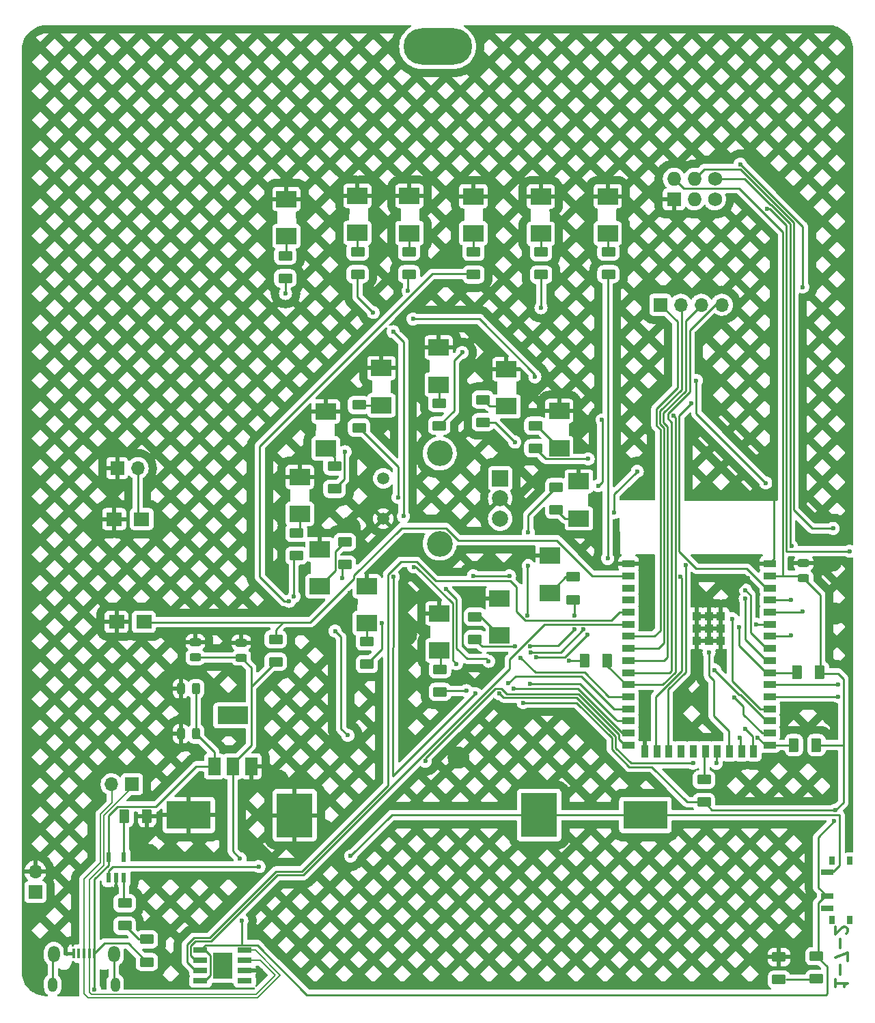
<source format=gbr>
%TF.GenerationSoftware,KiCad,Pcbnew,(6.0.7)*%
%TF.CreationDate,2022-09-02T14:08:35-05:00*%
%TF.ProjectId,BsidesKC-2022-Safe-Badge,42736964-6573-44b4-932d-323032322d53,0-c*%
%TF.SameCoordinates,Original*%
%TF.FileFunction,Copper,L2,Bot*%
%TF.FilePolarity,Positive*%
%FSLAX46Y46*%
G04 Gerber Fmt 4.6, Leading zero omitted, Abs format (unit mm)*
G04 Created by KiCad (PCBNEW (6.0.7)) date 2022-09-02 14:08:35*
%MOMM*%
%LPD*%
G01*
G04 APERTURE LIST*
G04 Aperture macros list*
%AMRoundRect*
0 Rectangle with rounded corners*
0 $1 Rounding radius*
0 $2 $3 $4 $5 $6 $7 $8 $9 X,Y pos of 4 corners*
0 Add a 4 corners polygon primitive as box body*
4,1,4,$2,$3,$4,$5,$6,$7,$8,$9,$2,$3,0*
0 Add four circle primitives for the rounded corners*
1,1,$1+$1,$2,$3*
1,1,$1+$1,$4,$5*
1,1,$1+$1,$6,$7*
1,1,$1+$1,$8,$9*
0 Add four rect primitives between the rounded corners*
20,1,$1+$1,$2,$3,$4,$5,0*
20,1,$1+$1,$4,$5,$6,$7,0*
20,1,$1+$1,$6,$7,$8,$9,0*
20,1,$1+$1,$8,$9,$2,$3,0*%
G04 Aperture macros list end*
%ADD10C,0.300000*%
%TA.AperFunction,NonConductor*%
%ADD11C,0.300000*%
%TD*%
%TA.AperFunction,ComponentPad*%
%ADD12O,1.727200X1.727200*%
%TD*%
%TA.AperFunction,ComponentPad*%
%ADD13R,1.727200X1.727200*%
%TD*%
%TA.AperFunction,ComponentPad*%
%ADD14C,1.727200*%
%TD*%
%TA.AperFunction,SMDPad,CuDef*%
%ADD15R,2.500000X2.000000*%
%TD*%
%TA.AperFunction,ComponentPad*%
%ADD16O,8.500000X4.500000*%
%TD*%
%TA.AperFunction,ComponentPad*%
%ADD17R,1.700000X1.700000*%
%TD*%
%TA.AperFunction,ComponentPad*%
%ADD18O,1.700000X1.700000*%
%TD*%
%TA.AperFunction,SMDPad,CuDef*%
%ADD19RoundRect,0.250000X-0.625000X0.375000X-0.625000X-0.375000X0.625000X-0.375000X0.625000X0.375000X0*%
%TD*%
%TA.AperFunction,SMDPad,CuDef*%
%ADD20RoundRect,0.250000X-0.375000X-0.625000X0.375000X-0.625000X0.375000X0.625000X-0.375000X0.625000X0*%
%TD*%
%TA.AperFunction,SMDPad,CuDef*%
%ADD21RoundRect,0.250000X0.375000X0.625000X-0.375000X0.625000X-0.375000X-0.625000X0.375000X-0.625000X0*%
%TD*%
%TA.AperFunction,SMDPad,CuDef*%
%ADD22RoundRect,0.250000X0.625000X-0.375000X0.625000X0.375000X-0.625000X0.375000X-0.625000X-0.375000X0*%
%TD*%
%TA.AperFunction,SMDPad,CuDef*%
%ADD23R,1.500000X2.200000*%
%TD*%
%TA.AperFunction,SMDPad,CuDef*%
%ADD24R,3.800000X2.200000*%
%TD*%
%TA.AperFunction,SMDPad,CuDef*%
%ADD25R,1.948000X1.700000*%
%TD*%
%TA.AperFunction,SMDPad,CuDef*%
%ADD26R,0.800000X1.000000*%
%TD*%
%TA.AperFunction,SMDPad,CuDef*%
%ADD27R,1.500000X0.700000*%
%TD*%
%TA.AperFunction,SMDPad,CuDef*%
%ADD28RoundRect,0.243750X0.456250X-0.243750X0.456250X0.243750X-0.456250X0.243750X-0.456250X-0.243750X0*%
%TD*%
%TA.AperFunction,SMDPad,CuDef*%
%ADD29R,1.500000X0.900000*%
%TD*%
%TA.AperFunction,SMDPad,CuDef*%
%ADD30R,0.900000X1.500000*%
%TD*%
%TA.AperFunction,SMDPad,CuDef*%
%ADD31R,1.100000X1.100000*%
%TD*%
%TA.AperFunction,SMDPad,CuDef*%
%ADD32R,4.500000X5.500000*%
%TD*%
%TA.AperFunction,SMDPad,CuDef*%
%ADD33R,5.500000X3.500000*%
%TD*%
%TA.AperFunction,SMDPad,CuDef*%
%ADD34R,1.750000X0.650000*%
%TD*%
%TA.AperFunction,SMDPad,CuDef*%
%ADD35R,2.410000X3.300000*%
%TD*%
%TA.AperFunction,SMDPad,CuDef*%
%ADD36R,0.440000X1.300000*%
%TD*%
%TA.AperFunction,ComponentPad*%
%ADD37O,1.450000X2.000000*%
%TD*%
%TA.AperFunction,ComponentPad*%
%ADD38O,1.150000X1.800000*%
%TD*%
%TA.AperFunction,SMDPad,CuDef*%
%ADD39R,0.600000X1.200000*%
%TD*%
%TA.AperFunction,SMDPad,CuDef*%
%ADD40RoundRect,0.243750X0.243750X0.456250X-0.243750X0.456250X-0.243750X-0.456250X0.243750X-0.456250X0*%
%TD*%
%TA.AperFunction,ComponentPad*%
%ADD41R,2.000000X2.000000*%
%TD*%
%TA.AperFunction,ComponentPad*%
%ADD42C,2.000000*%
%TD*%
%TA.AperFunction,ComponentPad*%
%ADD43C,3.200000*%
%TD*%
%TA.AperFunction,ComponentPad*%
%ADD44C,1.500000*%
%TD*%
%TA.AperFunction,ViaPad*%
%ADD45C,0.600000*%
%TD*%
%TA.AperFunction,Conductor*%
%ADD46C,0.250000*%
%TD*%
%TA.AperFunction,Conductor*%
%ADD47C,0.200000*%
%TD*%
G04 APERTURE END LIST*
D10*
D11*
X197390628Y-146494142D02*
X197390628Y-147351285D01*
X197390628Y-146922714D02*
X198890628Y-146922714D01*
X198676342Y-147065571D01*
X198533485Y-147208428D01*
X198462057Y-147351285D01*
X197962057Y-145851285D02*
X197962057Y-144708428D01*
X198890628Y-144137000D02*
X198890628Y-143137000D01*
X197390628Y-143779857D01*
X197962057Y-142565571D02*
X197962057Y-141422714D01*
X198747771Y-140779857D02*
X198819200Y-140708428D01*
X198890628Y-140565571D01*
X198890628Y-140208428D01*
X198819200Y-140065571D01*
X198747771Y-139994142D01*
X198604914Y-139922714D01*
X198462057Y-139922714D01*
X198247771Y-139994142D01*
X197390628Y-140851285D01*
X197390628Y-139922714D01*
D12*
%TO.P,X1,1,VCC*%
%TO.N,VCC*%
X177377400Y-47137000D03*
D13*
%TO.P,X1,2,GND*%
%TO.N,GND*%
X177377400Y-49677000D03*
D12*
%TO.P,X1,3,SDA*%
%TO.N,IO08*%
X179917400Y-47137000D03*
%TO.P,X1,4,SCL*%
%TO.N,IO09*%
X179917400Y-49677000D03*
D14*
%TO.P,X1,5,GPIO1*%
%TO.N,IO01*%
X182457400Y-47137000D03*
%TO.P,X1,6,GPIO2*%
%TO.N,IO02*%
X182457400Y-49677000D03*
%TD*%
D15*
%TO.P,D2,1,K*%
%TO.N,GND*%
X129350000Y-49650000D03*
%TO.P,D2,2,A*%
%TO.N,Net-(D2-Pad2)*%
X129350000Y-54250000D03*
%TD*%
%TO.P,D8,1,K*%
%TO.N,GND*%
X160875000Y-49350000D03*
%TO.P,D8,2,A*%
%TO.N,Net-(D8-Pad2)*%
X160875000Y-53950000D03*
%TD*%
%TO.P,D1,1,K*%
%TO.N,GND*%
X138150000Y-49250000D03*
%TO.P,D1,2,A*%
%TO.N,Net-(D1-Pad2)*%
X138150000Y-53850000D03*
%TD*%
%TO.P,D13,1,K*%
%TO.N,GND*%
X139300000Y-97675000D03*
%TO.P,D13,2,A*%
%TO.N,Net-(D13-Pad2)*%
X139300000Y-102275000D03*
%TD*%
%TO.P,D16,1,K*%
%TO.N,GND*%
X131000000Y-84125000D03*
%TO.P,D16,2,A*%
%TO.N,Net-(D16-Pad2)*%
X131000000Y-88725000D03*
%TD*%
%TO.P,D19,1,K*%
%TO.N,GND*%
X133475000Y-93100000D03*
%TO.P,D19,2,A*%
%TO.N,Net-(D19-Pad2)*%
X133475000Y-97700000D03*
%TD*%
%TO.P,D9,1,K*%
%TO.N,GND*%
X156625000Y-70775000D03*
%TO.P,D9,2,A*%
%TO.N,Net-(D9-Pad2)*%
X156625000Y-75375000D03*
%TD*%
%TO.P,D20,1,K*%
%TO.N,GND*%
X141125000Y-70625000D03*
%TO.P,D20,2,A*%
%TO.N,Net-(D20-Pad2)*%
X141125000Y-75225000D03*
%TD*%
%TO.P,D7,1,K*%
%TO.N,GND*%
X169175000Y-49300000D03*
%TO.P,D7,2,A*%
%TO.N,Net-(D7-Pad2)*%
X169175000Y-53900000D03*
%TD*%
%TO.P,D14,1,K*%
%TO.N,GND*%
X148325000Y-101050000D03*
%TO.P,D14,2,A*%
%TO.N,Net-(D14-Pad2)*%
X148325000Y-105650000D03*
%TD*%
%TO.P,D18,1,K*%
%TO.N,GND*%
X155775000Y-99200000D03*
%TO.P,D18,2,A*%
%TO.N,Net-(D18-Pad2)*%
X155775000Y-103800000D03*
%TD*%
%TO.P,D10,1,K*%
%TO.N,GND*%
X148225000Y-68075000D03*
%TO.P,D10,2,A*%
%TO.N,Net-(D10-Pad2)*%
X148225000Y-72675000D03*
%TD*%
%TO.P,D17,1,K*%
%TO.N,GND*%
X163150000Y-75950000D03*
%TO.P,D17,2,A*%
%TO.N,Net-(D17-Pad2)*%
X163150000Y-80550000D03*
%TD*%
%TO.P,D5,1,K*%
%TO.N,GND*%
X144600000Y-49275000D03*
%TO.P,D5,2,A*%
%TO.N,Net-(D5-Pad2)*%
X144600000Y-53875000D03*
%TD*%
%TO.P,D12,1,K*%
%TO.N,GND*%
X161975000Y-93900000D03*
%TO.P,D12,2,A*%
%TO.N,Net-(D12-Pad2)*%
X161975000Y-98500000D03*
%TD*%
%TO.P,D11,1,K*%
%TO.N,GND*%
X165600000Y-84675000D03*
%TO.P,D11,2,A*%
%TO.N,Net-(D11-Pad2)*%
X165600000Y-89275000D03*
%TD*%
%TO.P,D3,1,K*%
%TO.N,GND*%
X152525000Y-49300000D03*
%TO.P,D3,2,A*%
%TO.N,Net-(D3-Pad2)*%
X152525000Y-53900000D03*
%TD*%
%TO.P,D15,1,K*%
%TO.N,GND*%
X134225000Y-76000000D03*
%TO.P,D15,2,A*%
%TO.N,Net-(D15-Pad2)*%
X134225000Y-80600000D03*
%TD*%
D16*
%TO.P,REF\u002A\u002A,*%
%TO.N,*%
X148082000Y-30734000D03*
%TD*%
D17*
%TO.P,J2,1,Pin_1*%
%TO.N,GND*%
X108375000Y-83025000D03*
D18*
%TO.P,J2,2,Pin_2*%
%TO.N,Boot*%
X110915000Y-83025000D03*
%TD*%
D19*
%TO.P,D6,1,K*%
%TO.N,GND*%
X190398400Y-143684800D03*
%TO.P,D6,2,A*%
%TO.N,Net-(D6-Pad2)*%
X190398400Y-146484800D03*
%TD*%
%TO.P,D4,1,K*%
%TO.N,Net-(D4-Pad1)*%
X112050000Y-141500000D03*
%TO.P,D4,2,A*%
%TO.N,VBUS*%
X112050000Y-144300000D03*
%TD*%
D20*
%TO.P,R3,1*%
%TO.N,Net-(R3-Pad1)*%
X109275000Y-126225000D03*
%TO.P,R3,2*%
%TO.N,GND*%
X112075000Y-126225000D03*
%TD*%
D17*
%TO.P,J5,1,Pin_1*%
%TO.N,VBUS*%
X98221800Y-135615600D03*
D18*
%TO.P,J5,2,Pin_2*%
%TO.N,GND*%
X98221800Y-133075600D03*
%TD*%
D21*
%TO.P,R16,1*%
%TO.N,IO38*%
X169141600Y-106883200D03*
%TO.P,R16,2*%
%TO.N,VCC*%
X166341600Y-106883200D03*
%TD*%
D22*
%TO.P,R10,1*%
%TO.N,IO21*%
X153695400Y-77346000D03*
%TO.P,R10,2*%
%TO.N,Net-(D9-Pad2)*%
X153695400Y-74546000D03*
%TD*%
D23*
%TO.P,U4,1,GND*%
%TO.N,GND*%
X125000000Y-120025000D03*
%TO.P,U4,2,VO*%
%TO.N,VCC*%
X122700000Y-120025000D03*
%TO.P,U4,3,VI*%
%TO.N,VBUS*%
X120400000Y-120025000D03*
D24*
%TO.P,U4,4*%
%TO.N,N/C*%
X122700000Y-113725000D03*
%TD*%
D22*
%TO.P,R15,1*%
%TO.N,IO36*%
X148386800Y-110797800D03*
%TO.P,R15,2*%
%TO.N,Net-(D14-Pad2)*%
X148386800Y-107997800D03*
%TD*%
D25*
%TO.P,SW_Reset1,1,C*%
%TO.N,GND*%
X108282000Y-102108000D03*
%TO.P,SW_Reset1,2,D*%
%TO.N,RESET*%
X111682000Y-102108000D03*
%TD*%
D26*
%TO.P,1/0,*%
%TO.N,*%
X196984400Y-139057400D03*
X199194400Y-139057400D03*
X196984400Y-131757400D03*
X199194400Y-131757400D03*
D27*
%TO.P,1/0,1,A*%
%TO.N,Net-(BT1-Pad1)*%
X196334400Y-133157400D03*
%TO.P,1/0,2,B*%
%TO.N,VCC*%
X196334400Y-136157400D03*
%TO.P,1/0,3,C*%
%TO.N,unconnected-(SW1-Pad3)*%
X196334400Y-137657400D03*
%TD*%
D25*
%TO.P,SW2,1,A*%
%TO.N,Boot*%
X111400000Y-89350000D03*
%TO.P,SW2,2,B*%
%TO.N,GND*%
X108000000Y-89350000D03*
%TD*%
D17*
%TO.P,J3,1,Pin_1*%
%TO.N,D-*%
X110215600Y-122250200D03*
D18*
%TO.P,J3,2,Pin_2*%
%TO.N,D+*%
X107675600Y-122250200D03*
%TD*%
D22*
%TO.P,R20,1*%
%TO.N,IO14*%
X160197800Y-80571800D03*
%TO.P,R20,2*%
%TO.N,Net-(D17-Pad2)*%
X160197800Y-77771800D03*
%TD*%
D19*
%TO.P,R6,1*%
%TO.N,VCC*%
X195046600Y-143583200D03*
%TO.P,R6,2*%
%TO.N,Net-(D6-Pad2)*%
X195046600Y-146383200D03*
%TD*%
D28*
%TO.P,C2,1*%
%TO.N,VCC*%
X193450000Y-96712500D03*
%TO.P,C2,2*%
%TO.N,GND*%
X193450000Y-94837500D03*
%TD*%
D22*
%TO.P,R24,1*%
%TO.N,IO17*%
X138353800Y-78006400D03*
%TO.P,R24,2*%
%TO.N,Net-(D20-Pad2)*%
X138353800Y-75206400D03*
%TD*%
%TO.P,R22,1*%
%TO.N,IO15*%
X152730200Y-104270000D03*
%TO.P,R22,2*%
%TO.N,Net-(D18-Pad2)*%
X152730200Y-101470000D03*
%TD*%
D29*
%TO.P,U2,1,GND*%
%TO.N,GND*%
X189267800Y-94899400D03*
%TO.P,U2,2,3V3*%
%TO.N,VCC*%
X189267800Y-96399400D03*
%TO.P,U2,3,IO00*%
%TO.N,Boot*%
X189267800Y-97899400D03*
%TO.P,U2,4,IO01*%
%TO.N,IO01*%
X189267800Y-99399400D03*
%TO.P,U2,5,IO02*%
%TO.N,IO02*%
X189267800Y-100899400D03*
%TO.P,U2,6,IO03*%
%TO.N,IO03*%
X189267800Y-102399400D03*
%TO.P,U2,7,IO04*%
%TO.N,IO04*%
X189267800Y-103899400D03*
%TO.P,U2,8,IO05*%
%TO.N,IO05*%
X189267800Y-105399400D03*
%TO.P,U2,9,IO06*%
%TO.N,IO06*%
X189267800Y-106899400D03*
%TO.P,U2,10,IO07*%
%TO.N,IO07*%
X189267800Y-108399400D03*
%TO.P,U2,11,IO08*%
%TO.N,IO08*%
X189267800Y-109899400D03*
%TO.P,U2,12,IO09*%
%TO.N,IO09*%
X189267800Y-111399400D03*
%TO.P,U2,13,IO10*%
%TO.N,IO10*%
X189267800Y-112899400D03*
%TO.P,U2,14,IO11*%
%TO.N,IO11*%
X189267800Y-114399400D03*
%TO.P,U2,15,IO12*%
%TO.N,IO12*%
X189267800Y-115899400D03*
%TO.P,U2,16,IO13*%
%TO.N,IO13*%
X189267800Y-117399400D03*
D30*
%TO.P,U2,17,IO14*%
%TO.N,IO14*%
X187267800Y-118149400D03*
%TO.P,U2,18,IO15*%
%TO.N,IO15*%
X185767800Y-118149400D03*
%TO.P,U2,19,IO16*%
%TO.N,IO16*%
X184267800Y-118149400D03*
%TO.P,U2,20,IO17*%
%TO.N,IO17*%
X182767800Y-118149400D03*
%TO.P,U2,21,IO18*%
%TO.N,Net-(R25-Pad1)*%
X181267800Y-118149400D03*
%TO.P,U2,22,USB_D-*%
%TO.N,unconnected-(U2-Pad22)*%
X179767800Y-118149400D03*
%TO.P,U2,23,USB_D+*%
%TO.N,unconnected-(U2-Pad23)*%
X178267800Y-118149400D03*
%TO.P,U2,24,IO21*%
%TO.N,IO21*%
X176767800Y-118149400D03*
%TO.P,U2,25,IO26*%
%TO.N,IO26*%
X175267800Y-118149400D03*
%TO.P,U2,26,GND*%
%TO.N,GND*%
X173767800Y-118149400D03*
D29*
%TO.P,U2,27,IO33*%
%TO.N,IO33*%
X171767800Y-117399400D03*
%TO.P,U2,28,IO34*%
%TO.N,IO34*%
X171767800Y-115899400D03*
%TO.P,U2,29,IO35*%
%TO.N,IO35*%
X171767800Y-114399400D03*
%TO.P,U2,30,IO36*%
%TO.N,IO36*%
X171767800Y-112899400D03*
%TO.P,U2,31,IO37*%
%TO.N,IO37*%
X171767800Y-111399400D03*
%TO.P,U2,32,IO38*%
%TO.N,IO38*%
X171767800Y-109899400D03*
%TO.P,U2,33,IO39*%
%TO.N,IO39*%
X171767800Y-108399400D03*
%TO.P,U2,34,IO40*%
%TO.N,IO40*%
X171767800Y-106899400D03*
%TO.P,U2,35,IO41*%
%TO.N,IO41*%
X171767800Y-105399400D03*
%TO.P,U2,36,IO42*%
%TO.N,IO42*%
X171767800Y-103899400D03*
%TO.P,U2,37,TXD0*%
%TO.N,USB_RX_ESP_TX*%
X171767800Y-102399400D03*
%TO.P,U2,38,RXD0*%
%TO.N,USB_TX_ESP_RX*%
X171767800Y-100899400D03*
%TO.P,U2,39,IO45*%
%TO.N,unconnected-(U2-Pad39)*%
X171767800Y-99399400D03*
%TO.P,U2,40,IO46*%
%TO.N,unconnected-(U2-Pad40)*%
X171767800Y-97899400D03*
%TO.P,U2,41,EN*%
%TO.N,RESET*%
X171767800Y-96399400D03*
%TO.P,U2,42,GND*%
%TO.N,GND*%
X171767800Y-94899400D03*
D31*
%TO.P,U2,43,GND*%
X181707800Y-101399400D03*
X183207800Y-104449400D03*
X180207800Y-104449400D03*
X180207800Y-101399400D03*
X180207800Y-102949400D03*
X183207800Y-101399400D03*
X181707800Y-104449400D03*
X183207800Y-102949400D03*
X181707800Y-102949400D03*
%TD*%
D22*
%TO.P,R2,1*%
%TO.N,IO03*%
X129209800Y-59489800D03*
%TO.P,R2,2*%
%TO.N,Net-(D2-Pad2)*%
X129209800Y-56689800D03*
%TD*%
%TO.P,R19,1*%
%TO.N,IO37*%
X130581400Y-93881400D03*
%TO.P,R19,2*%
%TO.N,Net-(D16-Pad2)*%
X130581400Y-91081400D03*
%TD*%
D19*
%TO.P,R25,1*%
%TO.N,Net-(R25-Pad1)*%
X181100000Y-121675000D03*
%TO.P,R25,2*%
%TO.N,VCC*%
X181100000Y-124475000D03*
%TD*%
D20*
%TO.P,R17,1*%
%TO.N,IO13*%
X192249600Y-117398800D03*
%TO.P,R17,2*%
%TO.N,VCC*%
X195049600Y-117398800D03*
%TD*%
D22*
%TO.P,R13,1*%
%TO.N,IO10*%
X164871400Y-99342400D03*
%TO.P,R13,2*%
%TO.N,Net-(D12-Pad2)*%
X164871400Y-96542400D03*
%TD*%
%TO.P,R26,1*%
%TO.N,VCC*%
X128016000Y-107064000D03*
%TO.P,R26,2*%
%TO.N,RESET*%
X128016000Y-104264000D03*
%TD*%
D32*
%TO.P,14500,1,+*%
%TO.N,Net-(BT1-Pad1)*%
X160675000Y-126075000D03*
D33*
X173850000Y-126075000D03*
D32*
%TO.P,14500,2,-*%
%TO.N,GND*%
X130375000Y-126100000D03*
D33*
X117250000Y-126075000D03*
%TD*%
D22*
%TO.P,R1,1*%
%TO.N,IO34*%
X138176000Y-58981800D03*
%TO.P,R1,2*%
%TO.N,Net-(D1-Pad2)*%
X138176000Y-56181800D03*
%TD*%
D19*
%TO.P,R12,1*%
%TO.N,IO35*%
X162788600Y-85391800D03*
%TO.P,R12,2*%
%TO.N,Net-(D11-Pad2)*%
X162788600Y-88191800D03*
%TD*%
D22*
%TO.P,R11,1*%
%TO.N,IO06*%
X148285200Y-77777800D03*
%TO.P,R11,2*%
%TO.N,Net-(D10-Pad2)*%
X148285200Y-74977800D03*
%TD*%
D34*
%TO.P,U3,1,UD+*%
%TO.N,D+*%
X124175000Y-142845000D03*
%TO.P,U3,2,UD-*%
%TO.N,D-*%
X124175000Y-144115000D03*
%TO.P,U3,3,GND*%
%TO.N,GND*%
X124175000Y-145385000D03*
%TO.P,U3,4,~{RTS}*%
%TO.N,unconnected-(U3-Pad4)*%
X124175000Y-146655000D03*
%TO.P,U3,5,VCC*%
%TO.N,VCC*%
X118675000Y-146655000D03*
%TO.P,U3,6,TXD*%
%TO.N,USB_TX_ESP_RX*%
X118675000Y-145385000D03*
%TO.P,U3,7,RXD*%
%TO.N,USB_RX_ESP_TX*%
X118675000Y-144115000D03*
%TO.P,U3,8,V3*%
%TO.N,VCC*%
X118675000Y-142845000D03*
D35*
%TO.P,U3,9*%
%TO.N,N/C*%
X121425000Y-144750000D03*
%TD*%
D36*
%TO.P,J4,1,VBUS*%
%TO.N,VBUS*%
X105550000Y-143275000D03*
%TO.P,J4,2,D-*%
%TO.N,D-*%
X104900000Y-143275000D03*
%TO.P,J4,3,D+*%
%TO.N,D+*%
X104250000Y-143275000D03*
%TO.P,J4,4,ID*%
%TO.N,unconnected-(J4-Pad4)*%
X103600000Y-143275000D03*
%TO.P,J4,5,GND*%
%TO.N,GND*%
X102950000Y-143275000D03*
D37*
%TO.P,J4,6,Shield*%
%TO.N,unconnected-(J4-Pad6)*%
X107975000Y-143325000D03*
D38*
X100375000Y-147125000D03*
D37*
X100525000Y-143325000D03*
D38*
X108125000Y-147125000D03*
%TD*%
D39*
%TO.P,U1,1,~{CHRG}*%
%TO.N,Net-(R5-Pad2)*%
X109175000Y-133875000D03*
%TO.P,U1,2,GND*%
%TO.N,GND*%
X108225000Y-133875000D03*
%TO.P,U1,3,BAT*%
%TO.N,Net-(BT1-Pad1)*%
X107275000Y-133875000D03*
%TO.P,U1,4,VCC*%
%TO.N,VBUS*%
X107275000Y-131275000D03*
%TO.P,U1,5,PROG*%
%TO.N,Net-(R3-Pad1)*%
X109175000Y-131275000D03*
%TD*%
D22*
%TO.P,R7,1*%
%TO.N,IO04*%
X144551400Y-58981800D03*
%TO.P,R7,2*%
%TO.N,Net-(D5-Pad2)*%
X144551400Y-56181800D03*
%TD*%
D40*
%TO.P,C1,1*%
%TO.N,VBUS*%
X118137500Y-110400000D03*
%TO.P,C1,2*%
%TO.N,GND*%
X116262500Y-110400000D03*
%TD*%
%TO.P,C5,1*%
%TO.N,VBUS*%
X118137500Y-116000000D03*
%TO.P,C5,2*%
%TO.N,GND*%
X116262500Y-116000000D03*
%TD*%
D28*
%TO.P,C4,1*%
%TO.N,VCC*%
X118059200Y-106499900D03*
%TO.P,C4,2*%
%TO.N,GND*%
X118059200Y-104624900D03*
%TD*%
D21*
%TO.P,R21,1*%
%TO.N,VCC*%
X195481400Y-108381800D03*
%TO.P,R21,2*%
%TO.N,IO07*%
X192681400Y-108381800D03*
%TD*%
D41*
%TO.P,EC11N,A,A*%
%TO.N,IO38*%
X155850000Y-84300000D03*
D42*
%TO.P,EC11N,B,B*%
%TO.N,IO13*%
X155850000Y-89300000D03*
%TO.P,EC11N,C,C*%
%TO.N,GND*%
X155850000Y-86800000D03*
D43*
%TO.P,EC11N,MP*%
%TO.N,N/C*%
X148350000Y-92400000D03*
X148350000Y-81200000D03*
D44*
%TO.P,EC11N,S1,S1*%
%TO.N,IO07*%
X141350000Y-84300000D03*
%TO.P,EC11N,S2,S2*%
%TO.N,GND*%
X141350000Y-89300000D03*
%TD*%
D22*
%TO.P,R9,1*%
%TO.N,IO05*%
X160909000Y-59032600D03*
%TO.P,R9,2*%
%TO.N,Net-(D8-Pad2)*%
X160909000Y-56232600D03*
%TD*%
%TO.P,R14,1*%
%TO.N,IO11*%
X139319000Y-107343400D03*
%TO.P,R14,2*%
%TO.N,Net-(D13-Pad2)*%
X139319000Y-104543400D03*
%TD*%
%TO.P,R23,1*%
%TO.N,IO16*%
X136601200Y-94999000D03*
%TO.P,R23,2*%
%TO.N,Net-(D19-Pad2)*%
X136601200Y-92199000D03*
%TD*%
%TO.P,R8,1*%
%TO.N,IO26*%
X169265600Y-58981800D03*
%TO.P,R8,2*%
%TO.N,Net-(D7-Pad2)*%
X169265600Y-56181800D03*
%TD*%
D17*
%TO.P,J1,1,Pin_1*%
%TO.N,IO42*%
X175701800Y-62763400D03*
D18*
%TO.P,J1,2,Pin_2*%
%TO.N,IO41*%
X178241800Y-62763400D03*
%TO.P,J1,3,Pin_3*%
%TO.N,IO40*%
X180781800Y-62763400D03*
%TO.P,J1,4,Pin_4*%
%TO.N,IO39*%
X183321800Y-62763400D03*
%TD*%
D22*
%TO.P,R18,1*%
%TO.N,IO12*%
X135305800Y-85601000D03*
%TO.P,R18,2*%
%TO.N,Net-(D15-Pad2)*%
X135305800Y-82801000D03*
%TD*%
D28*
%TO.P,C3,1*%
%TO.N,VCC*%
X123748800Y-106550700D03*
%TO.P,C3,2*%
%TO.N,GND*%
X123748800Y-104675700D03*
%TD*%
D22*
%TO.P,R4,1*%
%TO.N,IO33*%
X152527000Y-59007200D03*
%TO.P,R4,2*%
%TO.N,Net-(D3-Pad2)*%
X152527000Y-56207200D03*
%TD*%
%TO.P,R5,1*%
%TO.N,Net-(D4-Pad1)*%
X109300000Y-139800000D03*
%TO.P,R5,2*%
%TO.N,Net-(R5-Pad2)*%
X109300000Y-137000000D03*
%TD*%
D45*
%TO.N,Net-(BT1-Pad1)*%
X125950000Y-132475000D03*
X137312400Y-131165600D03*
%TO.N,GND*%
X197358000Y-101066600D03*
X137160000Y-98552000D03*
X140309600Y-95707200D03*
X128320800Y-121767600D03*
X98983800Y-145491200D03*
X157734000Y-95250000D03*
X137185400Y-90373200D03*
X134035800Y-127990600D03*
X157251400Y-112903000D03*
X152400000Y-98856800D03*
X173609000Y-111048800D03*
X150672800Y-118948200D03*
X196875400Y-92100400D03*
X180289200Y-99390200D03*
X126161800Y-145364200D03*
X106654600Y-145872200D03*
X197129400Y-113741200D03*
X167792400Y-91186000D03*
X121310400Y-126288800D03*
X189788800Y-84886800D03*
X196875400Y-94538800D03*
X144119600Y-99187000D03*
X185724800Y-94284800D03*
X102565200Y-146354800D03*
X178003200Y-111074200D03*
X199288400Y-113715800D03*
X144195800Y-103708200D03*
X186563000Y-96647000D03*
X112242600Y-130987800D03*
%TO.N,VBUS*%
X105562400Y-147750980D03*
%TO.N,VCC*%
X158699200Y-112141000D03*
X197256400Y-126847600D03*
X197434200Y-125450500D03*
X123596400Y-131470400D03*
X164414200Y-106908600D03*
X123825000Y-139141200D03*
%TO.N,IO03*%
X145034000Y-64516000D03*
X129235200Y-61366400D03*
X160147000Y-71704200D03*
X187604400Y-102412800D03*
%TO.N,IO04*%
X144424400Y-61061600D03*
X188762300Y-84861400D03*
X180162200Y-72161400D03*
X191871600Y-103809800D03*
%TO.N,IO05*%
X160909000Y-63144400D03*
X186258200Y-98171000D03*
%TO.N,IO06*%
X151130000Y-68681600D03*
X186225000Y-99250000D03*
%TO.N,IO14*%
X186175000Y-115350000D03*
X166751000Y-81889600D03*
%TO.N,IO35*%
X159325000Y-95125000D03*
X159325000Y-90975000D03*
X159225000Y-101300000D03*
X159512000Y-109763900D03*
%TO.N,IO10*%
X184600000Y-101725000D03*
X165023800Y-101300011D03*
%TO.N,IO15*%
X165049200Y-103024500D03*
X159541092Y-105108892D03*
X185575000Y-116525000D03*
X157705415Y-105178215D03*
%TO.N,IO36*%
X151688800Y-110642400D03*
X156870400Y-109728000D03*
%TO.N,IO11*%
X160274000Y-106499500D03*
X149123400Y-98044000D03*
X182422800Y-108077000D03*
X166649248Y-103680481D03*
X154406600Y-106999020D03*
X141198600Y-102225000D03*
%TO.N,IO16*%
X159650000Y-105925000D03*
X166192200Y-103024500D03*
X181725000Y-105900000D03*
X136271000Y-96672400D03*
%TO.N,IO37*%
X130275000Y-98950000D03*
X158394400Y-106549500D03*
%TO.N,IO12*%
X136625000Y-81000000D03*
X184886600Y-111480600D03*
%TO.N,IO17*%
X155727400Y-111012900D03*
X143175000Y-86650000D03*
X152795900Y-111012900D03*
X142575000Y-96475000D03*
X182650000Y-119634000D03*
X179781200Y-119634000D03*
%TO.N,IO38*%
X177317400Y-76504800D03*
X168478200Y-77063600D03*
X167995600Y-85217000D03*
%TO.N,IO13*%
X172847000Y-83439000D03*
X187774500Y-116444718D03*
X170002200Y-88544400D03*
%TO.N,Boot*%
X179537700Y-75031600D03*
%TO.N,IO07*%
X185420000Y-102743000D03*
X152527000Y-96391818D03*
X157008378Y-96391818D03*
%TO.N,IO09*%
X188899800Y-50825400D03*
X197749500Y-111379000D03*
X199161400Y-93345000D03*
%TO.N,IO08*%
X197749500Y-109905800D03*
X197104000Y-90500200D03*
%TO.N,IO02*%
X193344800Y-60564400D03*
X185597800Y-45324389D03*
X193294000Y-100838000D03*
%TO.N,IO01*%
X191948020Y-92720500D03*
X191871600Y-99390200D03*
%TO.N,IO34*%
X150418800Y-107315000D03*
X142575000Y-66100000D03*
X140100000Y-63725000D03*
X143850000Y-89000000D03*
X145125000Y-95275000D03*
X157505400Y-110388400D03*
%TO.N,IO33*%
X136956800Y-116179600D03*
X129692400Y-99542600D03*
X135379661Y-103242839D03*
X146558000Y-119380000D03*
%TO.N,IO26*%
X169164000Y-94234000D03*
X178191500Y-96469200D03*
%TO.N,IO21*%
X178816000Y-95046800D03*
X157657800Y-79806800D03*
%TD*%
D46*
%TO.N,Net-(BT1-Pad1)*%
X142403000Y-126075000D02*
X160675000Y-126075000D01*
X137312400Y-131165600D02*
X142403000Y-126075000D01*
X107275000Y-133875000D02*
X107275000Y-133025000D01*
X197916800Y-132302222D02*
X197119022Y-133100000D01*
X107825000Y-132475000D02*
X125950000Y-132475000D01*
X197916800Y-126075000D02*
X197916800Y-132302222D01*
X197119022Y-133100000D02*
X196320000Y-133100000D01*
X107275000Y-133025000D02*
X107825000Y-132475000D01*
X160675000Y-126075000D02*
X173850000Y-126075000D01*
X173850000Y-126075000D02*
X197916800Y-126075000D01*
%TO.N,GND*%
X157885718Y-95250000D02*
X157734000Y-95250000D01*
X181590000Y-104450000D02*
X181590000Y-102950000D01*
X183090000Y-100120000D02*
X183090000Y-101400000D01*
X183090000Y-101400000D02*
X181590000Y-101400000D01*
X180090000Y-101400000D02*
X181590000Y-101400000D01*
X183090000Y-102950000D02*
X183090000Y-104450000D01*
X180090000Y-102950000D02*
X180090000Y-104450000D01*
X161975000Y-93900000D02*
X159235718Y-93900000D01*
X180090000Y-101400000D02*
X180090000Y-102950000D01*
X189150000Y-94900000D02*
X189788800Y-94261200D01*
X124195800Y-145364200D02*
X124175000Y-145385000D01*
X159235718Y-93900000D02*
X157885718Y-95250000D01*
X183090000Y-101400000D02*
X183090000Y-102950000D01*
X183090000Y-104450000D02*
X181590000Y-104450000D01*
X126161800Y-145364200D02*
X124195800Y-145364200D01*
X186563000Y-96647000D02*
X183090000Y-100120000D01*
X189788800Y-94261200D02*
X189788800Y-84886800D01*
%TO.N,VBUS*%
X107275000Y-132325978D02*
X107275000Y-131275000D01*
X120400000Y-120025000D02*
X120400000Y-118262500D01*
X113175009Y-125025480D02*
X108398020Y-125025480D01*
X105550000Y-134050978D02*
X107275000Y-132325978D01*
X118137500Y-116000000D02*
X118137500Y-110400000D01*
X106824520Y-142000480D02*
X105550000Y-143275000D01*
X105562400Y-147750980D02*
X105550000Y-147738580D01*
X109750480Y-142000480D02*
X106824520Y-142000480D01*
X105550000Y-143275000D02*
X105550000Y-134050978D01*
X107275000Y-126148500D02*
X107275000Y-131275000D01*
X120400000Y-118262500D02*
X118137500Y-116000000D01*
X108398020Y-125025480D02*
X107275000Y-126148500D01*
X112050000Y-144300000D02*
X109750480Y-142000480D01*
X120400000Y-120025000D02*
X118175489Y-120025000D01*
X118175489Y-120025000D02*
X113175009Y-125025480D01*
X105550000Y-147738580D02*
X105550000Y-143275000D01*
%TO.N,VCC*%
X196342000Y-148234400D02*
X196215000Y-148361400D01*
X195245489Y-136996311D02*
X195245489Y-143488911D01*
X196342000Y-148234400D02*
X196342000Y-144878600D01*
X119895489Y-143515489D02*
X119895489Y-145984511D01*
X118675000Y-142845000D02*
X119225000Y-142845000D01*
X195625000Y-108500000D02*
X197700000Y-108500000D01*
X196215000Y-148361400D02*
X131902200Y-148361400D01*
X124975000Y-110105000D02*
X128016000Y-107064000D01*
X198374000Y-124536200D02*
X198374000Y-117424200D01*
X123748800Y-106550700D02*
X124975000Y-107776900D01*
X118059200Y-106499900D02*
X123698000Y-106499900D01*
X196084400Y-136157400D02*
X195245489Y-136996311D01*
X198374000Y-109174000D02*
X197750000Y-108550000D01*
X119225000Y-142845000D02*
X119895489Y-143515489D01*
X178565511Y-48325111D02*
X185489689Y-48325111D01*
X198348600Y-117398800D02*
X198374000Y-117424200D01*
X124975000Y-107776900D02*
X124975000Y-117400000D01*
X197700000Y-108500000D02*
X197750000Y-108550000D01*
X189150000Y-96400000D02*
X190874000Y-96400000D01*
X125736289Y-142195489D02*
X123820489Y-142195489D01*
X119225000Y-146655000D02*
X118675000Y-146655000D01*
X122700000Y-119675000D02*
X124975000Y-117400000D01*
X166316200Y-106908600D02*
X166341600Y-106883200D01*
X164414200Y-106908600D02*
X166316200Y-106908600D01*
X119895489Y-145984511D02*
X119225000Y-146655000D01*
X193450000Y-96712500D02*
X195529200Y-98791700D01*
X197434200Y-125476000D02*
X198374000Y-124536200D01*
X195259400Y-135082400D02*
X195259400Y-128844600D01*
X182101000Y-125476000D02*
X197434200Y-125476000D01*
X171848582Y-120084000D02*
X169675969Y-117911387D01*
X165332569Y-112141000D02*
X158699200Y-112141000D01*
X169675969Y-117538595D02*
X169675969Y-116484400D01*
X195049600Y-117398800D02*
X198348600Y-117398800D01*
X122700000Y-120025000D02*
X122700000Y-119675000D01*
X169675969Y-116484400D02*
X165332569Y-112141000D01*
X181100000Y-124475000D02*
X179034200Y-124475000D01*
X198374000Y-117424200D02*
X198374000Y-109174000D01*
X123820489Y-139145711D02*
X123820489Y-142195489D01*
X195529200Y-108404200D02*
X195625000Y-108500000D01*
X195529200Y-98791700D02*
X195529200Y-108404200D01*
X196334400Y-136157400D02*
X196084400Y-136157400D01*
X123825000Y-139141200D02*
X123820489Y-139145711D01*
X185489689Y-48325111D02*
X190874000Y-53709422D01*
X123820489Y-142195489D02*
X119324511Y-142195489D01*
X119324511Y-142195489D02*
X118675000Y-142845000D01*
X123698000Y-106499900D02*
X123748800Y-106550700D01*
X174643200Y-120084000D02*
X171848582Y-120084000D01*
X123596400Y-131470400D02*
X122700000Y-130574000D01*
X131902200Y-148361400D02*
X125736289Y-142195489D01*
X169675969Y-117911387D02*
X169675969Y-117538595D01*
X190874000Y-53709422D02*
X190874000Y-96400000D01*
X177377400Y-47137000D02*
X178565511Y-48325111D01*
X179034200Y-124475000D02*
X174643200Y-120084000D01*
X196342000Y-144878600D02*
X195046600Y-143583200D01*
X196334400Y-136157400D02*
X195259400Y-135082400D01*
X122700000Y-130574000D02*
X122700000Y-120025000D01*
X181100000Y-124475000D02*
X182101000Y-125476000D01*
X124975000Y-117400000D02*
X124975000Y-110105000D01*
X195259400Y-128844600D02*
X197256400Y-126847600D01*
X190874000Y-96400000D02*
X193137500Y-96400000D01*
X193137500Y-96400000D02*
X193450000Y-96712500D01*
%TO.N,IO03*%
X160147000Y-71397978D02*
X153265022Y-64516000D01*
X187617200Y-102400000D02*
X187604400Y-102412800D01*
X153265022Y-64516000D02*
X145034000Y-64516000D01*
X160147000Y-71704200D02*
X160147000Y-71397978D01*
X189150000Y-102400000D02*
X187617200Y-102400000D01*
X129235200Y-61366400D02*
X129235200Y-59515200D01*
%TO.N,IO04*%
X180162200Y-72161400D02*
X180162200Y-76261300D01*
X191871600Y-103809800D02*
X191795400Y-103886000D01*
X180162200Y-76261300D02*
X188762300Y-84861400D01*
X144424400Y-61061600D02*
X144424400Y-59083400D01*
X191795400Y-103886000D02*
X189164000Y-103886000D01*
%TO.N,IO05*%
X160909000Y-63144400D02*
X160909000Y-58981800D01*
X186867800Y-98780600D02*
X186867800Y-103466822D01*
X188800978Y-105400000D02*
X189150000Y-105400000D01*
X186258200Y-98171000D02*
X186867800Y-98780600D01*
X186867800Y-103466822D02*
X188800978Y-105400000D01*
%TO.N,IO06*%
X186207400Y-99267600D02*
X186225000Y-99250000D01*
X150139400Y-69672200D02*
X150139400Y-75898200D01*
X151130000Y-68681600D02*
X150139400Y-69672200D01*
X150139400Y-75898200D02*
X148310600Y-77727000D01*
X188850000Y-106900000D02*
X186207400Y-104257400D01*
X189150000Y-106900000D02*
X188850000Y-106900000D01*
X186207400Y-104257400D02*
X186207400Y-99267600D01*
%TO.N,IO14*%
X164739600Y-81889600D02*
X164724511Y-81874511D01*
X187150000Y-116325000D02*
X186175000Y-115350000D01*
X164724511Y-81874511D02*
X161500511Y-81874511D01*
X166751000Y-81889600D02*
X164739600Y-81889600D01*
X187150000Y-118150000D02*
X187150000Y-116325000D01*
X161500511Y-81874511D02*
X160197800Y-80571800D01*
%TO.N,IO35*%
X170163089Y-114157589D02*
X170163089Y-114161911D01*
X159512000Y-109763900D02*
X165769400Y-109763900D01*
X170401178Y-114400000D02*
X171650000Y-114400000D01*
X165769400Y-109763900D02*
X170163089Y-114157589D01*
X170163089Y-114161911D02*
X170401178Y-114400000D01*
X162788600Y-85391800D02*
X159325000Y-88855400D01*
X159325000Y-88855400D02*
X159325000Y-90975000D01*
X159225000Y-101300000D02*
X159225000Y-95225000D01*
X159225000Y-95225000D02*
X159325000Y-95125000D01*
%TO.N,IO10*%
X165023800Y-101300011D02*
X165023800Y-99494800D01*
X165023800Y-99494800D02*
X164871400Y-99342400D01*
X188050000Y-112900000D02*
X184600000Y-109450000D01*
X189150000Y-112900000D02*
X188050000Y-112900000D01*
X184600000Y-109450000D02*
X184600000Y-101725000D01*
%TO.N,IO15*%
X159570184Y-105079800D02*
X162993900Y-105079800D01*
X159541092Y-105108892D02*
X159570184Y-105079800D01*
X185650000Y-116600000D02*
X185575000Y-116525000D01*
X157705415Y-105178215D02*
X153638415Y-105178215D01*
X185650000Y-118150000D02*
X185650000Y-116600000D01*
X162993900Y-105079800D02*
X165049200Y-103024500D01*
X153638415Y-105178215D02*
X152730200Y-104270000D01*
%TO.N,IO36*%
X151685800Y-110645400D02*
X148437600Y-110645400D01*
X157759400Y-108839000D02*
X156870400Y-109728000D01*
X169950000Y-112900000D02*
X165889000Y-108839000D01*
X165889000Y-108839000D02*
X157759400Y-108839000D01*
X171650000Y-112900000D02*
X169950000Y-112900000D01*
%TO.N,IO11*%
X185585500Y-111135500D02*
X188850000Y-114400000D01*
X188850000Y-114400000D02*
X189150000Y-114400000D01*
X185481300Y-111135500D02*
X185585500Y-111135500D01*
X141198600Y-102225000D02*
X141198600Y-105463800D01*
X182422800Y-108077000D02*
X185481300Y-111135500D01*
X154406600Y-106999020D02*
X154087580Y-106680000D01*
X150411120Y-99331720D02*
X149123400Y-98044000D01*
X154087580Y-106680000D02*
X151733793Y-106680000D01*
X163830229Y-106499500D02*
X166649248Y-103680481D01*
X141198600Y-105463800D02*
X139319000Y-107343400D01*
X151733793Y-106680000D02*
X150411120Y-105357327D01*
X150411120Y-105357327D02*
X150411120Y-99331720D01*
X160274000Y-106499500D02*
X163830229Y-106499500D01*
%TO.N,IO16*%
X182300000Y-109376600D02*
X181725000Y-108801600D01*
X166192200Y-103024500D02*
X163342200Y-105874500D01*
X163342200Y-105874500D02*
X159700500Y-105874500D01*
X181725000Y-108801600D02*
X181725000Y-105900000D01*
X159700500Y-105874500D02*
X159650000Y-105925000D01*
X136271000Y-95329200D02*
X136601200Y-94999000D01*
X182300000Y-113775000D02*
X182300000Y-109376600D01*
X136271000Y-96672400D02*
X136271000Y-95329200D01*
X184150000Y-118150000D02*
X184150000Y-115625000D01*
X184150000Y-115625000D02*
X182300000Y-113775000D01*
%TO.N,IO37*%
X169300000Y-111400000D02*
X171650000Y-111400000D01*
X166289480Y-108389480D02*
X169300000Y-111400000D01*
X130251200Y-94211600D02*
X130581400Y-93881400D01*
X130251200Y-98926200D02*
X130251200Y-94211600D01*
X130275000Y-98950000D02*
X130251200Y-98926200D01*
X160234380Y-108389480D02*
X166289480Y-108389480D01*
X158394400Y-106549500D02*
X160234380Y-108389480D01*
%TO.N,IO12*%
X186004200Y-113563400D02*
X188340800Y-115900000D01*
X186004200Y-112598200D02*
X186004200Y-113563400D01*
X136505320Y-84401480D02*
X136505320Y-80880320D01*
X135305800Y-85601000D02*
X136505320Y-84401480D01*
X188340800Y-115900000D02*
X189150000Y-115900000D01*
X184886600Y-111480600D02*
X186004200Y-112598200D01*
%TO.N,IO17*%
X170125969Y-116279405D02*
X165344895Y-111498331D01*
X142559700Y-121249100D02*
X142559700Y-105302300D01*
X170125969Y-117724991D02*
X170125969Y-116279405D01*
X172034978Y-119634000D02*
X170125969Y-117724991D01*
X142559700Y-105302300D02*
X142600000Y-105262000D01*
X142600000Y-105262000D02*
X142600000Y-96500000D01*
X182650000Y-118150000D02*
X182650000Y-119634000D01*
X143175000Y-82850000D02*
X138353800Y-78028800D01*
X152795900Y-111012900D02*
X142559700Y-121249100D01*
X143175000Y-86650000D02*
X143175000Y-82850000D01*
X138353800Y-78028800D02*
X138353800Y-78006400D01*
X156253131Y-111498331D02*
X155727400Y-110972600D01*
X155727400Y-110972600D02*
X155727400Y-111012900D01*
X165344895Y-111498331D02*
X156253131Y-111498331D01*
X142600000Y-96500000D02*
X142575000Y-96475000D01*
X179781200Y-119634000D02*
X172034978Y-119634000D01*
%TO.N,IO38*%
X171767800Y-109899400D02*
X171467800Y-109899400D01*
X168503600Y-84709000D02*
X167995600Y-85217000D01*
X177317400Y-76504800D02*
X177546000Y-76733400D01*
X177546000Y-108331718D02*
X175977718Y-109900000D01*
X175977718Y-109900000D02*
X171650000Y-109900000D01*
X169141600Y-107573200D02*
X169141600Y-106883200D01*
X168478200Y-77063600D02*
X168503600Y-77089000D01*
X171467800Y-109899400D02*
X169141600Y-107573200D01*
X168503600Y-77089000D02*
X168503600Y-84709000D01*
X177546000Y-76733400D02*
X177546000Y-108331718D01*
%TO.N,IO13*%
X189267800Y-117399400D02*
X192249000Y-117399400D01*
X189150000Y-117400000D02*
X188729782Y-117400000D01*
X192249000Y-117399400D02*
X192249600Y-117398800D01*
X172847000Y-83439000D02*
X170002200Y-86283800D01*
X188729782Y-117400000D02*
X187774500Y-116444718D01*
X170002200Y-86283800D02*
X170002200Y-88544400D01*
%TO.N,Boot*%
X178028600Y-76540700D02*
X178028600Y-91846400D01*
X110915000Y-88865000D02*
X111400000Y-89350000D01*
X178028600Y-91846400D02*
X177995520Y-91879480D01*
X177995520Y-91879480D02*
X177995520Y-93343127D01*
X179537700Y-75031600D02*
X178028600Y-76540700D01*
X180162015Y-95509622D02*
X186410600Y-95509622D01*
X186410600Y-95509622D02*
X188800978Y-97900000D01*
X188800978Y-97900000D02*
X189150000Y-97900000D01*
X110915000Y-83025000D02*
X110915000Y-88865000D01*
X177995520Y-93343127D02*
X180162015Y-95509622D01*
D47*
%TO.N,D+*%
X104250000Y-143275000D02*
X104250000Y-148250000D01*
X125722400Y-148750000D02*
X128549400Y-145923000D01*
X128549400Y-145923000D02*
X125471400Y-142845000D01*
X106275978Y-132009016D02*
X106275978Y-125982167D01*
X104250000Y-134034994D02*
X106275978Y-132009016D01*
X104250000Y-143275000D02*
X104250000Y-134034994D01*
X106275978Y-125982167D02*
X107696000Y-124562145D01*
X104250000Y-148250000D02*
X104750000Y-148750000D01*
X107696000Y-124562145D02*
X107696000Y-122186000D01*
X125471400Y-142845000D02*
X124175000Y-142845000D01*
X104750000Y-148750000D02*
X125722400Y-148750000D01*
%TO.N,D-*%
X127962097Y-145945297D02*
X125556914Y-148350480D01*
X104900000Y-134063200D02*
X106675489Y-132287711D01*
X106675489Y-126147650D02*
X110150000Y-122673139D01*
X110150000Y-122673139D02*
X110150000Y-122100000D01*
X125556914Y-148350480D02*
X105175000Y-148350480D01*
X104900000Y-148075480D02*
X104900000Y-143275000D01*
X104900000Y-143275000D02*
X104900000Y-134063200D01*
X106675489Y-132287711D02*
X106675489Y-126147650D01*
X124175000Y-144115000D02*
X126131800Y-144115000D01*
X126131800Y-144115000D02*
X127962097Y-145945297D01*
X105175000Y-148350480D02*
X104900000Y-148075480D01*
D46*
%TO.N,unconnected-(J4-Pad6)*%
X107975000Y-143325000D02*
X107975000Y-146975000D01*
X100375000Y-147125000D02*
X100375000Y-143475000D01*
X100375000Y-143475000D02*
X100525000Y-143325000D01*
%TO.N,RESET*%
X111700000Y-102125000D02*
X111733800Y-102158800D01*
X128016000Y-104264000D02*
X128016000Y-103073200D01*
X137725489Y-96750511D02*
X137725489Y-96350489D01*
X137725489Y-96350489D02*
X143600978Y-90475000D01*
X167291400Y-96400000D02*
X171650000Y-96400000D01*
X128016000Y-103073200D02*
X128930400Y-102158800D01*
X149147362Y-90475000D02*
X150645762Y-91973400D01*
X132317200Y-102158800D02*
X137725489Y-96750511D01*
X150645762Y-91973400D02*
X162864800Y-91973400D01*
X143600978Y-90475000D02*
X149147362Y-90475000D01*
X162864800Y-91973400D02*
X167291400Y-96400000D01*
X111733800Y-102158800D02*
X132317200Y-102158800D01*
%TO.N,IO07*%
X185420000Y-102743000D02*
X185420000Y-105020000D01*
X156981796Y-96418400D02*
X152553582Y-96418400D01*
X188800000Y-108400000D02*
X189150000Y-108400000D01*
X185420000Y-105020000D02*
X188800000Y-108400000D01*
X152553582Y-96418400D02*
X152527000Y-96391818D01*
X189150000Y-108400000D02*
X192725000Y-108400000D01*
X157008378Y-96391818D02*
X156981796Y-96418400D01*
%TO.N,IO09*%
X191323520Y-93330320D02*
X191338200Y-93345000D01*
X191338200Y-93345000D02*
X199161400Y-93345000D01*
X197728500Y-111400000D02*
X189150000Y-111400000D01*
X189230000Y-50825400D02*
X191323520Y-52918920D01*
X188899800Y-50825400D02*
X189230000Y-50825400D01*
X191323520Y-52918920D02*
X191323520Y-93330320D01*
X197749500Y-111379000D02*
X197728500Y-111400000D01*
%TO.N,IO08*%
X181105511Y-45948889D02*
X179917400Y-47137000D01*
X194487800Y-90500200D02*
X192222560Y-88234960D01*
X197743700Y-109900000D02*
X189150000Y-109900000D01*
X185624925Y-45948889D02*
X181105511Y-45948889D01*
X192222560Y-52546524D02*
X185624925Y-45948889D01*
X197749500Y-109905800D02*
X197743700Y-109900000D01*
X197104000Y-90500200D02*
X194487800Y-90500200D01*
X192222560Y-88234960D02*
X192222560Y-52546524D01*
%TO.N,IO02*%
X185636143Y-45324389D02*
X193344800Y-53033046D01*
X193344800Y-53033046D02*
X193344800Y-60564400D01*
X185597800Y-45324389D02*
X185636143Y-45324389D01*
X193232000Y-100900000D02*
X193294000Y-100838000D01*
X189150000Y-100900000D02*
X193232000Y-100900000D01*
%TO.N,IO01*%
X189416198Y-50375880D02*
X189364680Y-50375880D01*
X191773040Y-52732722D02*
X189416198Y-50375880D01*
X189364680Y-50375880D02*
X186125800Y-47137000D01*
X186125800Y-47137000D02*
X182457400Y-47137000D01*
X191948020Y-92720500D02*
X191773040Y-92545520D01*
X191773040Y-92545520D02*
X191773040Y-52732722D01*
X191871600Y-99390200D02*
X191861800Y-99400000D01*
X191861800Y-99400000D02*
X189150000Y-99400000D01*
%TO.N,IO39*%
X177038000Y-77257107D02*
X176980415Y-77257107D01*
X179338911Y-73518089D02*
X179338911Y-65898089D01*
X179338911Y-65898089D02*
X182473600Y-62763400D01*
X176842000Y-108400000D02*
X177038000Y-108204000D01*
X177038000Y-108204000D02*
X177038000Y-77257107D01*
X176980415Y-77257107D02*
X176614299Y-76890991D01*
X171650000Y-108400000D02*
X176842000Y-108400000D01*
X176614299Y-76890991D02*
X176614299Y-76268101D01*
X182473600Y-62763400D02*
X183321800Y-62763400D01*
X176614299Y-76268101D02*
X179349400Y-73533000D01*
%TO.N,IO40*%
X176098200Y-76147804D02*
X178816000Y-73430004D01*
X176098200Y-76631800D02*
X176098200Y-76147804D01*
X176588480Y-106476800D02*
X176165280Y-106900000D01*
X176098200Y-76606400D02*
X176098200Y-77387993D01*
X178816000Y-64729200D02*
X180781800Y-62763400D01*
X178816000Y-73430004D02*
X178816000Y-64729200D01*
X176588480Y-77878273D02*
X176588480Y-106476800D01*
X176165280Y-106900000D02*
X171650000Y-106900000D01*
X176098200Y-77387993D02*
X176588480Y-77878273D01*
%TO.N,IO41*%
X178308000Y-73279000D02*
X178308000Y-62829600D01*
X176138960Y-78064470D02*
X175648200Y-77573710D01*
X176138960Y-104724200D02*
X176138960Y-78064470D01*
X178308000Y-62829600D02*
X178241800Y-62763400D01*
X175463160Y-105400000D02*
X176138960Y-104724200D01*
X175648200Y-75938800D02*
X178308000Y-73279000D01*
X175648200Y-77573710D02*
X175648200Y-75938800D01*
X171650000Y-105400000D02*
X175463160Y-105400000D01*
%TO.N,IO42*%
X174938840Y-103900000D02*
X171650000Y-103900000D01*
X177792280Y-73083520D02*
X175198200Y-75677600D01*
X175701800Y-62763400D02*
X177792280Y-64853880D01*
X177792280Y-64853880D02*
X177792280Y-73083520D01*
X175198200Y-75677600D02*
X175198200Y-77760106D01*
X175689440Y-78251346D02*
X175689440Y-103149400D01*
X175689440Y-103149400D02*
X174938840Y-103900000D01*
X175198200Y-77760106D02*
X175689440Y-78251346D01*
%TO.N,USB_RX_ESP_TX*%
X131449691Y-133523109D02*
X157025489Y-107947311D01*
X118095978Y-144115000D02*
X117475489Y-143494511D01*
X157025489Y-106741318D02*
X161366807Y-102400000D01*
X128250009Y-133523109D02*
X131449691Y-133523109D01*
X117475489Y-142324022D02*
X118053542Y-141745969D01*
X118675000Y-144115000D02*
X118095978Y-144115000D01*
X157025489Y-107947311D02*
X157025489Y-106741318D01*
X161366807Y-102400000D02*
X171650000Y-102400000D01*
X120027149Y-141745969D02*
X128250009Y-133523109D01*
X117475489Y-143494511D02*
X117475489Y-142324022D01*
X118053542Y-141745969D02*
X120027149Y-141745969D01*
%TO.N,USB_TX_ESP_RX*%
X169626889Y-101924511D02*
X170651400Y-100900000D01*
X117025969Y-142137825D02*
X117867345Y-141296449D01*
X118675000Y-145385000D02*
X118095978Y-145385000D01*
X119840951Y-141296449D02*
X128063812Y-133073589D01*
X131263493Y-133073589D02*
X141935200Y-122401882D01*
X157861000Y-100819193D02*
X158966318Y-101924511D01*
X141935200Y-122401882D02*
X141935200Y-96231607D01*
X157861000Y-97809465D02*
X157861000Y-100819193D01*
X141935200Y-96231607D02*
X143516318Y-94650489D01*
X143516318Y-94650489D02*
X145460907Y-94650489D01*
X157067853Y-97016318D02*
X157861000Y-97809465D01*
X118095978Y-145385000D02*
X117025969Y-144314991D01*
X158966318Y-101924511D02*
X169626889Y-101924511D01*
X145460907Y-94650489D02*
X147826736Y-97016318D01*
X170651400Y-100900000D02*
X171650000Y-100900000D01*
X117025969Y-144314991D02*
X117025969Y-142137825D01*
X128063812Y-133073589D02*
X131263493Y-133073589D01*
X117867345Y-141296449D02*
X119840951Y-141296449D01*
X147826736Y-97016318D02*
X157067853Y-97016318D01*
%TO.N,IO34*%
X157505400Y-110388400D02*
X165506400Y-110388400D01*
X138150600Y-61774400D02*
X138150000Y-61775000D01*
X171018000Y-115900000D02*
X171650000Y-115900000D01*
X145449022Y-95275000D02*
X145125000Y-95275000D01*
X143850000Y-89000000D02*
X143850000Y-67375000D01*
X138150600Y-58905600D02*
X138150600Y-61774400D01*
X149961600Y-106857800D02*
X149961600Y-99787578D01*
X165506400Y-110388400D02*
X171018000Y-115900000D01*
X150418800Y-107315000D02*
X149961600Y-106857800D01*
X149961600Y-99787578D02*
X145449022Y-95275000D01*
X143850000Y-67375000D02*
X142575000Y-66100000D01*
X140100000Y-63725000D02*
X138150000Y-61775000D01*
%TO.N,IO33*%
X147418600Y-58931000D02*
X152552400Y-58931000D01*
X170575489Y-116093207D02*
X165531093Y-111048811D01*
X145048911Y-61320282D02*
X145048911Y-61300689D01*
X135379661Y-103248661D02*
X135379661Y-103242839D01*
X129067600Y-99542600D02*
X126060200Y-96535200D01*
X156641811Y-111048811D02*
X156351911Y-110758911D01*
X145048911Y-61300689D02*
X147418600Y-58931000D01*
X171300978Y-117400000D02*
X170575489Y-116674511D01*
X126060200Y-96535200D02*
X126060200Y-80289400D01*
X155986082Y-110388389D02*
X155220129Y-110388389D01*
X136118600Y-103987600D02*
X135379661Y-103248661D01*
X155220129Y-110388389D02*
X146558000Y-119050518D01*
X144663489Y-61686111D02*
X144683082Y-61686111D01*
X165531093Y-111048811D02*
X156641811Y-111048811D01*
X146558000Y-119050518D02*
X146558000Y-119380000D01*
X156351911Y-110754218D02*
X155986082Y-110388389D01*
X156351911Y-110758911D02*
X156351911Y-110754218D01*
X126060200Y-80289400D02*
X144663489Y-61686111D01*
X144683082Y-61686111D02*
X145048911Y-61320282D01*
X129692400Y-99542600D02*
X129067600Y-99542600D01*
X171650000Y-117400000D02*
X171300978Y-117400000D01*
X136118600Y-115341400D02*
X136118600Y-103987600D01*
X170575489Y-116674511D02*
X170575489Y-116093207D01*
X136956800Y-116179600D02*
X136118600Y-115341400D01*
%TO.N,IO26*%
X175150000Y-111363436D02*
X175150000Y-118150000D01*
X178191500Y-96469200D02*
X178366480Y-96644180D01*
X169175000Y-58970800D02*
X169189400Y-58956400D01*
X169175000Y-63333200D02*
X169175000Y-94223000D01*
X169175000Y-94223000D02*
X169164000Y-94234000D01*
X169175000Y-63333200D02*
X169175000Y-58970800D01*
X178366480Y-96644180D02*
X178366480Y-108146956D01*
X178366480Y-108146956D02*
X175150000Y-111363436D01*
%TO.N,IO21*%
X155197000Y-77346000D02*
X153695400Y-77346000D01*
X178816000Y-108333154D02*
X176650000Y-110499154D01*
X157657800Y-79806800D02*
X155197000Y-77346000D01*
X176650000Y-110499154D02*
X176650000Y-118150000D01*
X178816000Y-95046800D02*
X178816000Y-108333154D01*
%TO.N,Net-(D16-Pad2)*%
X131000000Y-90662800D02*
X131000000Y-88725000D01*
X130581400Y-91081400D02*
X131000000Y-90662800D01*
%TO.N,Net-(D1-Pad2)*%
X138150600Y-53850600D02*
X138150000Y-53850000D01*
X138150600Y-56105600D02*
X138150600Y-53850600D01*
%TO.N,Net-(D2-Pad2)*%
X129336800Y-54263200D02*
X129350000Y-54250000D01*
X129336800Y-56715200D02*
X129336800Y-54263200D01*
%TO.N,Net-(D3-Pad2)*%
X152552400Y-53927400D02*
X152525000Y-53900000D01*
X152552400Y-56131000D02*
X152552400Y-53927400D01*
%TO.N,Net-(D5-Pad2)*%
X144602200Y-53877200D02*
X144600000Y-53875000D01*
X144602200Y-56105600D02*
X144602200Y-53877200D01*
%TO.N,Net-(D6-Pad2)*%
X194606800Y-146481800D02*
X191268200Y-146481800D01*
%TO.N,Net-(D7-Pad2)*%
X169189400Y-53914400D02*
X169175000Y-53900000D01*
X169189400Y-56156400D02*
X169189400Y-53914400D01*
%TO.N,Net-(D8-Pad2)*%
X160909000Y-56181800D02*
X160909000Y-53984000D01*
X160909000Y-53984000D02*
X160875000Y-53950000D01*
%TO.N,Net-(D9-Pad2)*%
X153695400Y-74546000D02*
X154524400Y-75375000D01*
X154524400Y-75375000D02*
X156625000Y-75375000D01*
%TO.N,Net-(D10-Pad2)*%
X148310600Y-74927000D02*
X148310600Y-72760600D01*
X148310600Y-72760600D02*
X148225000Y-72675000D01*
%TO.N,Net-(D11-Pad2)*%
X162788600Y-88191800D02*
X163871800Y-89275000D01*
X163871800Y-89275000D02*
X165600000Y-89275000D01*
%TO.N,Net-(D13-Pad2)*%
X139319000Y-102294000D02*
X139300000Y-102275000D01*
X139319000Y-104543400D02*
X139319000Y-102294000D01*
%TO.N,Net-(D14-Pad2)*%
X148437600Y-107845400D02*
X148437600Y-105762600D01*
X148463000Y-105788000D02*
X148325000Y-105650000D01*
X148437600Y-105762600D02*
X148325000Y-105650000D01*
%TO.N,Net-(D15-Pad2)*%
X135305800Y-82801000D02*
X135305800Y-81680800D01*
X135305800Y-81680800D02*
X134225000Y-80600000D01*
%TO.N,Net-(D17-Pad2)*%
X160371800Y-77771800D02*
X163150000Y-80550000D01*
X160197800Y-77771800D02*
X160371800Y-77771800D01*
%TO.N,Net-(D18-Pad2)*%
X152730200Y-101470000D02*
X153445000Y-101470000D01*
X153445000Y-101470000D02*
X155775000Y-103800000D01*
%TO.N,Net-(D19-Pad2)*%
X136601200Y-92199000D02*
X135401680Y-93398520D01*
X135401680Y-95773320D02*
X133475000Y-97700000D01*
X135401680Y-93398520D02*
X135401680Y-95773320D01*
%TO.N,Net-(D20-Pad2)*%
X138353800Y-75206400D02*
X138372400Y-75225000D01*
X138372400Y-75225000D02*
X141125000Y-75225000D01*
%TO.N,Net-(D4-Pad1)*%
X109300000Y-139800000D02*
X111000000Y-141500000D01*
X111000000Y-141500000D02*
X112050000Y-141500000D01*
%TO.N,Net-(D12-Pad2)*%
X163932600Y-96542400D02*
X161975000Y-98500000D01*
X164871400Y-96542400D02*
X163932600Y-96542400D01*
%TO.N,Net-(R3-Pad1)*%
X109175000Y-126325000D02*
X109275000Y-126225000D01*
X109175000Y-131275000D02*
X109175000Y-126325000D01*
%TO.N,Net-(R5-Pad2)*%
X109175000Y-133875000D02*
X109175000Y-136875000D01*
X109175000Y-136875000D02*
X109300000Y-137000000D01*
%TO.N,Net-(R25-Pad1)*%
X181150000Y-121625000D02*
X181100000Y-121675000D01*
X181150000Y-118150000D02*
X181150000Y-121625000D01*
%TD*%
%TA.AperFunction,Conductor*%
%TO.N,GND*%
G36*
X102938512Y-144188660D02*
G01*
X102956825Y-144208317D01*
X103016739Y-144288261D01*
X103023919Y-144293642D01*
X103132046Y-144374679D01*
X103171715Y-144427732D01*
X103175865Y-144431328D01*
X103183548Y-144432999D01*
X103214669Y-144432999D01*
X103221490Y-144432629D01*
X103259068Y-144428548D01*
X103286281Y-144428548D01*
X103323103Y-144432548D01*
X103331866Y-144433500D01*
X103515500Y-144433500D01*
X103583621Y-144453502D01*
X103630114Y-144507158D01*
X103641500Y-144559500D01*
X103641500Y-148201864D01*
X103640422Y-148218307D01*
X103636250Y-148250000D01*
X103641500Y-148289880D01*
X103641500Y-148289885D01*
X103649993Y-148354396D01*
X103657162Y-148408851D01*
X103657953Y-148410760D01*
X103656329Y-148478870D01*
X103616532Y-148537664D01*
X103551267Y-148565609D01*
X103536313Y-148566500D01*
X101069167Y-148566500D01*
X101001046Y-148546498D01*
X100954553Y-148492842D01*
X100944449Y-148422568D01*
X100973943Y-148357988D01*
X100996267Y-148337730D01*
X101081315Y-148277401D01*
X101081316Y-148277400D01*
X101086201Y-148273935D01*
X101090339Y-148269612D01*
X101090344Y-148269608D01*
X101225025Y-148128918D01*
X101229173Y-148124585D01*
X101285072Y-148038013D01*
X101338068Y-147955935D01*
X101341323Y-147950894D01*
X101371256Y-147876622D01*
X101416362Y-147764699D01*
X101416363Y-147764696D01*
X101418606Y-147759130D01*
X101446108Y-147618300D01*
X101457365Y-147560658D01*
X101457365Y-147560655D01*
X101458233Y-147556212D01*
X101458500Y-147550753D01*
X101458500Y-146748349D01*
X101443791Y-146594183D01*
X101385590Y-146395793D01*
X101326914Y-146281866D01*
X101293670Y-146217318D01*
X101293668Y-146217315D01*
X101290924Y-146211987D01*
X101163209Y-146049399D01*
X101129330Y-146020000D01*
X101105735Y-145999526D01*
X101051920Y-145952828D01*
X101013579Y-145893074D01*
X101008500Y-145857662D01*
X101008500Y-145206525D01*
X101028502Y-145138404D01*
X101082158Y-145091911D01*
X101152432Y-145081807D01*
X101208561Y-145104589D01*
X101260152Y-145142072D01*
X101293248Y-145166118D01*
X101299276Y-145168802D01*
X101299278Y-145168803D01*
X101384004Y-145206525D01*
X101467712Y-145243794D01*
X101561113Y-145263647D01*
X101648056Y-145282128D01*
X101648061Y-145282128D01*
X101654513Y-145283500D01*
X101845487Y-145283500D01*
X101851939Y-145282128D01*
X101851944Y-145282128D01*
X101938887Y-145263647D01*
X102032288Y-145243794D01*
X102115996Y-145206525D01*
X102200722Y-145168803D01*
X102200724Y-145168802D01*
X102206752Y-145166118D01*
X102361253Y-145053866D01*
X102489040Y-144911944D01*
X102551788Y-144803261D01*
X102581223Y-144752279D01*
X102581224Y-144752278D01*
X102584527Y-144746556D01*
X102622084Y-144630969D01*
X102641502Y-144571207D01*
X102641502Y-144571205D01*
X102643542Y-144564928D01*
X102644866Y-144552334D01*
X102646851Y-144533448D01*
X102673866Y-144467792D01*
X102719712Y-144437079D01*
X102728329Y-144427135D01*
X102730000Y-144419452D01*
X102730000Y-144283884D01*
X102750002Y-144215763D01*
X102803658Y-144169270D01*
X102873932Y-144159166D01*
X102938512Y-144188660D01*
G37*
%TD.AperFunction*%
%TA.AperFunction,Conductor*%
G36*
X144788820Y-28080612D02*
G01*
X144835313Y-28134268D01*
X144845417Y-28204542D01*
X144815923Y-28269122D01*
X144785688Y-28294556D01*
X144519966Y-28454534D01*
X144519960Y-28454538D01*
X144516713Y-28456493D01*
X144513729Y-28458820D01*
X144513722Y-28458825D01*
X144257425Y-28658706D01*
X144257418Y-28658712D01*
X144254437Y-28661037D01*
X144018634Y-28895608D01*
X143812720Y-29156809D01*
X143639677Y-29440856D01*
X143628016Y-29466503D01*
X143503580Y-29740183D01*
X143503577Y-29740191D01*
X143502011Y-29743635D01*
X143401718Y-30060760D01*
X143340249Y-30387636D01*
X143318496Y-30719530D01*
X143318704Y-30723310D01*
X143318704Y-30723311D01*
X143319236Y-30732976D01*
X143336773Y-31051634D01*
X143337434Y-31055361D01*
X143337434Y-31055365D01*
X143353618Y-31146682D01*
X143394815Y-31379136D01*
X143491782Y-31697293D01*
X143493313Y-31700757D01*
X143493316Y-31700764D01*
X143576070Y-31887949D01*
X143626269Y-32001497D01*
X143628205Y-32004751D01*
X143628208Y-32004757D01*
X143794389Y-32284082D01*
X143796328Y-32287341D01*
X143999496Y-32550684D01*
X144232829Y-32787712D01*
X144492949Y-32994991D01*
X144776086Y-33169519D01*
X145078140Y-33308768D01*
X145081740Y-33309927D01*
X145081747Y-33309930D01*
X145391126Y-33409558D01*
X145391129Y-33409559D01*
X145394735Y-33410720D01*
X145398451Y-33411439D01*
X145398459Y-33411441D01*
X145717567Y-33473181D01*
X145717573Y-33473182D01*
X145721285Y-33473900D01*
X145725061Y-33474167D01*
X145725066Y-33474168D01*
X145825767Y-33481297D01*
X145983994Y-33492500D01*
X150165635Y-33492500D01*
X150167501Y-33492388D01*
X150167518Y-33492387D01*
X150410228Y-33477755D01*
X150410235Y-33477754D01*
X150414003Y-33477527D01*
X150598401Y-33443849D01*
X150737470Y-33418451D01*
X150737475Y-33418450D01*
X150741197Y-33417770D01*
X150744809Y-33416649D01*
X150744815Y-33416647D01*
X150964827Y-33348332D01*
X151058843Y-33319139D01*
X151362338Y-33183061D01*
X151503445Y-33098108D01*
X151644034Y-33013466D01*
X151644040Y-33013462D01*
X151647287Y-33011507D01*
X151650271Y-33009180D01*
X151650278Y-33009175D01*
X151906575Y-32809294D01*
X151906582Y-32809288D01*
X151909563Y-32806963D01*
X152081491Y-32635933D01*
X155201060Y-32635933D01*
X156280106Y-33714979D01*
X157359152Y-32635933D01*
X158793162Y-32635933D01*
X159872208Y-33714979D01*
X160951254Y-32635933D01*
X162385265Y-32635933D01*
X163464311Y-33714979D01*
X164543356Y-32635933D01*
X165977367Y-32635933D01*
X167056413Y-33714979D01*
X168135459Y-32635933D01*
X169569470Y-32635933D01*
X170648515Y-33714979D01*
X171727561Y-32635933D01*
X173161572Y-32635933D01*
X174240618Y-33714979D01*
X175319664Y-32635933D01*
X176753675Y-32635933D01*
X177832720Y-33714979D01*
X178911766Y-32635933D01*
X180345777Y-32635933D01*
X181424823Y-33714979D01*
X182503869Y-32635933D01*
X183937879Y-32635933D01*
X185016925Y-33714979D01*
X186095971Y-32635933D01*
X187529982Y-32635933D01*
X188609028Y-33714979D01*
X189688074Y-32635933D01*
X191122084Y-32635933D01*
X192201130Y-33714979D01*
X193280176Y-32635933D01*
X194714187Y-32635933D01*
X195793233Y-33714979D01*
X196872278Y-32635933D01*
X195793233Y-31556887D01*
X194714187Y-32635933D01*
X193280176Y-32635933D01*
X192201130Y-31556887D01*
X191122084Y-32635933D01*
X189688074Y-32635933D01*
X188609028Y-31556887D01*
X187529982Y-32635933D01*
X186095971Y-32635933D01*
X185016925Y-31556887D01*
X183937879Y-32635933D01*
X182503869Y-32635933D01*
X181424823Y-31556887D01*
X180345777Y-32635933D01*
X178911766Y-32635933D01*
X177832720Y-31556887D01*
X176753675Y-32635933D01*
X175319664Y-32635933D01*
X174240618Y-31556887D01*
X173161572Y-32635933D01*
X171727561Y-32635933D01*
X170648515Y-31556887D01*
X169569470Y-32635933D01*
X168135459Y-32635933D01*
X167056413Y-31556887D01*
X165977367Y-32635933D01*
X164543356Y-32635933D01*
X163464311Y-31556887D01*
X162385265Y-32635933D01*
X160951254Y-32635933D01*
X159872208Y-31556887D01*
X158793162Y-32635933D01*
X157359152Y-32635933D01*
X156280106Y-31556887D01*
X155201060Y-32635933D01*
X152081491Y-32635933D01*
X152145366Y-32572392D01*
X152351280Y-32311191D01*
X152524323Y-32027144D01*
X152579383Y-31906046D01*
X152660420Y-31727817D01*
X152660423Y-31727809D01*
X152661989Y-31724365D01*
X152762282Y-31407240D01*
X152790550Y-31256917D01*
X153822045Y-31256917D01*
X154484055Y-31918927D01*
X155563100Y-30839882D01*
X156997111Y-30839882D01*
X158076157Y-31918928D01*
X159155203Y-30839882D01*
X160589214Y-30839882D01*
X161668259Y-31918928D01*
X162747305Y-30839882D01*
X164181316Y-30839882D01*
X165260362Y-31918928D01*
X166339408Y-30839882D01*
X167773418Y-30839882D01*
X168852464Y-31918928D01*
X169931510Y-30839882D01*
X171365521Y-30839882D01*
X172444567Y-31918928D01*
X173523613Y-30839882D01*
X174957623Y-30839882D01*
X176036669Y-31918928D01*
X177115715Y-30839882D01*
X178549726Y-30839882D01*
X179628772Y-31918928D01*
X180707817Y-30839882D01*
X182141828Y-30839882D01*
X183220874Y-31918928D01*
X184299920Y-30839882D01*
X185733931Y-30839882D01*
X186812977Y-31918928D01*
X187892022Y-30839882D01*
X189326033Y-30839882D01*
X190405079Y-31918928D01*
X191484125Y-30839882D01*
X192918136Y-30839882D01*
X193997181Y-31918928D01*
X195076227Y-30839882D01*
X196510238Y-30839882D01*
X197589284Y-31918928D01*
X198575257Y-30932955D01*
X198570011Y-30834556D01*
X198552047Y-30723599D01*
X197589284Y-29760836D01*
X196510238Y-30839882D01*
X195076227Y-30839882D01*
X193997181Y-29760836D01*
X192918136Y-30839882D01*
X191484125Y-30839882D01*
X190405079Y-29760836D01*
X189326033Y-30839882D01*
X187892022Y-30839882D01*
X186812977Y-29760836D01*
X185733931Y-30839882D01*
X184299920Y-30839882D01*
X183220874Y-29760836D01*
X182141828Y-30839882D01*
X180707817Y-30839882D01*
X179628772Y-29760836D01*
X178549726Y-30839882D01*
X177115715Y-30839882D01*
X176036669Y-29760836D01*
X174957623Y-30839882D01*
X173523613Y-30839882D01*
X172444567Y-29760836D01*
X171365521Y-30839882D01*
X169931510Y-30839882D01*
X168852464Y-29760836D01*
X167773418Y-30839882D01*
X166339408Y-30839882D01*
X165260362Y-29760836D01*
X164181316Y-30839882D01*
X162747305Y-30839882D01*
X161668259Y-29760836D01*
X160589214Y-30839882D01*
X159155203Y-30839882D01*
X158076157Y-29760836D01*
X156997111Y-30839882D01*
X155563100Y-30839882D01*
X154484054Y-29760836D01*
X153842020Y-30402870D01*
X153857973Y-30692749D01*
X153858124Y-30696544D01*
X153859264Y-30742437D01*
X153859301Y-30746231D01*
X153859221Y-30761396D01*
X153859144Y-30765183D01*
X153857524Y-30810999D01*
X153857333Y-30814788D01*
X153835580Y-31146682D01*
X153835275Y-31150462D01*
X153830901Y-31196099D01*
X153830483Y-31199865D01*
X153828583Y-31214910D01*
X153828051Y-31218667D01*
X153822045Y-31256917D01*
X152790550Y-31256917D01*
X152823751Y-31080364D01*
X152845504Y-30748470D01*
X152827227Y-30416366D01*
X152821476Y-30383913D01*
X152769846Y-30092594D01*
X152769185Y-30088864D01*
X152672218Y-29770707D01*
X152670687Y-29767243D01*
X152670684Y-29767236D01*
X152564831Y-29527802D01*
X152537731Y-29466503D01*
X152528766Y-29451433D01*
X152369611Y-29183918D01*
X152369610Y-29183917D01*
X152367672Y-29180659D01*
X152348271Y-29155511D01*
X152285856Y-29074610D01*
X155231839Y-29074610D01*
X156280106Y-30122876D01*
X157328373Y-29074610D01*
X158823941Y-29074610D01*
X159872208Y-30122876D01*
X160920475Y-29074610D01*
X162416044Y-29074610D01*
X163464311Y-30122876D01*
X164512577Y-29074610D01*
X166008146Y-29074610D01*
X167056413Y-30122876D01*
X168104680Y-29074610D01*
X169600249Y-29074610D01*
X170648515Y-30122876D01*
X171696782Y-29074610D01*
X173192351Y-29074610D01*
X174240618Y-30122876D01*
X175288885Y-29074610D01*
X176784454Y-29074610D01*
X177832720Y-30122876D01*
X178880987Y-29074610D01*
X180376556Y-29074610D01*
X181424823Y-30122876D01*
X182473090Y-29074610D01*
X183968658Y-29074610D01*
X185016925Y-30122876D01*
X186065192Y-29074610D01*
X187560761Y-29074610D01*
X188609028Y-30122876D01*
X189657295Y-29074610D01*
X191152863Y-29074610D01*
X192201130Y-30122876D01*
X193249397Y-29074610D01*
X194744966Y-29074610D01*
X195793233Y-30122876D01*
X196804691Y-29111418D01*
X196636414Y-29087412D01*
X196364207Y-29074610D01*
X194744966Y-29074610D01*
X193249397Y-29074610D01*
X191152863Y-29074610D01*
X189657295Y-29074610D01*
X187560761Y-29074610D01*
X186065192Y-29074610D01*
X183968658Y-29074610D01*
X182473090Y-29074610D01*
X180376556Y-29074610D01*
X178880987Y-29074610D01*
X176784454Y-29074610D01*
X175288885Y-29074610D01*
X173192351Y-29074610D01*
X171696782Y-29074610D01*
X169600249Y-29074610D01*
X168104680Y-29074610D01*
X166008146Y-29074610D01*
X164512577Y-29074610D01*
X162416044Y-29074610D01*
X160920475Y-29074610D01*
X158823941Y-29074610D01*
X157328373Y-29074610D01*
X155231839Y-29074610D01*
X152285856Y-29074610D01*
X152164504Y-28917316D01*
X151931171Y-28680288D01*
X151671051Y-28473009D01*
X151387914Y-28298481D01*
X151385686Y-28297454D01*
X151335307Y-28247839D01*
X151319686Y-28178582D01*
X151343988Y-28111874D01*
X151400497Y-28068894D01*
X151445430Y-28060610D01*
X196385083Y-28060610D01*
X196391002Y-28060749D01*
X196726080Y-28076507D01*
X196737956Y-28077631D01*
X196947252Y-28107490D01*
X197046727Y-28121681D01*
X197058310Y-28123891D01*
X197356390Y-28195397D01*
X197367743Y-28198692D01*
X197511525Y-28247839D01*
X197652269Y-28295948D01*
X197663286Y-28300302D01*
X197932747Y-28421742D01*
X197943344Y-28427134D01*
X198196496Y-28571347D01*
X198206448Y-28577649D01*
X198442656Y-28743211D01*
X198452041Y-28750472D01*
X198598195Y-28874969D01*
X198668978Y-28935263D01*
X198669175Y-28935431D01*
X198677947Y-28943657D01*
X198831243Y-29101827D01*
X198874353Y-29146308D01*
X198882442Y-29155510D01*
X198886058Y-29160051D01*
X199056574Y-29374197D01*
X199063866Y-29384350D01*
X199214275Y-29617361D01*
X199220641Y-29628418D01*
X199346362Y-29874995D01*
X199351573Y-29886639D01*
X199452322Y-30146313D01*
X199456321Y-30158400D01*
X199530455Y-30427294D01*
X199530632Y-30427937D01*
X199533540Y-30441267D01*
X199578596Y-30719565D01*
X199580034Y-30732975D01*
X199584395Y-30814788D01*
X199596321Y-31038484D01*
X199596500Y-31045192D01*
X199596500Y-92463040D01*
X199576498Y-92531161D01*
X199522842Y-92577654D01*
X199452568Y-92587758D01*
X199428233Y-92581739D01*
X199353825Y-92555243D01*
X199353820Y-92555242D01*
X199347190Y-92552881D01*
X199340202Y-92552048D01*
X199340199Y-92552047D01*
X199217098Y-92537368D01*
X199167080Y-92531404D01*
X199160077Y-92532140D01*
X199160076Y-92532140D01*
X198993688Y-92549628D01*
X198993686Y-92549629D01*
X198986688Y-92550364D01*
X198814979Y-92608818D01*
X198678439Y-92692819D01*
X198612419Y-92711500D01*
X192873283Y-92711500D01*
X192805162Y-92691498D01*
X192758669Y-92637842D01*
X192748068Y-92599544D01*
X192742807Y-92552633D01*
X192741417Y-92540245D01*
X192731532Y-92511858D01*
X192684084Y-92375606D01*
X192684082Y-92375603D01*
X192681765Y-92368948D01*
X192585646Y-92215124D01*
X192457835Y-92086418D01*
X192453231Y-92083496D01*
X192413034Y-92025743D01*
X192406540Y-91985815D01*
X192406540Y-89619034D01*
X192426542Y-89550913D01*
X192480198Y-89504420D01*
X192550472Y-89494316D01*
X192615052Y-89523810D01*
X192621633Y-89529937D01*
X193312863Y-90221168D01*
X193984148Y-90892453D01*
X193991688Y-90900739D01*
X193995800Y-90907218D01*
X194001577Y-90912643D01*
X194045451Y-90953843D01*
X194048293Y-90956598D01*
X194068030Y-90976335D01*
X194071227Y-90978815D01*
X194080247Y-90986518D01*
X194112479Y-91016786D01*
X194119425Y-91020605D01*
X194119428Y-91020607D01*
X194130234Y-91026548D01*
X194146753Y-91037399D01*
X194162759Y-91049814D01*
X194170028Y-91052959D01*
X194170032Y-91052962D01*
X194203337Y-91067374D01*
X194213987Y-91072591D01*
X194252740Y-91093895D01*
X194260415Y-91095866D01*
X194260416Y-91095866D01*
X194272362Y-91098933D01*
X194291066Y-91105337D01*
X194298376Y-91108500D01*
X194309655Y-91113381D01*
X194317478Y-91114620D01*
X194317488Y-91114623D01*
X194353324Y-91120299D01*
X194364944Y-91122705D01*
X194393873Y-91130132D01*
X194407770Y-91133700D01*
X194428024Y-91133700D01*
X194447734Y-91135251D01*
X194467743Y-91138420D01*
X194475635Y-91137674D01*
X194511761Y-91134259D01*
X194523619Y-91133700D01*
X196557903Y-91133700D01*
X196626896Y-91154268D01*
X196670139Y-91182565D01*
X196737159Y-91226422D01*
X196743763Y-91228878D01*
X196743765Y-91228879D01*
X196900558Y-91287190D01*
X196900560Y-91287190D01*
X196907168Y-91289648D01*
X196990995Y-91300833D01*
X197079980Y-91312707D01*
X197079984Y-91312707D01*
X197086961Y-91313638D01*
X197093972Y-91313000D01*
X197093976Y-91313000D01*
X197236459Y-91300032D01*
X197267600Y-91297198D01*
X197274302Y-91295020D01*
X197274304Y-91295020D01*
X197433409Y-91243324D01*
X197433412Y-91243323D01*
X197440108Y-91241147D01*
X197595912Y-91148269D01*
X197727266Y-91023182D01*
X197827643Y-90872102D01*
X197880947Y-90731780D01*
X197889555Y-90709120D01*
X197889556Y-90709118D01*
X197892055Y-90702538D01*
X197893035Y-90695566D01*
X197916748Y-90526839D01*
X197916748Y-90526836D01*
X197917299Y-90522917D01*
X197917616Y-90500200D01*
X197897397Y-90319945D01*
X197891308Y-90302460D01*
X197840064Y-90155306D01*
X197840062Y-90155303D01*
X197837745Y-90148648D01*
X197813328Y-90109572D01*
X197745359Y-90000798D01*
X197741626Y-89994824D01*
X197731654Y-89984782D01*
X197618778Y-89871115D01*
X197618774Y-89871112D01*
X197613815Y-89866118D01*
X197602697Y-89859062D01*
X197543505Y-89821498D01*
X197460666Y-89768927D01*
X197417645Y-89753608D01*
X197296425Y-89710443D01*
X197296420Y-89710442D01*
X197289790Y-89708081D01*
X197282802Y-89707248D01*
X197282799Y-89707247D01*
X197159698Y-89692568D01*
X197109680Y-89686604D01*
X197102677Y-89687340D01*
X197102676Y-89687340D01*
X196936288Y-89704828D01*
X196936286Y-89704829D01*
X196929288Y-89705564D01*
X196757579Y-89764018D01*
X196621039Y-89848019D01*
X196555019Y-89866700D01*
X194802394Y-89866700D01*
X194734273Y-89846698D01*
X194713299Y-89829795D01*
X192892965Y-88009460D01*
X192858939Y-87947148D01*
X192856060Y-87920365D01*
X192856060Y-87552544D01*
X193870060Y-87552544D01*
X194853632Y-88536116D01*
X195076227Y-88313521D01*
X196510238Y-88313521D01*
X196887126Y-88690409D01*
X197003687Y-88678158D01*
X197010704Y-88677618D01*
X197095672Y-88673463D01*
X197102705Y-88673316D01*
X197130795Y-88673512D01*
X197137826Y-88673758D01*
X197222734Y-88679099D01*
X197229743Y-88679736D01*
X197409853Y-88701213D01*
X197416815Y-88702241D01*
X197500608Y-88717017D01*
X197507502Y-88718433D01*
X197534850Y-88724848D01*
X197541652Y-88726645D01*
X197623247Y-88750661D01*
X197629937Y-88752835D01*
X197800813Y-88813681D01*
X197807373Y-88816225D01*
X197885804Y-88849194D01*
X197892213Y-88852101D01*
X197917460Y-88864415D01*
X197923696Y-88867676D01*
X197997951Y-88909177D01*
X198003993Y-88912779D01*
X198043806Y-88938045D01*
X198582500Y-88399351D01*
X198582500Y-88227691D01*
X197589284Y-87234475D01*
X196510238Y-88313521D01*
X195076227Y-88313521D01*
X193997181Y-87234475D01*
X193870060Y-87361596D01*
X193870060Y-87552544D01*
X192856060Y-87552544D01*
X192856060Y-86517470D01*
X194714187Y-86517470D01*
X195793233Y-87596516D01*
X196872278Y-86517470D01*
X195793233Y-85438424D01*
X194714187Y-86517470D01*
X192856060Y-86517470D01*
X192856060Y-85673343D01*
X193870060Y-85673343D01*
X193997181Y-85800464D01*
X195076227Y-84721418D01*
X196510238Y-84721418D01*
X197589284Y-85800464D01*
X198582500Y-84807248D01*
X198582500Y-84635588D01*
X197589284Y-83642373D01*
X196510238Y-84721418D01*
X195076227Y-84721418D01*
X193997181Y-83642373D01*
X193870060Y-83769494D01*
X193870060Y-85673343D01*
X192856060Y-85673343D01*
X192856060Y-82925367D01*
X194714187Y-82925367D01*
X195793233Y-84004413D01*
X196872278Y-82925367D01*
X195793233Y-81846321D01*
X194714187Y-82925367D01*
X192856060Y-82925367D01*
X192856060Y-82081241D01*
X193870060Y-82081241D01*
X193997181Y-82208362D01*
X195076227Y-81129316D01*
X196510238Y-81129316D01*
X197589284Y-82208362D01*
X198582500Y-81215146D01*
X198582500Y-81043486D01*
X197589284Y-80050270D01*
X196510238Y-81129316D01*
X195076227Y-81129316D01*
X193997181Y-80050270D01*
X193870060Y-80177391D01*
X193870060Y-82081241D01*
X192856060Y-82081241D01*
X192856060Y-79333265D01*
X194714187Y-79333265D01*
X195793233Y-80412311D01*
X196872278Y-79333265D01*
X195793233Y-78254219D01*
X194714187Y-79333265D01*
X192856060Y-79333265D01*
X192856060Y-78489138D01*
X193870060Y-78489138D01*
X193997181Y-78616259D01*
X195076227Y-77537214D01*
X196510238Y-77537214D01*
X197589284Y-78616259D01*
X198582500Y-77623044D01*
X198582500Y-77451384D01*
X197589284Y-76458168D01*
X196510238Y-77537214D01*
X195076227Y-77537214D01*
X193997181Y-76458168D01*
X193870060Y-76585289D01*
X193870060Y-78489138D01*
X192856060Y-78489138D01*
X192856060Y-75741162D01*
X194714187Y-75741162D01*
X195793233Y-76820208D01*
X196872278Y-75741162D01*
X195793233Y-74662116D01*
X194714187Y-75741162D01*
X192856060Y-75741162D01*
X192856060Y-74897036D01*
X193870060Y-74897036D01*
X193997181Y-75024157D01*
X195076227Y-73945111D01*
X196510238Y-73945111D01*
X197589284Y-75024157D01*
X198582500Y-74030941D01*
X198582500Y-73859281D01*
X197589284Y-72866065D01*
X196510238Y-73945111D01*
X195076227Y-73945111D01*
X193997181Y-72866065D01*
X193870060Y-72993186D01*
X193870060Y-74897036D01*
X192856060Y-74897036D01*
X192856060Y-72149060D01*
X194714187Y-72149060D01*
X195793233Y-73228106D01*
X196872278Y-72149060D01*
X195793233Y-71070014D01*
X194714187Y-72149060D01*
X192856060Y-72149060D01*
X192856060Y-71304934D01*
X193870060Y-71304934D01*
X193997181Y-71432055D01*
X195076227Y-70353009D01*
X196510238Y-70353009D01*
X197589284Y-71432055D01*
X198582500Y-70438839D01*
X198582500Y-70267179D01*
X197589284Y-69273963D01*
X196510238Y-70353009D01*
X195076227Y-70353009D01*
X193997181Y-69273963D01*
X193870060Y-69401084D01*
X193870060Y-71304934D01*
X192856060Y-71304934D01*
X192856060Y-68556957D01*
X194714187Y-68556957D01*
X195793233Y-69636003D01*
X196872278Y-68556957D01*
X195793233Y-67477912D01*
X194714187Y-68556957D01*
X192856060Y-68556957D01*
X192856060Y-67712831D01*
X193870060Y-67712831D01*
X193997181Y-67839952D01*
X195076227Y-66760906D01*
X196510238Y-66760906D01*
X197589284Y-67839952D01*
X198582500Y-66846736D01*
X198582500Y-66675076D01*
X197589284Y-65681860D01*
X196510238Y-66760906D01*
X195076227Y-66760906D01*
X193997181Y-65681860D01*
X193870060Y-65808981D01*
X193870060Y-67712831D01*
X192856060Y-67712831D01*
X192856060Y-64964855D01*
X194714187Y-64964855D01*
X195793233Y-66043901D01*
X196872278Y-64964855D01*
X195793233Y-63885809D01*
X194714187Y-64964855D01*
X192856060Y-64964855D01*
X192856060Y-64120729D01*
X193870060Y-64120729D01*
X193997181Y-64247850D01*
X195076227Y-63168804D01*
X196510238Y-63168804D01*
X197589284Y-64247850D01*
X198582500Y-63254634D01*
X198582500Y-63082974D01*
X197589284Y-62089758D01*
X196510238Y-63168804D01*
X195076227Y-63168804D01*
X194123850Y-62216427D01*
X194118585Y-62219179D01*
X194112260Y-62222264D01*
X194086679Y-62233868D01*
X194080192Y-62236595D01*
X194000878Y-62267358D01*
X193994250Y-62269718D01*
X193870060Y-62310070D01*
X193870060Y-64120729D01*
X192856060Y-64120729D01*
X192856060Y-61541991D01*
X194883426Y-61541991D01*
X195793233Y-62451798D01*
X196872278Y-61372753D01*
X195793233Y-60293707D01*
X195126843Y-60960097D01*
X195119288Y-60998254D01*
X195117729Y-61005116D01*
X195110743Y-61032324D01*
X195108804Y-61039087D01*
X195083081Y-61120175D01*
X195080767Y-61126820D01*
X195016355Y-61296384D01*
X195013673Y-61302890D01*
X194979067Y-61380615D01*
X194976027Y-61386961D01*
X194963187Y-61411944D01*
X194959797Y-61418109D01*
X194916754Y-61491473D01*
X194913026Y-61497439D01*
X194883426Y-61541991D01*
X192856060Y-61541991D01*
X192856060Y-61426578D01*
X192876062Y-61358457D01*
X192929718Y-61311964D01*
X192999992Y-61301860D01*
X193025972Y-61308478D01*
X193147968Y-61353848D01*
X193212526Y-61362462D01*
X193320780Y-61376907D01*
X193320784Y-61376907D01*
X193327761Y-61377838D01*
X193334772Y-61377200D01*
X193334776Y-61377200D01*
X193477259Y-61364232D01*
X193508400Y-61361398D01*
X193515102Y-61359220D01*
X193515104Y-61359220D01*
X193674209Y-61307524D01*
X193674212Y-61307523D01*
X193680908Y-61305347D01*
X193806029Y-61230760D01*
X193830660Y-61216077D01*
X193830662Y-61216076D01*
X193836712Y-61212469D01*
X193968066Y-61087382D01*
X194068443Y-60936302D01*
X194115088Y-60813509D01*
X194130355Y-60773320D01*
X194130356Y-60773318D01*
X194132855Y-60766738D01*
X194136581Y-60740224D01*
X194157548Y-60591039D01*
X194157548Y-60591036D01*
X194158099Y-60587117D01*
X194158416Y-60564400D01*
X194138197Y-60384145D01*
X194124329Y-60344321D01*
X194080864Y-60219506D01*
X194080862Y-60219503D01*
X194078545Y-60212848D01*
X194070799Y-60200452D01*
X193997446Y-60083061D01*
X193978300Y-60016292D01*
X193978300Y-59576701D01*
X196510238Y-59576701D01*
X197589284Y-60655747D01*
X198582500Y-59662531D01*
X198582500Y-59490871D01*
X197589284Y-58497655D01*
X196510238Y-59576701D01*
X193978300Y-59576701D01*
X193978300Y-58058763D01*
X194992300Y-58058763D01*
X195793233Y-58859696D01*
X196872278Y-57780650D01*
X195793233Y-56701604D01*
X194992300Y-57502537D01*
X194992300Y-58058763D01*
X193978300Y-58058763D01*
X193978300Y-55984599D01*
X196510238Y-55984599D01*
X197589284Y-57063645D01*
X198582500Y-56070429D01*
X198582500Y-55898769D01*
X197589284Y-54905553D01*
X196510238Y-55984599D01*
X193978300Y-55984599D01*
X193978300Y-54466660D01*
X194992300Y-54466660D01*
X195793233Y-55267593D01*
X196872278Y-54188548D01*
X195793233Y-53109502D01*
X194992300Y-53910435D01*
X194992300Y-54466660D01*
X193978300Y-54466660D01*
X193978300Y-53111813D01*
X193978827Y-53100630D01*
X193980502Y-53093137D01*
X193978362Y-53025060D01*
X193978300Y-53021101D01*
X193978300Y-52993190D01*
X193977795Y-52989190D01*
X193976862Y-52977347D01*
X193975722Y-52941075D01*
X193975473Y-52933156D01*
X193969822Y-52913704D01*
X193965814Y-52894352D01*
X193964267Y-52882109D01*
X193963274Y-52874249D01*
X193960356Y-52866878D01*
X193947000Y-52833143D01*
X193943155Y-52821916D01*
X193942521Y-52819733D01*
X193930818Y-52779453D01*
X193926784Y-52772631D01*
X193926781Y-52772625D01*
X193920506Y-52762014D01*
X193911810Y-52744264D01*
X193907272Y-52732802D01*
X193907269Y-52732797D01*
X193904352Y-52725429D01*
X193878373Y-52689671D01*
X193871857Y-52679753D01*
X193858821Y-52657711D01*
X193849342Y-52641683D01*
X193835018Y-52627359D01*
X193822176Y-52612324D01*
X193815616Y-52603295D01*
X193810272Y-52595939D01*
X193776206Y-52567757D01*
X193767427Y-52559768D01*
X193600155Y-52392496D01*
X196510238Y-52392496D01*
X197589284Y-53471542D01*
X198582500Y-52478326D01*
X198582500Y-52306666D01*
X197589284Y-51313451D01*
X196510238Y-52392496D01*
X193600155Y-52392496D01*
X191804104Y-50596445D01*
X194714187Y-50596445D01*
X195793233Y-51675491D01*
X196872278Y-50596445D01*
X195793233Y-49517399D01*
X194714187Y-50596445D01*
X191804104Y-50596445D01*
X190008053Y-48800394D01*
X192918136Y-48800394D01*
X193997181Y-49879440D01*
X195076227Y-48800394D01*
X196510238Y-48800394D01*
X197589284Y-49879440D01*
X198582500Y-48886224D01*
X198582500Y-48714564D01*
X197589284Y-47721348D01*
X196510238Y-48800394D01*
X195076227Y-48800394D01*
X193997181Y-47721348D01*
X192918136Y-48800394D01*
X190008053Y-48800394D01*
X188212002Y-47004343D01*
X191122084Y-47004343D01*
X192201130Y-48083389D01*
X193280176Y-47004343D01*
X194714187Y-47004343D01*
X195793233Y-48083389D01*
X196872278Y-47004343D01*
X195793233Y-45925297D01*
X194714187Y-47004343D01*
X193280176Y-47004343D01*
X192201130Y-45925297D01*
X191122084Y-47004343D01*
X188212002Y-47004343D01*
X186427377Y-45219718D01*
X186421138Y-45208292D01*
X189326033Y-45208292D01*
X190405079Y-46287337D01*
X191484125Y-45208292D01*
X192918136Y-45208292D01*
X193997181Y-46287337D01*
X195076227Y-45208292D01*
X196510238Y-45208292D01*
X197589284Y-46287337D01*
X198582500Y-45294122D01*
X198582500Y-45122462D01*
X197589284Y-44129246D01*
X196510238Y-45208292D01*
X195076227Y-45208292D01*
X193997181Y-44129246D01*
X192918136Y-45208292D01*
X191484125Y-45208292D01*
X190405079Y-44129246D01*
X189326033Y-45208292D01*
X186421138Y-45208292D01*
X186393664Y-45157980D01*
X186393544Y-45158007D01*
X186393448Y-45157583D01*
X186393351Y-45157406D01*
X186393203Y-45156505D01*
X186391982Y-45151131D01*
X186391197Y-45144134D01*
X186331545Y-44972837D01*
X186310717Y-44939505D01*
X186239159Y-44824987D01*
X186235426Y-44819013D01*
X186221741Y-44805232D01*
X186112578Y-44695304D01*
X186112574Y-44695301D01*
X186107615Y-44690307D01*
X186096497Y-44683251D01*
X186001119Y-44622723D01*
X185954466Y-44593116D01*
X185925263Y-44582717D01*
X185790225Y-44534632D01*
X185790220Y-44534631D01*
X185783590Y-44532270D01*
X185776602Y-44531437D01*
X185776599Y-44531436D01*
X185653498Y-44516757D01*
X185603480Y-44510793D01*
X185596477Y-44511529D01*
X185596476Y-44511529D01*
X185430088Y-44529017D01*
X185430086Y-44529018D01*
X185423088Y-44529753D01*
X185251379Y-44588207D01*
X185245375Y-44591901D01*
X185102895Y-44679555D01*
X185102892Y-44679557D01*
X185096888Y-44683251D01*
X185091853Y-44688182D01*
X185091850Y-44688184D01*
X184972325Y-44805232D01*
X184967293Y-44810160D01*
X184869035Y-44962627D01*
X184866626Y-44969247D01*
X184866624Y-44969250D01*
X184814555Y-45112309D01*
X184806997Y-45133074D01*
X184797887Y-45205185D01*
X184769507Y-45270257D01*
X184710447Y-45309659D01*
X184672882Y-45315389D01*
X181184279Y-45315389D01*
X181173096Y-45314862D01*
X181165603Y-45313187D01*
X181157677Y-45313436D01*
X181157676Y-45313436D01*
X181097513Y-45315327D01*
X181093555Y-45315389D01*
X181065655Y-45315389D01*
X181061665Y-45315893D01*
X181049831Y-45316825D01*
X181005622Y-45318215D01*
X180998008Y-45320427D01*
X180998003Y-45320428D01*
X180986170Y-45323866D01*
X180966807Y-45327877D01*
X180946714Y-45330415D01*
X180939347Y-45333332D01*
X180939342Y-45333333D01*
X180905603Y-45346691D01*
X180894376Y-45350535D01*
X180851918Y-45362871D01*
X180845092Y-45366908D01*
X180834483Y-45373182D01*
X180816735Y-45381877D01*
X180797894Y-45389337D01*
X180791478Y-45393999D01*
X180791477Y-45393999D01*
X180762124Y-45415325D01*
X180752204Y-45421841D01*
X180720976Y-45440309D01*
X180720973Y-45440311D01*
X180714149Y-45444347D01*
X180699828Y-45458668D01*
X180684795Y-45471508D01*
X180668404Y-45483417D01*
X180663353Y-45489523D01*
X180640213Y-45517494D01*
X180632223Y-45526273D01*
X180386050Y-45772446D01*
X180323738Y-45806472D01*
X180269206Y-45805268D01*
X180269098Y-45805876D01*
X180265187Y-45805179D01*
X180265185Y-45805179D01*
X180264008Y-45804969D01*
X180264003Y-45804968D01*
X180052057Y-45767214D01*
X180052053Y-45767214D01*
X180046969Y-45766308D01*
X179974974Y-45765429D01*
X179826529Y-45763615D01*
X179826527Y-45763615D01*
X179821359Y-45763552D01*
X179598329Y-45797680D01*
X179383868Y-45867777D01*
X179183735Y-45971960D01*
X179179602Y-45975063D01*
X179179599Y-45975065D01*
X179155134Y-45993434D01*
X179003305Y-46107430D01*
X178847424Y-46270550D01*
X178844512Y-46274819D01*
X178844506Y-46274827D01*
X178750903Y-46412043D01*
X178695992Y-46457046D01*
X178625467Y-46465217D01*
X178561720Y-46433963D01*
X178541023Y-46409479D01*
X178471034Y-46301291D01*
X178471032Y-46301288D01*
X178468226Y-46296951D01*
X178316377Y-46130071D01*
X178312326Y-46126872D01*
X178312322Y-46126868D01*
X178143366Y-45993434D01*
X178143362Y-45993432D01*
X178139311Y-45990232D01*
X177941783Y-45881191D01*
X177729098Y-45805876D01*
X177678697Y-45796898D01*
X177512057Y-45767214D01*
X177512053Y-45767214D01*
X177506969Y-45766308D01*
X177434974Y-45765429D01*
X177286529Y-45763615D01*
X177286527Y-45763615D01*
X177281359Y-45763552D01*
X177058329Y-45797680D01*
X176843868Y-45867777D01*
X176643735Y-45971960D01*
X176639602Y-45975063D01*
X176639599Y-45975065D01*
X176615134Y-45993434D01*
X176463305Y-46107430D01*
X176307424Y-46270550D01*
X176180278Y-46456940D01*
X176178104Y-46461624D01*
X176178102Y-46461627D01*
X176106802Y-46615231D01*
X176085281Y-46661593D01*
X176024985Y-46879013D01*
X176001009Y-47103362D01*
X176001306Y-47108514D01*
X176001306Y-47108518D01*
X176009594Y-47252254D01*
X176013997Y-47328614D01*
X176015134Y-47333660D01*
X176015135Y-47333666D01*
X176041978Y-47452777D01*
X176063600Y-47548720D01*
X176065542Y-47553502D01*
X176065543Y-47553506D01*
X176145949Y-47751521D01*
X176148486Y-47757769D01*
X176155906Y-47769877D01*
X176244941Y-47915169D01*
X176266375Y-47950147D01*
X176269755Y-47954049D01*
X176350697Y-48047490D01*
X176411813Y-48118045D01*
X176411814Y-48118046D01*
X176414102Y-48120687D01*
X176413557Y-48121159D01*
X176446250Y-48179576D01*
X176441925Y-48250440D01*
X176399973Y-48307717D01*
X176367646Y-48325624D01*
X176275746Y-48360076D01*
X176260151Y-48368614D01*
X176158076Y-48445115D01*
X176145515Y-48457676D01*
X176069014Y-48559751D01*
X176060476Y-48575346D01*
X176015322Y-48695794D01*
X176011695Y-48711049D01*
X176006169Y-48761914D01*
X176005800Y-48768728D01*
X176005800Y-49404885D01*
X176010275Y-49420124D01*
X176011665Y-49421329D01*
X176019348Y-49423000D01*
X177505400Y-49423000D01*
X177573521Y-49443002D01*
X177620014Y-49496658D01*
X177631400Y-49549000D01*
X177631400Y-51030484D01*
X177635875Y-51045723D01*
X177637265Y-51046928D01*
X177644948Y-51048599D01*
X178285669Y-51048599D01*
X178292490Y-51048229D01*
X178343352Y-51042705D01*
X178358604Y-51039079D01*
X178479054Y-50993924D01*
X178494649Y-50985386D01*
X178596724Y-50908885D01*
X178609285Y-50896324D01*
X178685786Y-50794249D01*
X178694324Y-50778654D01*
X178729241Y-50685515D01*
X178771883Y-50628750D01*
X178838445Y-50604051D01*
X178907794Y-50619259D01*
X178942460Y-50647247D01*
X178954102Y-50660687D01*
X179127699Y-50804810D01*
X179132151Y-50807412D01*
X179132156Y-50807415D01*
X179305801Y-50908885D01*
X179322503Y-50918645D01*
X179533284Y-50999134D01*
X179538352Y-51000165D01*
X179538355Y-51000166D01*
X179646804Y-51022230D01*
X179754381Y-51044117D01*
X179759556Y-51044307D01*
X179759558Y-51044307D01*
X179974692Y-51052196D01*
X179974696Y-51052196D01*
X179979856Y-51052385D01*
X179984976Y-51051729D01*
X179984978Y-51051729D01*
X180055420Y-51042705D01*
X180203653Y-51023716D01*
X180208602Y-51022231D01*
X180208608Y-51022230D01*
X180392587Y-50967033D01*
X180419763Y-50958880D01*
X180550536Y-50894815D01*
X180617731Y-50861897D01*
X180617736Y-50861894D01*
X180622382Y-50859618D01*
X180626592Y-50856615D01*
X180626597Y-50856612D01*
X180801855Y-50731601D01*
X180801859Y-50731597D01*
X180806067Y-50728596D01*
X180965887Y-50569333D01*
X181049947Y-50452351D01*
X181086770Y-50401107D01*
X181142764Y-50357459D01*
X181213468Y-50351013D01*
X181276432Y-50383816D01*
X181296525Y-50408799D01*
X181343675Y-50485743D01*
X181343683Y-50485753D01*
X181346375Y-50490147D01*
X181494102Y-50660687D01*
X181667699Y-50804810D01*
X181672151Y-50807412D01*
X181672156Y-50807415D01*
X181845801Y-50908885D01*
X181862503Y-50918645D01*
X182073284Y-50999134D01*
X182078352Y-51000165D01*
X182078355Y-51000166D01*
X182186804Y-51022230D01*
X182294381Y-51044117D01*
X182299556Y-51044307D01*
X182299558Y-51044307D01*
X182514692Y-51052196D01*
X182514696Y-51052196D01*
X182519856Y-51052385D01*
X182524976Y-51051729D01*
X182524978Y-51051729D01*
X182595420Y-51042705D01*
X182743653Y-51023716D01*
X182748602Y-51022231D01*
X182748608Y-51022230D01*
X182932587Y-50967033D01*
X182959763Y-50958880D01*
X183090536Y-50894815D01*
X183157731Y-50861897D01*
X183157736Y-50861894D01*
X183162382Y-50859618D01*
X183166592Y-50856615D01*
X183166597Y-50856612D01*
X183341855Y-50731601D01*
X183341859Y-50731597D01*
X183346067Y-50728596D01*
X183505887Y-50569333D01*
X183637550Y-50386105D01*
X183698530Y-50262722D01*
X183735224Y-50188477D01*
X183735225Y-50188475D01*
X183737518Y-50183835D01*
X183803108Y-49967952D01*
X183811149Y-49906876D01*
X183832121Y-49747578D01*
X183832122Y-49747572D01*
X183832558Y-49744256D01*
X183834202Y-49677000D01*
X183815715Y-49452132D01*
X183760749Y-49233304D01*
X183758687Y-49228561D01*
X183758685Y-49228556D01*
X183736068Y-49176541D01*
X183717941Y-49134853D01*
X183709120Y-49064408D01*
X183739786Y-49000375D01*
X183800203Y-48963088D01*
X183833490Y-48958611D01*
X185175095Y-48958611D01*
X185243216Y-48978613D01*
X185264190Y-48995516D01*
X190203595Y-53934921D01*
X190237621Y-53997233D01*
X190240500Y-54024016D01*
X190240500Y-86970455D01*
X190220498Y-87038576D01*
X190166842Y-87085069D01*
X190114172Y-87096455D01*
X182450206Y-87076523D01*
X178787771Y-87066998D01*
X178719704Y-87046818D01*
X178673351Y-86993042D01*
X178662100Y-86940998D01*
X178662100Y-83689701D01*
X179676100Y-83689701D01*
X179676100Y-85753136D01*
X180707817Y-84721418D01*
X182141828Y-84721418D01*
X183220874Y-85800464D01*
X184299920Y-84721418D01*
X185733931Y-84721418D01*
X186812976Y-85800463D01*
X187069671Y-85543768D01*
X187063965Y-85529357D01*
X187061559Y-85522744D01*
X187045523Y-85474538D01*
X186013167Y-84442182D01*
X185733931Y-84721418D01*
X184299920Y-84721418D01*
X183220874Y-83642373D01*
X182141828Y-84721418D01*
X180707817Y-84721418D01*
X179676100Y-83689701D01*
X178662100Y-83689701D01*
X178662100Y-82925367D01*
X180345777Y-82925367D01*
X181424823Y-84004413D01*
X182503869Y-82925367D01*
X183937879Y-82925367D01*
X185016925Y-84004413D01*
X185296162Y-83725176D01*
X184217116Y-82646130D01*
X183937879Y-82925367D01*
X182503869Y-82925367D01*
X181424823Y-81846321D01*
X180345777Y-82925367D01*
X178662100Y-82925367D01*
X178662100Y-80097598D01*
X179676100Y-80097598D01*
X179676100Y-82161034D01*
X180707817Y-81129316D01*
X182141828Y-81129316D01*
X183220874Y-82208362D01*
X183500111Y-81929125D01*
X182421065Y-80850079D01*
X182141828Y-81129316D01*
X180707817Y-81129316D01*
X179676100Y-80097598D01*
X178662100Y-80097598D01*
X178662100Y-79333265D01*
X180345777Y-79333265D01*
X181424823Y-80412311D01*
X181704060Y-80133074D01*
X180625014Y-79054028D01*
X180345777Y-79333265D01*
X178662100Y-79333265D01*
X178662100Y-76855294D01*
X178682102Y-76787173D01*
X178699005Y-76766199D01*
X179312613Y-76152591D01*
X179374925Y-76118565D01*
X179445740Y-76123630D01*
X179502576Y-76166177D01*
X179527646Y-76237727D01*
X179528160Y-76254093D01*
X179528638Y-76269286D01*
X179528700Y-76273245D01*
X179528700Y-76301156D01*
X179529197Y-76305090D01*
X179529197Y-76305091D01*
X179529205Y-76305156D01*
X179530138Y-76316993D01*
X179531527Y-76361189D01*
X179534874Y-76372709D01*
X179537178Y-76380639D01*
X179541187Y-76400000D01*
X179543726Y-76420097D01*
X179546645Y-76427468D01*
X179546645Y-76427470D01*
X179560004Y-76461212D01*
X179563849Y-76472442D01*
X179573971Y-76507283D01*
X179576182Y-76514893D01*
X179580215Y-76521712D01*
X179580217Y-76521717D01*
X179586493Y-76532328D01*
X179595188Y-76550076D01*
X179602648Y-76568917D01*
X179607310Y-76575333D01*
X179607310Y-76575334D01*
X179628636Y-76604687D01*
X179635152Y-76614607D01*
X179652713Y-76644300D01*
X179657658Y-76652662D01*
X179671979Y-76666983D01*
X179684819Y-76682016D01*
X179696728Y-76698407D01*
X179727802Y-76724114D01*
X179730805Y-76726598D01*
X179739584Y-76734588D01*
X187927050Y-84922055D01*
X187961076Y-84984367D01*
X187963354Y-84998853D01*
X187966463Y-85030560D01*
X188023718Y-85202673D01*
X188027365Y-85208695D01*
X188027366Y-85208697D01*
X188113876Y-85351542D01*
X188117680Y-85357824D01*
X188122569Y-85362887D01*
X188122570Y-85362888D01*
X188143327Y-85384382D01*
X188243682Y-85488302D01*
X188249578Y-85492160D01*
X188386249Y-85581595D01*
X188395459Y-85587622D01*
X188402063Y-85590078D01*
X188402065Y-85590079D01*
X188558858Y-85648390D01*
X188558860Y-85648390D01*
X188565468Y-85650848D01*
X188649295Y-85662033D01*
X188738280Y-85673907D01*
X188738284Y-85673907D01*
X188745261Y-85674838D01*
X188752272Y-85674200D01*
X188752276Y-85674200D01*
X188894759Y-85661232D01*
X188925900Y-85658398D01*
X188932602Y-85656220D01*
X188932604Y-85656220D01*
X189091709Y-85604524D01*
X189091712Y-85604523D01*
X189098408Y-85602347D01*
X189254212Y-85509469D01*
X189385566Y-85384382D01*
X189485943Y-85233302D01*
X189550355Y-85063738D01*
X189551335Y-85056766D01*
X189575048Y-84888039D01*
X189575048Y-84888036D01*
X189575599Y-84884117D01*
X189575916Y-84861400D01*
X189555697Y-84681145D01*
X189553380Y-84674491D01*
X189498364Y-84516506D01*
X189498362Y-84516503D01*
X189496045Y-84509848D01*
X189480257Y-84484581D01*
X189403659Y-84361998D01*
X189399926Y-84356024D01*
X189394964Y-84351027D01*
X189277078Y-84232315D01*
X189277074Y-84232312D01*
X189272115Y-84227318D01*
X189118966Y-84130127D01*
X188948090Y-84069281D01*
X188898307Y-84063345D01*
X188833033Y-84035418D01*
X188824130Y-84027326D01*
X185113021Y-80316216D01*
X186547031Y-80316216D01*
X187626076Y-81395262D01*
X187892022Y-81129316D01*
X186812977Y-80050270D01*
X186547031Y-80316216D01*
X185113021Y-80316216D01*
X183316970Y-78520165D01*
X184750979Y-78520165D01*
X185830025Y-79599211D01*
X186095971Y-79333265D01*
X187529982Y-79333265D01*
X188609028Y-80412311D01*
X189226500Y-79794839D01*
X189226500Y-78871691D01*
X188609028Y-78254219D01*
X187529982Y-79333265D01*
X186095971Y-79333265D01*
X185016925Y-78254219D01*
X184750979Y-78520165D01*
X183316970Y-78520165D01*
X181520919Y-76724114D01*
X182954928Y-76724114D01*
X184033974Y-77803159D01*
X184299918Y-77537214D01*
X185733931Y-77537214D01*
X186812977Y-78616259D01*
X187892022Y-77537214D01*
X186812977Y-76458168D01*
X185733931Y-77537214D01*
X184299918Y-77537214D01*
X184299919Y-77537213D01*
X183220874Y-76458168D01*
X182954928Y-76724114D01*
X181520919Y-76724114D01*
X180832605Y-76035800D01*
X180798579Y-75973488D01*
X180795700Y-75946705D01*
X180795700Y-75741162D01*
X183937879Y-75741162D01*
X185016925Y-76820208D01*
X186095971Y-75741162D01*
X187529982Y-75741162D01*
X188609028Y-76820208D01*
X189226500Y-76202736D01*
X189226500Y-75279588D01*
X188609028Y-74662116D01*
X187529982Y-75741162D01*
X186095971Y-75741162D01*
X185016925Y-74662116D01*
X183937879Y-75741162D01*
X180795700Y-75741162D01*
X180795700Y-73945111D01*
X182141828Y-73945111D01*
X183220874Y-75024157D01*
X184299920Y-73945111D01*
X185733931Y-73945111D01*
X186812977Y-75024157D01*
X187892022Y-73945111D01*
X186812977Y-72866065D01*
X185733931Y-73945111D01*
X184299920Y-73945111D01*
X183220874Y-72866065D01*
X182141828Y-73945111D01*
X180795700Y-73945111D01*
X180795700Y-72707020D01*
X180816752Y-72637293D01*
X180881942Y-72539173D01*
X180885843Y-72533302D01*
X180936344Y-72400359D01*
X180947755Y-72370320D01*
X180947756Y-72370318D01*
X180950255Y-72363738D01*
X180953512Y-72340561D01*
X180974948Y-72188039D01*
X180974948Y-72188036D01*
X180975499Y-72184117D01*
X180975816Y-72161400D01*
X180974432Y-72149060D01*
X183937879Y-72149060D01*
X185016925Y-73228106D01*
X186095971Y-72149060D01*
X187529982Y-72149060D01*
X188609028Y-73228106D01*
X189226500Y-72610634D01*
X189226500Y-71687486D01*
X188609028Y-71070014D01*
X187529982Y-72149060D01*
X186095971Y-72149060D01*
X185016925Y-71070014D01*
X183937879Y-72149060D01*
X180974432Y-72149060D01*
X180955597Y-71981145D01*
X180946216Y-71954206D01*
X180898264Y-71816506D01*
X180898262Y-71816503D01*
X180895945Y-71809848D01*
X180844396Y-71727351D01*
X180803559Y-71661998D01*
X180799826Y-71656024D01*
X180770871Y-71626866D01*
X180676978Y-71532315D01*
X180676974Y-71532312D01*
X180672015Y-71527318D01*
X180518866Y-71430127D01*
X180489663Y-71419728D01*
X180354625Y-71371643D01*
X180354620Y-71371642D01*
X180347990Y-71369281D01*
X180341002Y-71368448D01*
X180340999Y-71368447D01*
X180217501Y-71353721D01*
X180167880Y-71347804D01*
X180160877Y-71348540D01*
X180160875Y-71348540D01*
X180111581Y-71353721D01*
X180041743Y-71340949D01*
X179989896Y-71292447D01*
X179972411Y-71228411D01*
X179972411Y-70353009D01*
X182141828Y-70353009D01*
X183220874Y-71432055D01*
X184299920Y-70353009D01*
X185733931Y-70353009D01*
X186812977Y-71432055D01*
X187892022Y-70353009D01*
X186812977Y-69273963D01*
X185733931Y-70353009D01*
X184299920Y-70353009D01*
X183220874Y-69273963D01*
X182141828Y-70353009D01*
X179972411Y-70353009D01*
X179972411Y-69197591D01*
X180986411Y-69197591D01*
X181424823Y-69636003D01*
X182503869Y-68556957D01*
X183937879Y-68556957D01*
X185016925Y-69636003D01*
X186095971Y-68556957D01*
X187529982Y-68556957D01*
X188609028Y-69636003D01*
X189226500Y-69018531D01*
X189226500Y-68095384D01*
X188609028Y-67477912D01*
X187529982Y-68556957D01*
X186095971Y-68556957D01*
X185016925Y-67477912D01*
X183937879Y-68556957D01*
X182503869Y-68556957D01*
X181424823Y-67477912D01*
X180986411Y-67916324D01*
X180986411Y-69197591D01*
X179972411Y-69197591D01*
X179972411Y-66760906D01*
X182141828Y-66760906D01*
X183220874Y-67839952D01*
X184299920Y-66760906D01*
X185733931Y-66760906D01*
X186812977Y-67839952D01*
X187892022Y-66760906D01*
X186812977Y-65681860D01*
X185733931Y-66760906D01*
X184299920Y-66760906D01*
X183220874Y-65681860D01*
X182141828Y-66760906D01*
X179972411Y-66760906D01*
X179972411Y-66212683D01*
X179992413Y-66144562D01*
X180009316Y-66123588D01*
X181098234Y-65034670D01*
X184007694Y-65034670D01*
X185016925Y-66043901D01*
X186095971Y-64964855D01*
X187529982Y-64964855D01*
X188609028Y-66043901D01*
X189226500Y-65426429D01*
X189226500Y-64503281D01*
X188609028Y-63885809D01*
X187529982Y-64964855D01*
X186095971Y-64964855D01*
X185261273Y-64130157D01*
X185183351Y-64238598D01*
X185180250Y-64242732D01*
X185141734Y-64291942D01*
X185138466Y-64295945D01*
X185125083Y-64311670D01*
X185121653Y-64315537D01*
X185079233Y-64361426D01*
X185075649Y-64365147D01*
X184917413Y-64522831D01*
X184913678Y-64526403D01*
X184867636Y-64568666D01*
X184863757Y-64572082D01*
X184847985Y-64585410D01*
X184843971Y-64588664D01*
X184794634Y-64627002D01*
X184790490Y-64630088D01*
X184608624Y-64759811D01*
X184604355Y-64762726D01*
X184552016Y-64796909D01*
X184547631Y-64799646D01*
X184529895Y-64810218D01*
X184525405Y-64812771D01*
X184470484Y-64842528D01*
X184465892Y-64844895D01*
X184265282Y-64943173D01*
X184260599Y-64945350D01*
X184203439Y-64970503D01*
X184198671Y-64972486D01*
X184179447Y-64980021D01*
X184174594Y-64981809D01*
X184115490Y-65002219D01*
X184110570Y-65003806D01*
X184007694Y-65034670D01*
X181098234Y-65034670D01*
X182301871Y-63831033D01*
X182364183Y-63797007D01*
X182434998Y-63802072D01*
X182471450Y-63823183D01*
X182524579Y-63867291D01*
X182539926Y-63880032D01*
X182732800Y-63992738D01*
X182737625Y-63994580D01*
X182737626Y-63994581D01*
X182771963Y-64007693D01*
X182941492Y-64072430D01*
X182946560Y-64073461D01*
X182946563Y-64073462D01*
X183029394Y-64090314D01*
X183160397Y-64116967D01*
X183165572Y-64117157D01*
X183165574Y-64117157D01*
X183378473Y-64124964D01*
X183378477Y-64124964D01*
X183383637Y-64125153D01*
X183388757Y-64124497D01*
X183388759Y-64124497D01*
X183600088Y-64097425D01*
X183600089Y-64097425D01*
X183605216Y-64096768D01*
X183660580Y-64080158D01*
X183814229Y-64034061D01*
X183814234Y-64034059D01*
X183819184Y-64032574D01*
X184019794Y-63934296D01*
X184201660Y-63804573D01*
X184209253Y-63797007D01*
X184345223Y-63661511D01*
X184359896Y-63646889D01*
X184433294Y-63544745D01*
X184487235Y-63469677D01*
X184490253Y-63465477D01*
X184535737Y-63373448D01*
X184586936Y-63269853D01*
X184586937Y-63269851D01*
X184589230Y-63265211D01*
X184618521Y-63168804D01*
X185733931Y-63168804D01*
X186812977Y-64247850D01*
X187892022Y-63168804D01*
X186812977Y-62089758D01*
X185733931Y-63168804D01*
X184618521Y-63168804D01*
X184623293Y-63153096D01*
X184652665Y-63056423D01*
X184652665Y-63056421D01*
X184654170Y-63051469D01*
X184683329Y-62829990D01*
X184684074Y-62799506D01*
X184684874Y-62766765D01*
X184684874Y-62766761D01*
X184684956Y-62763400D01*
X184666652Y-62540761D01*
X184612231Y-62324102D01*
X184523154Y-62119240D01*
X184441681Y-61993302D01*
X184404622Y-61936017D01*
X184404620Y-61936014D01*
X184401814Y-61931677D01*
X184251470Y-61766451D01*
X184247419Y-61763252D01*
X184247415Y-61763248D01*
X184080214Y-61631200D01*
X184080210Y-61631198D01*
X184076159Y-61627998D01*
X183880589Y-61520038D01*
X183875720Y-61518314D01*
X183875716Y-61518312D01*
X183674887Y-61447195D01*
X183674883Y-61447194D01*
X183670012Y-61445469D01*
X183664919Y-61444562D01*
X183664916Y-61444561D01*
X183455173Y-61407200D01*
X183455167Y-61407199D01*
X183450084Y-61406294D01*
X183376252Y-61405392D01*
X183231881Y-61403628D01*
X183231879Y-61403628D01*
X183226711Y-61403565D01*
X183005891Y-61437355D01*
X182793556Y-61506757D01*
X182595407Y-61609907D01*
X182591274Y-61613010D01*
X182591271Y-61613012D01*
X182420900Y-61740930D01*
X182416765Y-61744035D01*
X182401532Y-61759975D01*
X182283479Y-61883511D01*
X182262429Y-61905538D01*
X182155001Y-62063021D01*
X182100093Y-62108021D01*
X182029568Y-62116192D01*
X181965821Y-62084938D01*
X181945124Y-62060454D01*
X181864622Y-61936017D01*
X181864620Y-61936014D01*
X181861814Y-61931677D01*
X181711470Y-61766451D01*
X181707419Y-61763252D01*
X181707415Y-61763248D01*
X181540214Y-61631200D01*
X181540210Y-61631198D01*
X181536159Y-61627998D01*
X181340589Y-61520038D01*
X181335720Y-61518314D01*
X181335716Y-61518312D01*
X181134887Y-61447195D01*
X181134883Y-61447194D01*
X181130012Y-61445469D01*
X181124919Y-61444562D01*
X181124916Y-61444561D01*
X180915173Y-61407200D01*
X180915167Y-61407199D01*
X180910084Y-61406294D01*
X180836252Y-61405392D01*
X180691881Y-61403628D01*
X180691879Y-61403628D01*
X180686711Y-61403565D01*
X180465891Y-61437355D01*
X180253556Y-61506757D01*
X180055407Y-61609907D01*
X180051274Y-61613010D01*
X180051271Y-61613012D01*
X179880900Y-61740930D01*
X179876765Y-61744035D01*
X179861532Y-61759975D01*
X179743479Y-61883511D01*
X179722429Y-61905538D01*
X179615001Y-62063021D01*
X179560093Y-62108021D01*
X179489568Y-62116192D01*
X179425821Y-62084938D01*
X179405124Y-62060454D01*
X179324622Y-61936017D01*
X179324620Y-61936014D01*
X179321814Y-61931677D01*
X179171470Y-61766451D01*
X179167419Y-61763252D01*
X179167415Y-61763248D01*
X179000214Y-61631200D01*
X179000210Y-61631198D01*
X178996159Y-61627998D01*
X178800589Y-61520038D01*
X178795720Y-61518314D01*
X178795716Y-61518312D01*
X178594887Y-61447195D01*
X178594883Y-61447194D01*
X178590012Y-61445469D01*
X178584919Y-61444562D01*
X178584916Y-61444561D01*
X178375173Y-61407200D01*
X178375167Y-61407199D01*
X178370084Y-61406294D01*
X178296252Y-61405392D01*
X178151881Y-61403628D01*
X178151879Y-61403628D01*
X178146711Y-61403565D01*
X177925891Y-61437355D01*
X177713556Y-61506757D01*
X177515407Y-61609907D01*
X177511274Y-61613010D01*
X177511271Y-61613012D01*
X177340900Y-61740930D01*
X177336765Y-61744035D01*
X177266428Y-61817639D01*
X177256083Y-61828464D01*
X177194559Y-61863894D01*
X177123646Y-61860437D01*
X177065860Y-61819191D01*
X177047007Y-61785643D01*
X177005567Y-61675103D01*
X177002415Y-61666695D01*
X176915061Y-61550139D01*
X176798505Y-61462785D01*
X176662116Y-61411655D01*
X176599934Y-61404900D01*
X174803666Y-61404900D01*
X174741484Y-61411655D01*
X174605095Y-61462785D01*
X174488539Y-61550139D01*
X174401185Y-61666695D01*
X174350055Y-61803084D01*
X174343300Y-61865266D01*
X174343300Y-63661534D01*
X174350055Y-63723716D01*
X174401185Y-63860105D01*
X174488539Y-63976661D01*
X174605095Y-64064015D01*
X174741484Y-64115145D01*
X174803666Y-64121900D01*
X176112206Y-64121900D01*
X176180327Y-64141902D01*
X176201301Y-64158805D01*
X177121875Y-65079379D01*
X177155901Y-65141691D01*
X177158780Y-65168474D01*
X177158780Y-72768926D01*
X177138778Y-72837047D01*
X177121875Y-72858021D01*
X175963756Y-74016139D01*
X174805947Y-75173948D01*
X174797661Y-75181488D01*
X174791182Y-75185600D01*
X174785757Y-75191377D01*
X174744557Y-75235251D01*
X174741802Y-75238093D01*
X174722065Y-75257830D01*
X174719585Y-75261027D01*
X174711882Y-75270047D01*
X174681614Y-75302279D01*
X174677795Y-75309225D01*
X174677793Y-75309228D01*
X174671852Y-75320034D01*
X174661001Y-75336553D01*
X174648586Y-75352559D01*
X174645441Y-75359828D01*
X174645438Y-75359832D01*
X174631026Y-75393137D01*
X174625809Y-75403787D01*
X174604505Y-75442540D01*
X174602534Y-75450215D01*
X174602534Y-75450216D01*
X174599467Y-75462162D01*
X174593063Y-75480866D01*
X174585019Y-75499455D01*
X174583780Y-75507278D01*
X174583777Y-75507288D01*
X174578101Y-75543124D01*
X174575695Y-75554744D01*
X174571969Y-75569258D01*
X174564700Y-75597570D01*
X174564700Y-75617824D01*
X174563149Y-75637534D01*
X174559980Y-75657543D01*
X174560726Y-75665435D01*
X174564141Y-75701561D01*
X174564700Y-75713419D01*
X174564700Y-77681339D01*
X174564173Y-77692522D01*
X174562498Y-77700015D01*
X174562747Y-77707941D01*
X174562747Y-77707942D01*
X174564638Y-77768092D01*
X174564700Y-77772051D01*
X174564700Y-77799962D01*
X174565197Y-77803896D01*
X174565197Y-77803897D01*
X174565205Y-77803962D01*
X174566138Y-77815799D01*
X174567527Y-77859995D01*
X174572191Y-77876049D01*
X174573178Y-77879445D01*
X174577187Y-77898806D01*
X174579726Y-77918903D01*
X174582645Y-77926274D01*
X174582645Y-77926276D01*
X174596004Y-77960018D01*
X174599849Y-77971248D01*
X174612182Y-78013699D01*
X174616215Y-78020518D01*
X174616217Y-78020523D01*
X174622493Y-78031134D01*
X174631188Y-78048882D01*
X174638648Y-78067723D01*
X174643310Y-78074139D01*
X174643310Y-78074140D01*
X174664636Y-78103493D01*
X174671152Y-78113413D01*
X174693658Y-78151468D01*
X174707979Y-78165789D01*
X174720819Y-78180822D01*
X174732728Y-78197213D01*
X174743894Y-78206450D01*
X174766805Y-78225404D01*
X174775584Y-78233394D01*
X175019035Y-78476845D01*
X175053061Y-78539157D01*
X175055940Y-78565940D01*
X175055940Y-86930963D01*
X175035938Y-86999084D01*
X174982282Y-87045577D01*
X174929612Y-87056963D01*
X171253671Y-87047403D01*
X170761372Y-87046123D01*
X170693304Y-87025943D01*
X170646951Y-86972167D01*
X170635700Y-86920123D01*
X170635700Y-86598394D01*
X170655702Y-86530273D01*
X170672605Y-86509299D01*
X171787849Y-85394056D01*
X172907178Y-84274727D01*
X172969490Y-84240701D01*
X172984837Y-84238343D01*
X173010600Y-84235998D01*
X173017302Y-84233820D01*
X173017304Y-84233820D01*
X173176409Y-84182124D01*
X173176412Y-84182123D01*
X173183108Y-84179947D01*
X173338912Y-84087069D01*
X173470266Y-83961982D01*
X173570643Y-83810902D01*
X173626508Y-83663838D01*
X173632555Y-83647920D01*
X173632556Y-83647918D01*
X173635055Y-83641338D01*
X173636602Y-83630331D01*
X173659748Y-83465639D01*
X173659748Y-83465636D01*
X173660299Y-83461717D01*
X173660455Y-83450536D01*
X173660561Y-83442962D01*
X173660561Y-83442957D01*
X173660616Y-83439000D01*
X173640397Y-83258745D01*
X173638080Y-83252091D01*
X173583064Y-83094106D01*
X173583062Y-83094103D01*
X173580745Y-83087448D01*
X173541724Y-83025000D01*
X173488359Y-82939598D01*
X173484626Y-82933624D01*
X173479664Y-82928627D01*
X173361778Y-82809915D01*
X173361774Y-82809912D01*
X173356815Y-82804918D01*
X173345697Y-82797862D01*
X173274824Y-82752885D01*
X173203666Y-82707727D01*
X173148853Y-82688209D01*
X173039425Y-82649243D01*
X173039420Y-82649242D01*
X173032790Y-82646881D01*
X173025802Y-82646048D01*
X173025799Y-82646047D01*
X172895810Y-82630547D01*
X172852680Y-82625404D01*
X172845677Y-82626140D01*
X172845676Y-82626140D01*
X172679288Y-82643628D01*
X172679286Y-82643629D01*
X172672288Y-82644364D01*
X172500579Y-82702818D01*
X172447894Y-82735230D01*
X172352095Y-82794166D01*
X172352092Y-82794168D01*
X172346088Y-82797862D01*
X172341053Y-82802793D01*
X172341050Y-82802795D01*
X172221525Y-82919843D01*
X172216493Y-82924771D01*
X172118235Y-83077238D01*
X172115826Y-83083858D01*
X172115824Y-83083861D01*
X172065133Y-83223134D01*
X172056197Y-83247685D01*
X172049137Y-83303569D01*
X172020757Y-83368642D01*
X172013227Y-83376869D01*
X170023595Y-85366500D01*
X169961283Y-85400526D01*
X169890467Y-85395461D01*
X169833632Y-85352914D01*
X169808821Y-85286394D01*
X169808500Y-85277405D01*
X169808500Y-81129316D01*
X171365521Y-81129316D01*
X172037987Y-81801782D01*
X172050168Y-81795195D01*
X172056447Y-81792023D01*
X172081864Y-81780062D01*
X172088314Y-81777244D01*
X172167208Y-81745368D01*
X172173804Y-81742915D01*
X172345513Y-81684461D01*
X172352233Y-81682381D01*
X172434163Y-81659505D01*
X172440990Y-81657803D01*
X172468424Y-81651771D01*
X172475336Y-81650452D01*
X172559320Y-81636849D01*
X172566295Y-81635918D01*
X172746687Y-81616958D01*
X172753704Y-81616418D01*
X172838672Y-81612263D01*
X172845705Y-81612116D01*
X172873795Y-81612312D01*
X172880826Y-81612558D01*
X172965734Y-81617899D01*
X172972743Y-81618536D01*
X173027825Y-81625104D01*
X173523613Y-81129316D01*
X172444567Y-80050270D01*
X171365521Y-81129316D01*
X169808500Y-81129316D01*
X169808500Y-78428204D01*
X170822500Y-78428204D01*
X170822500Y-80238326D01*
X171727561Y-79333265D01*
X173161572Y-79333265D01*
X174041940Y-80213633D01*
X174041940Y-78937123D01*
X174010671Y-78907758D01*
X174005074Y-78902161D01*
X173983454Y-78879137D01*
X173978221Y-78873201D01*
X173943721Y-78831498D01*
X173907963Y-78790939D01*
X173902918Y-78784841D01*
X173883560Y-78759886D01*
X173878907Y-78753482D01*
X173825111Y-78674327D01*
X173823325Y-78671512D01*
X173161572Y-79333265D01*
X171727561Y-79333265D01*
X170822500Y-78428204D01*
X169808500Y-78428204D01*
X169808500Y-77537214D01*
X171365521Y-77537214D01*
X172444567Y-78616259D01*
X173523613Y-77537214D01*
X172444567Y-76458168D01*
X171365521Y-77537214D01*
X169808500Y-77537214D01*
X169808500Y-74836101D01*
X170822500Y-74836101D01*
X170822500Y-76646223D01*
X171727561Y-75741162D01*
X170822500Y-74836101D01*
X169808500Y-74836101D01*
X169808500Y-73945111D01*
X171365521Y-73945111D01*
X172444567Y-75024157D01*
X173523613Y-73945111D01*
X172444567Y-72866065D01*
X171365521Y-73945111D01*
X169808500Y-73945111D01*
X169808500Y-71243999D01*
X170822500Y-71243999D01*
X170822500Y-73054121D01*
X171727561Y-72149060D01*
X173161572Y-72149060D01*
X174240618Y-73228106D01*
X175319664Y-72149060D01*
X174240618Y-71070014D01*
X173161572Y-72149060D01*
X171727561Y-72149060D01*
X170822500Y-71243999D01*
X169808500Y-71243999D01*
X169808500Y-70353009D01*
X171365521Y-70353009D01*
X172444567Y-71432055D01*
X173523613Y-70353009D01*
X174957623Y-70353009D01*
X176036669Y-71432055D01*
X176144780Y-71323944D01*
X176144780Y-69382074D01*
X176036669Y-69273963D01*
X174957623Y-70353009D01*
X173523613Y-70353009D01*
X172444567Y-69273963D01*
X171365521Y-70353009D01*
X169808500Y-70353009D01*
X169808500Y-67651897D01*
X170822500Y-67651897D01*
X170822500Y-69462018D01*
X171727561Y-68556957D01*
X173161572Y-68556957D01*
X174240618Y-69636003D01*
X175319664Y-68556957D01*
X174240618Y-67477912D01*
X173161572Y-68556957D01*
X171727561Y-68556957D01*
X170822500Y-67651897D01*
X169808500Y-67651897D01*
X169808500Y-66760906D01*
X171365521Y-66760906D01*
X172444567Y-67839952D01*
X173523613Y-66760906D01*
X174957623Y-66760906D01*
X176036669Y-67839952D01*
X176144780Y-67731841D01*
X176144780Y-65789971D01*
X176036669Y-65681860D01*
X174957623Y-66760906D01*
X173523613Y-66760906D01*
X172444567Y-65681860D01*
X171365521Y-66760906D01*
X169808500Y-66760906D01*
X169808500Y-64059794D01*
X170822500Y-64059794D01*
X170822500Y-65869916D01*
X171727561Y-64964855D01*
X173161572Y-64964855D01*
X174240618Y-66043901D01*
X175148619Y-65135900D01*
X174803666Y-65135900D01*
X174800258Y-65135854D01*
X174759049Y-65134739D01*
X174755643Y-65134601D01*
X174742035Y-65133864D01*
X174738633Y-65133633D01*
X174697548Y-65130291D01*
X174694156Y-65129969D01*
X174631974Y-65123214D01*
X174624164Y-65122117D01*
X174530191Y-65105907D01*
X174522463Y-65104324D01*
X174491841Y-65097043D01*
X174484226Y-65094978D01*
X174393010Y-65067155D01*
X174385541Y-65064619D01*
X174249152Y-65013489D01*
X174240880Y-65010047D01*
X174142423Y-64964917D01*
X174134415Y-64960897D01*
X174103080Y-64943741D01*
X174095380Y-64939162D01*
X174004331Y-64880540D01*
X173996976Y-64875425D01*
X173880420Y-64788071D01*
X173873446Y-64782446D01*
X173791620Y-64711503D01*
X173785064Y-64705397D01*
X173759803Y-64680136D01*
X173753697Y-64673580D01*
X173682754Y-64591754D01*
X173677129Y-64584780D01*
X173619089Y-64507338D01*
X173161572Y-64964855D01*
X171727561Y-64964855D01*
X170822500Y-64059794D01*
X169808500Y-64059794D01*
X169808500Y-63168804D01*
X171365521Y-63168804D01*
X172444567Y-64247850D01*
X173329300Y-63363117D01*
X173329300Y-62974491D01*
X172444567Y-62089758D01*
X171365521Y-63168804D01*
X169808500Y-63168804D01*
X169808500Y-62277813D01*
X170822500Y-62277813D01*
X171727561Y-61372753D01*
X171096606Y-60741798D01*
X184568834Y-60741798D01*
X184570677Y-60742865D01*
X184624102Y-60775284D01*
X184628464Y-60778055D01*
X184645663Y-60789482D01*
X184649909Y-60792430D01*
X184700497Y-60829118D01*
X184704616Y-60832236D01*
X184879927Y-60970689D01*
X184883914Y-60973973D01*
X184931307Y-61014664D01*
X184935157Y-61018109D01*
X184950259Y-61032191D01*
X184953967Y-61035793D01*
X184997900Y-61080265D01*
X185001457Y-61084016D01*
X185151801Y-61249242D01*
X185155200Y-61253136D01*
X185195342Y-61301061D01*
X185198580Y-61305092D01*
X185211178Y-61321452D01*
X185214246Y-61325609D01*
X185250295Y-61376620D01*
X185253188Y-61380898D01*
X185374528Y-61568461D01*
X185377246Y-61572857D01*
X185409011Y-61626676D01*
X185411546Y-61631179D01*
X185421303Y-61649376D01*
X185423650Y-61653979D01*
X185450894Y-61710211D01*
X185453051Y-61714906D01*
X185542128Y-61919768D01*
X185544091Y-61924547D01*
X185544115Y-61924609D01*
X186095971Y-61372753D01*
X187529982Y-61372753D01*
X188609028Y-62451798D01*
X189226500Y-61834326D01*
X189226500Y-60911179D01*
X188609028Y-60293707D01*
X187529982Y-61372753D01*
X186095971Y-61372753D01*
X185016925Y-60293707D01*
X184568834Y-60741798D01*
X171096606Y-60741798D01*
X171053068Y-60698260D01*
X171011286Y-60735518D01*
X171005690Y-60740224D01*
X170982820Y-60758350D01*
X170976962Y-60762722D01*
X170904632Y-60813509D01*
X170898530Y-60817534D01*
X170822500Y-60864583D01*
X170822500Y-62277813D01*
X169808500Y-62277813D01*
X169808500Y-60241300D01*
X169828502Y-60173179D01*
X169882158Y-60126686D01*
X169934500Y-60115300D01*
X169941000Y-60115300D01*
X169944246Y-60114963D01*
X169944250Y-60114963D01*
X170039908Y-60105038D01*
X170039912Y-60105037D01*
X170046766Y-60104326D01*
X170053302Y-60102145D01*
X170053304Y-60102145D01*
X170202242Y-60052455D01*
X170214546Y-60048350D01*
X170364948Y-59955278D01*
X170489905Y-59830103D01*
X170498471Y-59816207D01*
X171605027Y-59816207D01*
X172444567Y-60655747D01*
X173523613Y-59576701D01*
X174957623Y-59576701D01*
X175771822Y-60390900D01*
X176301516Y-60390900D01*
X177115715Y-59576701D01*
X178549726Y-59576701D01*
X179628772Y-60655747D01*
X180707817Y-59576701D01*
X182141828Y-59576701D01*
X182980557Y-60415430D01*
X183073333Y-60401233D01*
X183078454Y-60400556D01*
X183140536Y-60393646D01*
X183145681Y-60393180D01*
X183166279Y-60391739D01*
X183171442Y-60391484D01*
X183233929Y-60389683D01*
X183239098Y-60389640D01*
X183462471Y-60392369D01*
X183467639Y-60392539D01*
X183483250Y-60393371D01*
X184299920Y-59576701D01*
X185733931Y-59576701D01*
X186812977Y-60655747D01*
X187892022Y-59576701D01*
X186812977Y-58497655D01*
X185733931Y-59576701D01*
X184299920Y-59576701D01*
X183220874Y-58497655D01*
X182141828Y-59576701D01*
X180707817Y-59576701D01*
X179628772Y-58497655D01*
X178549726Y-59576701D01*
X177115715Y-59576701D01*
X176036669Y-58497655D01*
X174957623Y-59576701D01*
X173523613Y-59576701D01*
X172444567Y-58497655D01*
X171663100Y-59279122D01*
X171663100Y-59407200D01*
X171663059Y-59410415D01*
X171662067Y-59449286D01*
X171661944Y-59452499D01*
X171661288Y-59465342D01*
X171661083Y-59468551D01*
X171658107Y-59507347D01*
X171657820Y-59510553D01*
X171647117Y-59615014D01*
X171646230Y-59621830D01*
X171633266Y-59703904D01*
X171632009Y-59710659D01*
X171626258Y-59737483D01*
X171624636Y-59744158D01*
X171605027Y-59816207D01*
X170498471Y-59816207D01*
X170578875Y-59685768D01*
X170578876Y-59685766D01*
X170582715Y-59679538D01*
X170621485Y-59562649D01*
X170636232Y-59518189D01*
X170636232Y-59518187D01*
X170638397Y-59511661D01*
X170639527Y-59500639D01*
X170646170Y-59435798D01*
X170649100Y-59407200D01*
X170649100Y-58556400D01*
X170648260Y-58548301D01*
X170638838Y-58457492D01*
X170638837Y-58457488D01*
X170638126Y-58450634D01*
X170630277Y-58427106D01*
X170584468Y-58289802D01*
X170582150Y-58282854D01*
X170489078Y-58132452D01*
X170363903Y-58007495D01*
X170296667Y-57966050D01*
X170219568Y-57918525D01*
X170219566Y-57918524D01*
X170213338Y-57914685D01*
X170121178Y-57884117D01*
X170051989Y-57861168D01*
X170051987Y-57861168D01*
X170045461Y-57859003D01*
X170038625Y-57858303D01*
X170038622Y-57858302D01*
X169995569Y-57853891D01*
X169941000Y-57848300D01*
X168590200Y-57848300D01*
X168586954Y-57848637D01*
X168586950Y-57848637D01*
X168491292Y-57858562D01*
X168491288Y-57858563D01*
X168484434Y-57859274D01*
X168477898Y-57861455D01*
X168477896Y-57861455D01*
X168409113Y-57884403D01*
X168316654Y-57915250D01*
X168166252Y-58008322D01*
X168041295Y-58133497D01*
X168037455Y-58139727D01*
X168037454Y-58139728D01*
X167964999Y-58257272D01*
X167948485Y-58284062D01*
X167926940Y-58349019D01*
X167896504Y-58440782D01*
X167892803Y-58451939D01*
X167892103Y-58458775D01*
X167892102Y-58458778D01*
X167882930Y-58548301D01*
X167882100Y-58556400D01*
X167882100Y-59407200D01*
X167882437Y-59410446D01*
X167882437Y-59410450D01*
X167892133Y-59503895D01*
X167893074Y-59512966D01*
X167895255Y-59519502D01*
X167895255Y-59519504D01*
X167914338Y-59576701D01*
X167949050Y-59680746D01*
X168042122Y-59831148D01*
X168167297Y-59956105D01*
X168173527Y-59959945D01*
X168173528Y-59959946D01*
X168310690Y-60044494D01*
X168317862Y-60048915D01*
X168416932Y-60081775D01*
X168455167Y-60094457D01*
X168513527Y-60134888D01*
X168540764Y-60200452D01*
X168541500Y-60214050D01*
X168541500Y-76130497D01*
X168521498Y-76198618D01*
X168467842Y-76245111D01*
X168428671Y-76255807D01*
X168366166Y-76262376D01*
X168310489Y-76268228D01*
X168310488Y-76268228D01*
X168303488Y-76268964D01*
X168131779Y-76327418D01*
X168076885Y-76361189D01*
X167983295Y-76418766D01*
X167983292Y-76418768D01*
X167977288Y-76422462D01*
X167972253Y-76427393D01*
X167972250Y-76427395D01*
X167856381Y-76540863D01*
X167847693Y-76549371D01*
X167749435Y-76701838D01*
X167747026Y-76708458D01*
X167747024Y-76708461D01*
X167703236Y-76828767D01*
X167687397Y-76872285D01*
X167664663Y-77052240D01*
X167682363Y-77232760D01*
X167739618Y-77404873D01*
X167743265Y-77410895D01*
X167743266Y-77410897D01*
X167817024Y-77532686D01*
X167833580Y-77560024D01*
X167838474Y-77565092D01*
X167842773Y-77570674D01*
X167840572Y-77572369D01*
X167867668Y-77624115D01*
X167870100Y-77648749D01*
X167870100Y-84315404D01*
X167850098Y-84383525D01*
X167796442Y-84430018D01*
X167784712Y-84434679D01*
X167706663Y-84461249D01*
X167656065Y-84478474D01*
X167649179Y-84480818D01*
X167601992Y-84509848D01*
X167550022Y-84541820D01*
X167481521Y-84560479D01*
X167413807Y-84539140D01*
X167368379Y-84484581D01*
X167358000Y-84434503D01*
X167357999Y-83630331D01*
X167357629Y-83623510D01*
X167352105Y-83572648D01*
X167348479Y-83557396D01*
X167303324Y-83436946D01*
X167294786Y-83421351D01*
X167218285Y-83319276D01*
X167205724Y-83306715D01*
X167103649Y-83230214D01*
X167088054Y-83221676D01*
X166967606Y-83176522D01*
X166952351Y-83172895D01*
X166901486Y-83167369D01*
X166894672Y-83167000D01*
X165872115Y-83167000D01*
X165856876Y-83171475D01*
X165855671Y-83172865D01*
X165854000Y-83180548D01*
X165854000Y-84803000D01*
X165833998Y-84871121D01*
X165780342Y-84917614D01*
X165728000Y-84929000D01*
X165472000Y-84929000D01*
X165403879Y-84908998D01*
X165357386Y-84855342D01*
X165346000Y-84803000D01*
X165346000Y-83185116D01*
X165341525Y-83169877D01*
X165340135Y-83168672D01*
X165332452Y-83167001D01*
X164305331Y-83167001D01*
X164298510Y-83167371D01*
X164247648Y-83172895D01*
X164232396Y-83176521D01*
X164111946Y-83221676D01*
X164096351Y-83230214D01*
X163994276Y-83306715D01*
X163981715Y-83319276D01*
X163905214Y-83421351D01*
X163896676Y-83436946D01*
X163851522Y-83557394D01*
X163847895Y-83572649D01*
X163842369Y-83623514D01*
X163842000Y-83630328D01*
X163842000Y-84185189D01*
X163821998Y-84253310D01*
X163768342Y-84299803D01*
X163698068Y-84309907D01*
X163676333Y-84304782D01*
X163574989Y-84271168D01*
X163574987Y-84271168D01*
X163568461Y-84269003D01*
X163561625Y-84268303D01*
X163561622Y-84268302D01*
X163518569Y-84263891D01*
X163464000Y-84258300D01*
X162113200Y-84258300D01*
X162109954Y-84258637D01*
X162109950Y-84258637D01*
X162014292Y-84268562D01*
X162014288Y-84268563D01*
X162007434Y-84269274D01*
X162000898Y-84271455D01*
X162000896Y-84271455D01*
X161898927Y-84305475D01*
X161839654Y-84325250D01*
X161689252Y-84418322D01*
X161564295Y-84543497D01*
X161560455Y-84549727D01*
X161560454Y-84549728D01*
X161479847Y-84680497D01*
X161471485Y-84694062D01*
X161458641Y-84732786D01*
X161418026Y-84855238D01*
X161415803Y-84861939D01*
X161415103Y-84868775D01*
X161415102Y-84868778D01*
X161412017Y-84898889D01*
X161405100Y-84966400D01*
X161405100Y-85817200D01*
X161405416Y-85820242D01*
X161388967Y-85889270D01*
X161368687Y-85915809D01*
X160149495Y-87135000D01*
X158932747Y-88351748D01*
X158924461Y-88359288D01*
X158917982Y-88363400D01*
X158912557Y-88369177D01*
X158871357Y-88413051D01*
X158868602Y-88415893D01*
X158848865Y-88435630D01*
X158846385Y-88438827D01*
X158838682Y-88447847D01*
X158808414Y-88480079D01*
X158804595Y-88487025D01*
X158804593Y-88487028D01*
X158798652Y-88497834D01*
X158787801Y-88514353D01*
X158775386Y-88530359D01*
X158772241Y-88537628D01*
X158772238Y-88537632D01*
X158757826Y-88570937D01*
X158752609Y-88581587D01*
X158731305Y-88620340D01*
X158729334Y-88628015D01*
X158729334Y-88628016D01*
X158726267Y-88639962D01*
X158719863Y-88658666D01*
X158711819Y-88677255D01*
X158710580Y-88685078D01*
X158710577Y-88685088D01*
X158704901Y-88720924D01*
X158702495Y-88732544D01*
X158691500Y-88775370D01*
X158691500Y-88795624D01*
X158689949Y-88815334D01*
X158686780Y-88835343D01*
X158687526Y-88843235D01*
X158690941Y-88879361D01*
X158691500Y-88891219D01*
X158691500Y-90428331D01*
X158671411Y-90496586D01*
X158600054Y-90607310D01*
X158600050Y-90607319D01*
X158596235Y-90613238D01*
X158593826Y-90619858D01*
X158593825Y-90619859D01*
X158536723Y-90776745D01*
X158534197Y-90783685D01*
X158511463Y-90963640D01*
X158529163Y-91144160D01*
X158531387Y-91150845D01*
X158539132Y-91174128D01*
X158541655Y-91245080D01*
X158505418Y-91306132D01*
X158441926Y-91337902D01*
X158419574Y-91339900D01*
X150960356Y-91339900D01*
X150892235Y-91319898D01*
X150871261Y-91302995D01*
X150276398Y-90708131D01*
X149677839Y-90109572D01*
X151608957Y-90109572D01*
X151825285Y-90325900D01*
X153544606Y-90325900D01*
X153474080Y-90155633D01*
X153472277Y-90151026D01*
X153451571Y-90094901D01*
X153449950Y-90090227D01*
X153443840Y-90071423D01*
X153442404Y-90066688D01*
X153426161Y-90009095D01*
X153424911Y-90004307D01*
X153369481Y-89773424D01*
X153368421Y-89768591D01*
X153356749Y-89709912D01*
X153355879Y-89705042D01*
X153354629Y-89697152D01*
X152957477Y-89300000D01*
X154336835Y-89300000D01*
X154355465Y-89536711D01*
X154356619Y-89541518D01*
X154356620Y-89541524D01*
X154378579Y-89632988D01*
X154410895Y-89767594D01*
X154412788Y-89772165D01*
X154412789Y-89772167D01*
X154498236Y-89978455D01*
X154501760Y-89986963D01*
X154504346Y-89991183D01*
X154623241Y-90185202D01*
X154623245Y-90185208D01*
X154625824Y-90189416D01*
X154780031Y-90369969D01*
X154960584Y-90524176D01*
X154964792Y-90526755D01*
X154964798Y-90526759D01*
X155158817Y-90645654D01*
X155163037Y-90648240D01*
X155167607Y-90650133D01*
X155167611Y-90650135D01*
X155377833Y-90737211D01*
X155382406Y-90739105D01*
X155462609Y-90758360D01*
X155608476Y-90793380D01*
X155608482Y-90793381D01*
X155613289Y-90794535D01*
X155850000Y-90813165D01*
X156086711Y-90794535D01*
X156091518Y-90793381D01*
X156091524Y-90793380D01*
X156237391Y-90758360D01*
X156317594Y-90739105D01*
X156322167Y-90737211D01*
X156532389Y-90650135D01*
X156532393Y-90650133D01*
X156536963Y-90648240D01*
X156541183Y-90645654D01*
X156735202Y-90526759D01*
X156735208Y-90526755D01*
X156739416Y-90524176D01*
X156919969Y-90369969D01*
X157074176Y-90189416D01*
X157076755Y-90185208D01*
X157076759Y-90185202D01*
X157195654Y-89991183D01*
X157198240Y-89986963D01*
X157201765Y-89978455D01*
X157287211Y-89772167D01*
X157287212Y-89772165D01*
X157289105Y-89767594D01*
X157321421Y-89632988D01*
X157343380Y-89541524D01*
X157343381Y-89541518D01*
X157344535Y-89536711D01*
X157363165Y-89300000D01*
X157344535Y-89063289D01*
X157340462Y-89046321D01*
X157298948Y-88873405D01*
X157289105Y-88832406D01*
X157276538Y-88802066D01*
X157200135Y-88617611D01*
X157200133Y-88617607D01*
X157198240Y-88613037D01*
X157147575Y-88530359D01*
X157076759Y-88414798D01*
X157076755Y-88414792D01*
X157074176Y-88410584D01*
X156919969Y-88230031D01*
X156895973Y-88209536D01*
X156757474Y-88091247D01*
X156723598Y-88045314D01*
X156714122Y-88023332D01*
X155862812Y-87172022D01*
X155848868Y-87164408D01*
X155847035Y-87164539D01*
X155840420Y-87168790D01*
X154988920Y-88020290D01*
X154967974Y-88058648D01*
X154939218Y-88094072D01*
X154787714Y-88223469D01*
X154780031Y-88230031D01*
X154625824Y-88410584D01*
X154623245Y-88414792D01*
X154623241Y-88414798D01*
X154552425Y-88530359D01*
X154501760Y-88613037D01*
X154499867Y-88617607D01*
X154499865Y-88617611D01*
X154423462Y-88802066D01*
X154410895Y-88832406D01*
X154401052Y-88873405D01*
X154359539Y-89046321D01*
X154355465Y-89063289D01*
X154336835Y-89300000D01*
X152957477Y-89300000D01*
X152688003Y-89030526D01*
X151608957Y-90109572D01*
X149677839Y-90109572D01*
X149651014Y-90082747D01*
X149643474Y-90074461D01*
X149639362Y-90067982D01*
X149589710Y-90021356D01*
X149586869Y-90018602D01*
X149567132Y-89998865D01*
X149563935Y-89996385D01*
X149554913Y-89988680D01*
X149548214Y-89982389D01*
X149522683Y-89958414D01*
X149515737Y-89954595D01*
X149515734Y-89954593D01*
X149504928Y-89948652D01*
X149488409Y-89937801D01*
X149485967Y-89935907D01*
X149472403Y-89925386D01*
X149465134Y-89922241D01*
X149465130Y-89922238D01*
X149431825Y-89907826D01*
X149421175Y-89902609D01*
X149382422Y-89881305D01*
X149374427Y-89879252D01*
X149362800Y-89876267D01*
X149344096Y-89869863D01*
X149332782Y-89864967D01*
X149332781Y-89864967D01*
X149325507Y-89861819D01*
X149317684Y-89860580D01*
X149317674Y-89860577D01*
X149281838Y-89854901D01*
X149270218Y-89852495D01*
X149235073Y-89843472D01*
X149235072Y-89843472D01*
X149227392Y-89841500D01*
X149207138Y-89841500D01*
X149187427Y-89839949D01*
X149175248Y-89838020D01*
X149167419Y-89836780D01*
X149159527Y-89837526D01*
X149123401Y-89840941D01*
X149111543Y-89841500D01*
X144453812Y-89841500D01*
X144385691Y-89821498D01*
X144339198Y-89767842D01*
X144329094Y-89697568D01*
X144358588Y-89632988D01*
X144366920Y-89624254D01*
X144382030Y-89609865D01*
X144473266Y-89522982D01*
X144573643Y-89371902D01*
X144638055Y-89202338D01*
X144639522Y-89191898D01*
X144662748Y-89026639D01*
X144662748Y-89026636D01*
X144663299Y-89022717D01*
X144663616Y-89000000D01*
X144643397Y-88819745D01*
X144641080Y-88813091D01*
X144586064Y-88655106D01*
X144586062Y-88655103D01*
X144583745Y-88648448D01*
X144562465Y-88614393D01*
X144502646Y-88518661D01*
X144483500Y-88451892D01*
X144483500Y-88313521D01*
X146220804Y-88313521D01*
X146734783Y-88827500D01*
X147864916Y-88827500D01*
X148378895Y-88313521D01*
X149812906Y-88313521D01*
X150891952Y-89392567D01*
X151970998Y-88313521D01*
X150891952Y-87234475D01*
X149812906Y-88313521D01*
X148378895Y-88313521D01*
X147299850Y-87234475D01*
X146220804Y-88313521D01*
X144483500Y-88313521D01*
X144483500Y-87590218D01*
X145497500Y-87590218D01*
X145503798Y-87596516D01*
X146582844Y-86517470D01*
X148016855Y-86517470D01*
X149095901Y-87596516D01*
X150174947Y-86517470D01*
X151608957Y-86517470D01*
X152688003Y-87596516D01*
X153332190Y-86952329D01*
X153326462Y-86879556D01*
X153326171Y-86874617D01*
X153323822Y-86814833D01*
X153323725Y-86809886D01*
X153323725Y-86804930D01*
X154337725Y-86804930D01*
X154355572Y-87031699D01*
X154357115Y-87041446D01*
X154410217Y-87262627D01*
X154413266Y-87272012D01*
X154500313Y-87482163D01*
X154504795Y-87490958D01*
X154607432Y-87658445D01*
X154617890Y-87667907D01*
X154626666Y-87664124D01*
X155760905Y-86529885D01*
X155823217Y-86495859D01*
X155894032Y-86500924D01*
X155939095Y-86529885D01*
X157070290Y-87661080D01*
X157082670Y-87667840D01*
X157090320Y-87662113D01*
X157195205Y-87490958D01*
X157199687Y-87482163D01*
X157286734Y-87272012D01*
X157289783Y-87262627D01*
X157342885Y-87041446D01*
X157344428Y-87031699D01*
X157362275Y-86804930D01*
X157362275Y-86795070D01*
X157344428Y-86568301D01*
X157342885Y-86558554D01*
X157333021Y-86517470D01*
X158793162Y-86517470D01*
X159063089Y-86787397D01*
X160142135Y-85708351D01*
X159872208Y-85438424D01*
X158793162Y-86517470D01*
X157333021Y-86517470D01*
X157289783Y-86337373D01*
X157286734Y-86327988D01*
X157199687Y-86117837D01*
X157195205Y-86109042D01*
X157073770Y-85910879D01*
X157075851Y-85909604D01*
X157055280Y-85852261D01*
X157071242Y-85783082D01*
X157105497Y-85744026D01*
X157206080Y-85668643D01*
X157206081Y-85668642D01*
X157213261Y-85663261D01*
X157300615Y-85546705D01*
X157311961Y-85516439D01*
X158360182Y-85516439D01*
X159155203Y-84721418D01*
X158372500Y-83938716D01*
X158372500Y-85348134D01*
X158372454Y-85351542D01*
X158371339Y-85392751D01*
X158371201Y-85396157D01*
X158370464Y-85409765D01*
X158370233Y-85413167D01*
X158366891Y-85454252D01*
X158366569Y-85457644D01*
X158360182Y-85516439D01*
X157311961Y-85516439D01*
X157351745Y-85410316D01*
X157358500Y-85348134D01*
X157358500Y-83251866D01*
X157351745Y-83189684D01*
X157300615Y-83053295D01*
X157213261Y-82936739D01*
X157198087Y-82925367D01*
X158793162Y-82925367D01*
X159872208Y-84004413D01*
X160611732Y-83264889D01*
X160594795Y-83253378D01*
X160549090Y-83224373D01*
X160542544Y-83219925D01*
X160516991Y-83201360D01*
X160510736Y-83196508D01*
X160437005Y-83135513D01*
X160431067Y-83130278D01*
X160414896Y-83115093D01*
X160404355Y-83105798D01*
X160401430Y-83103136D01*
X160366575Y-83070402D01*
X160363737Y-83067651D01*
X160353894Y-83057808D01*
X160314383Y-83020705D01*
X160308787Y-83015109D01*
X160271664Y-82975578D01*
X160015386Y-82719300D01*
X159522400Y-82719300D01*
X159519185Y-82719259D01*
X159480314Y-82718267D01*
X159477101Y-82718144D01*
X159464258Y-82717488D01*
X159461049Y-82717283D01*
X159422253Y-82714307D01*
X159419047Y-82714020D01*
X159314586Y-82703317D01*
X159307770Y-82702430D01*
X159225696Y-82689466D01*
X159218941Y-82688209D01*
X159192117Y-82682458D01*
X159185442Y-82680836D01*
X159105292Y-82659022D01*
X159098713Y-82657037D01*
X159070763Y-82647766D01*
X158793162Y-82925367D01*
X157198087Y-82925367D01*
X157096705Y-82849385D01*
X156960316Y-82798255D01*
X156898134Y-82791500D01*
X154801866Y-82791500D01*
X154739684Y-82798255D01*
X154603295Y-82849385D01*
X154486739Y-82936739D01*
X154399385Y-83053295D01*
X154348255Y-83189684D01*
X154341500Y-83251866D01*
X154341500Y-85348134D01*
X154348255Y-85410316D01*
X154399385Y-85546705D01*
X154486739Y-85663261D01*
X154493919Y-85668642D01*
X154493920Y-85668643D01*
X154594503Y-85744026D01*
X154637018Y-85800885D01*
X154642044Y-85871704D01*
X154624824Y-85910017D01*
X154626230Y-85910879D01*
X154504795Y-86109042D01*
X154500313Y-86117837D01*
X154413266Y-86327988D01*
X154410217Y-86337373D01*
X154357115Y-86558554D01*
X154355572Y-86568301D01*
X154337725Y-86795070D01*
X154337725Y-86804930D01*
X153323725Y-86804930D01*
X153323725Y-86790114D01*
X153323822Y-86785167D01*
X153326171Y-86725383D01*
X153326462Y-86720444D01*
X153345085Y-86483811D01*
X153345570Y-86478887D01*
X153352603Y-86419465D01*
X153353281Y-86414564D01*
X153356374Y-86395036D01*
X153357244Y-86390166D01*
X153368916Y-86331485D01*
X153369976Y-86326652D01*
X153409907Y-86160328D01*
X152688003Y-85438424D01*
X151608957Y-86517470D01*
X150174947Y-86517470D01*
X149095901Y-85438424D01*
X148016855Y-86517470D01*
X146582844Y-86517470D01*
X145503798Y-85438424D01*
X145497500Y-85444722D01*
X145497500Y-87590218D01*
X144483500Y-87590218D01*
X144483500Y-84721419D01*
X146220805Y-84721419D01*
X147299850Y-85800464D01*
X148378895Y-84721418D01*
X149812906Y-84721418D01*
X150891952Y-85800464D01*
X151970998Y-84721418D01*
X150891952Y-83642373D01*
X149812906Y-84721418D01*
X148378895Y-84721418D01*
X147956076Y-84298599D01*
X147735592Y-84264861D01*
X147731366Y-84264141D01*
X147680398Y-84254557D01*
X147676196Y-84253692D01*
X147659469Y-84249953D01*
X147655302Y-84248947D01*
X147605110Y-84235920D01*
X147600978Y-84234772D01*
X147325326Y-84153120D01*
X147321236Y-84151833D01*
X147272064Y-84135428D01*
X147268023Y-84134003D01*
X147251958Y-84128029D01*
X147247965Y-84126466D01*
X147199984Y-84106740D01*
X147196043Y-84105041D01*
X146948812Y-83993412D01*
X146220805Y-84721419D01*
X144483500Y-84721419D01*
X144483500Y-82477913D01*
X145497500Y-82477913D01*
X145497500Y-83998115D01*
X145503798Y-84004413D01*
X146119672Y-83388539D01*
X145943733Y-83195183D01*
X145940901Y-83191963D01*
X145907325Y-83152441D01*
X145904605Y-83149126D01*
X145893959Y-83135694D01*
X145891353Y-83132288D01*
X145860545Y-83090576D01*
X145858057Y-83087085D01*
X145695221Y-82850157D01*
X145692853Y-82846583D01*
X145664954Y-82802875D01*
X145662709Y-82799222D01*
X145653984Y-82784469D01*
X145651864Y-82780742D01*
X145626998Y-82735230D01*
X145625006Y-82731431D01*
X145497500Y-82477913D01*
X144483500Y-82477913D01*
X144483500Y-81177869D01*
X146236689Y-81177869D01*
X146253238Y-81464883D01*
X146254063Y-81469088D01*
X146254064Y-81469096D01*
X146282968Y-81616418D01*
X146308586Y-81746995D01*
X146309973Y-81751045D01*
X146309974Y-81751050D01*
X146400321Y-82014930D01*
X146401710Y-82018986D01*
X146446545Y-82108131D01*
X146528530Y-82271139D01*
X146530885Y-82275822D01*
X146628217Y-82417441D01*
X146681892Y-82495538D01*
X146693721Y-82512750D01*
X146696608Y-82515923D01*
X146696609Y-82515924D01*
X146866022Y-82702107D01*
X146887206Y-82725388D01*
X146890501Y-82728143D01*
X146890502Y-82728144D01*
X147093020Y-82897474D01*
X147107759Y-82909798D01*
X147351298Y-83062571D01*
X147613318Y-83180877D01*
X147627629Y-83185116D01*
X147884857Y-83261311D01*
X147884862Y-83261312D01*
X147888970Y-83262529D01*
X147893204Y-83263177D01*
X147893209Y-83263178D01*
X148114991Y-83297115D01*
X148173153Y-83306015D01*
X148319485Y-83308314D01*
X148456317Y-83310464D01*
X148456323Y-83310464D01*
X148460608Y-83310531D01*
X148464860Y-83310016D01*
X148464868Y-83310016D01*
X148741756Y-83276508D01*
X148741761Y-83276507D01*
X148746017Y-83275992D01*
X148944401Y-83223947D01*
X149019954Y-83204126D01*
X149019955Y-83204126D01*
X149024097Y-83203039D01*
X149289704Y-83093021D01*
X149423034Y-83015109D01*
X149534219Y-82950138D01*
X149534220Y-82950137D01*
X149537922Y-82947974D01*
X149566754Y-82925367D01*
X151608957Y-82925367D01*
X152688003Y-84004413D01*
X153327500Y-83364916D01*
X153327500Y-83251866D01*
X153327546Y-83248458D01*
X153328661Y-83207249D01*
X153328799Y-83203843D01*
X153329536Y-83190235D01*
X153329767Y-83186833D01*
X153333109Y-83145748D01*
X153333431Y-83142356D01*
X153340186Y-83080174D01*
X153341283Y-83072364D01*
X153357493Y-82978391D01*
X153359076Y-82970663D01*
X153366357Y-82940041D01*
X153368422Y-82932426D01*
X153396245Y-82841210D01*
X153398781Y-82833741D01*
X153449911Y-82697352D01*
X153453353Y-82689080D01*
X153477683Y-82636001D01*
X152688003Y-81846321D01*
X151608957Y-82925367D01*
X149566754Y-82925367D01*
X149764159Y-82770582D01*
X149776802Y-82757536D01*
X149917871Y-82611964D01*
X149964227Y-82564128D01*
X149966760Y-82560680D01*
X149966764Y-82560675D01*
X150131887Y-82335886D01*
X150134425Y-82332431D01*
X150136739Y-82328169D01*
X150269554Y-82083555D01*
X150269555Y-82083553D01*
X150271604Y-82079779D01*
X150344955Y-81885662D01*
X150371707Y-81814866D01*
X150371708Y-81814862D01*
X150373225Y-81810848D01*
X150404827Y-81672865D01*
X150436449Y-81534797D01*
X150436450Y-81534793D01*
X150437407Y-81530613D01*
X150447177Y-81421148D01*
X150462743Y-81246726D01*
X150462743Y-81246724D01*
X150462963Y-81244260D01*
X150463334Y-81208920D01*
X150463401Y-81202484D01*
X150463401Y-81202483D01*
X150463427Y-81200000D01*
X150460251Y-81153418D01*
X150458608Y-81129316D01*
X153405009Y-81129316D01*
X154197915Y-81922222D01*
X154239080Y-81903353D01*
X154247352Y-81899911D01*
X154383741Y-81848781D01*
X154391210Y-81846245D01*
X154482426Y-81818422D01*
X154490041Y-81816357D01*
X154520663Y-81809076D01*
X154528391Y-81807493D01*
X154622364Y-81791283D01*
X154630174Y-81790186D01*
X154692356Y-81783431D01*
X154695748Y-81783109D01*
X154736833Y-81779767D01*
X154740235Y-81779536D01*
X154753843Y-81778799D01*
X154757249Y-81778661D01*
X154798458Y-81777546D01*
X154801866Y-81777500D01*
X154914916Y-81777500D01*
X155563100Y-81129316D01*
X155430984Y-80997200D01*
X158814300Y-80997200D01*
X158814637Y-81000446D01*
X158814637Y-81000450D01*
X158824444Y-81094964D01*
X158825274Y-81102966D01*
X158827455Y-81109502D01*
X158827455Y-81109504D01*
X158843744Y-81158327D01*
X158881250Y-81270746D01*
X158974322Y-81421148D01*
X159099497Y-81546105D01*
X159105727Y-81549945D01*
X159105728Y-81549946D01*
X159243007Y-81634566D01*
X159250062Y-81638915D01*
X159288822Y-81651771D01*
X159411411Y-81692432D01*
X159411413Y-81692432D01*
X159417939Y-81694597D01*
X159424775Y-81695297D01*
X159424778Y-81695298D01*
X159467831Y-81699709D01*
X159522400Y-81705300D01*
X160383206Y-81705300D01*
X160451327Y-81725302D01*
X160472301Y-81742205D01*
X160996854Y-82266758D01*
X161004398Y-82275048D01*
X161008511Y-82281529D01*
X161014288Y-82286954D01*
X161058178Y-82328169D01*
X161061020Y-82330924D01*
X161080742Y-82350646D01*
X161083866Y-82353069D01*
X161083870Y-82353073D01*
X161083935Y-82353123D01*
X161092956Y-82360828D01*
X161125190Y-82391097D01*
X161132138Y-82394916D01*
X161132140Y-82394918D01*
X161142943Y-82400857D01*
X161159470Y-82411713D01*
X161169209Y-82419268D01*
X161169211Y-82419269D01*
X161175471Y-82424125D01*
X161216051Y-82441685D01*
X161226699Y-82446902D01*
X161265451Y-82468206D01*
X161273127Y-82470177D01*
X161273130Y-82470178D01*
X161285073Y-82473244D01*
X161303778Y-82479648D01*
X161322366Y-82487692D01*
X161330189Y-82488931D01*
X161330199Y-82488934D01*
X161366035Y-82494610D01*
X161377655Y-82497016D01*
X161412800Y-82506039D01*
X161420481Y-82508011D01*
X161440735Y-82508011D01*
X161460445Y-82509562D01*
X161480454Y-82512731D01*
X161488346Y-82511985D01*
X161524472Y-82508570D01*
X161536330Y-82508011D01*
X164584558Y-82508011D01*
X164604290Y-82509566D01*
X164605010Y-82509680D01*
X164605137Y-82509700D01*
X164616736Y-82512103D01*
X164651889Y-82521128D01*
X164659570Y-82523100D01*
X164679824Y-82523100D01*
X164699534Y-82524651D01*
X164719543Y-82527820D01*
X164727435Y-82527074D01*
X164763561Y-82523659D01*
X164775419Y-82523100D01*
X166204903Y-82523100D01*
X166273896Y-82543668D01*
X166299886Y-82560675D01*
X166384159Y-82615822D01*
X166390763Y-82618278D01*
X166390765Y-82618279D01*
X166547558Y-82676590D01*
X166547560Y-82676590D01*
X166554168Y-82679048D01*
X166629353Y-82689080D01*
X166726980Y-82702107D01*
X166726984Y-82702107D01*
X166733961Y-82703038D01*
X166740972Y-82702400D01*
X166740976Y-82702400D01*
X166887328Y-82689080D01*
X166914600Y-82686598D01*
X166921302Y-82684420D01*
X166921304Y-82684420D01*
X167080409Y-82632724D01*
X167080412Y-82632723D01*
X167087108Y-82630547D01*
X167242912Y-82537669D01*
X167374266Y-82412582D01*
X167474643Y-82261502D01*
X167524472Y-82130328D01*
X167536555Y-82098520D01*
X167536556Y-82098518D01*
X167539055Y-82091938D01*
X167540233Y-82083555D01*
X167563748Y-81916239D01*
X167563748Y-81916236D01*
X167564299Y-81912317D01*
X167564616Y-81889600D01*
X167544397Y-81709345D01*
X167542080Y-81702691D01*
X167487064Y-81544706D01*
X167487062Y-81544703D01*
X167484745Y-81538048D01*
X167414931Y-81426321D01*
X167392359Y-81390198D01*
X167388626Y-81384224D01*
X167376390Y-81371902D01*
X167265778Y-81260515D01*
X167265774Y-81260512D01*
X167260815Y-81255518D01*
X167249697Y-81248462D01*
X167187388Y-81208920D01*
X167107666Y-81158327D01*
X167078463Y-81147928D01*
X166943425Y-81099843D01*
X166943420Y-81099842D01*
X166936790Y-81097481D01*
X166929802Y-81096648D01*
X166929799Y-81096647D01*
X166806698Y-81081968D01*
X166756680Y-81076004D01*
X166749677Y-81076740D01*
X166749676Y-81076740D01*
X166583288Y-81094228D01*
X166583286Y-81094229D01*
X166576288Y-81094964D01*
X166404579Y-81153418D01*
X166268039Y-81237419D01*
X166202019Y-81256100D01*
X165034500Y-81256100D01*
X164966379Y-81236098D01*
X164919886Y-81182442D01*
X164908500Y-81130100D01*
X164908500Y-79501866D01*
X164901745Y-79439684D01*
X164861850Y-79333265D01*
X165977367Y-79333265D01*
X166708630Y-80064528D01*
X166742672Y-80062863D01*
X166749705Y-80062716D01*
X166777795Y-80062912D01*
X166784826Y-80063158D01*
X166856100Y-80067641D01*
X166856100Y-78454532D01*
X165977367Y-79333265D01*
X164861850Y-79333265D01*
X164850615Y-79303295D01*
X164763261Y-79186739D01*
X164646705Y-79099385D01*
X164510316Y-79048255D01*
X164484624Y-79045464D01*
X164472392Y-79044135D01*
X164406830Y-79016892D01*
X164366405Y-78958529D01*
X164360009Y-78920257D01*
X164350711Y-78074140D01*
X164345320Y-77583601D01*
X164364572Y-77515265D01*
X164417713Y-77468185D01*
X164457707Y-77456954D01*
X164502352Y-77452105D01*
X164517604Y-77448479D01*
X164638054Y-77403324D01*
X164653649Y-77394786D01*
X164755724Y-77318285D01*
X164768285Y-77305724D01*
X164844786Y-77203649D01*
X164853324Y-77188054D01*
X164898478Y-77067606D01*
X164902105Y-77052351D01*
X164907631Y-77001486D01*
X164908000Y-76994672D01*
X164908000Y-76222115D01*
X164903525Y-76206876D01*
X164902135Y-76205671D01*
X164894452Y-76204000D01*
X161410116Y-76204000D01*
X161394877Y-76208475D01*
X161393672Y-76209865D01*
X161392001Y-76217548D01*
X161392001Y-76630925D01*
X161371999Y-76699046D01*
X161318343Y-76745539D01*
X161248069Y-76755643D01*
X161199885Y-76738185D01*
X161151768Y-76708525D01*
X161151766Y-76708524D01*
X161145538Y-76704685D01*
X161041656Y-76670229D01*
X160984189Y-76651168D01*
X160984187Y-76651168D01*
X160977661Y-76649003D01*
X160970825Y-76648303D01*
X160970822Y-76648302D01*
X160927769Y-76643891D01*
X160873200Y-76638300D01*
X159522400Y-76638300D01*
X159519154Y-76638637D01*
X159519150Y-76638637D01*
X159423492Y-76648562D01*
X159423488Y-76648563D01*
X159416634Y-76649274D01*
X159410098Y-76651455D01*
X159410096Y-76651455D01*
X159288587Y-76691994D01*
X159248854Y-76705250D01*
X159098452Y-76798322D01*
X158973495Y-76923497D01*
X158969655Y-76929727D01*
X158969654Y-76929728D01*
X158884665Y-77067606D01*
X158880685Y-77074062D01*
X158878381Y-77081009D01*
X158828048Y-77232760D01*
X158825003Y-77241939D01*
X158824303Y-77248775D01*
X158824302Y-77248778D01*
X158819891Y-77291831D01*
X158814300Y-77346400D01*
X158814300Y-78197200D01*
X158814637Y-78200446D01*
X158814637Y-78200450D01*
X158820870Y-78260517D01*
X158825274Y-78302966D01*
X158827455Y-78309502D01*
X158827455Y-78309504D01*
X158835938Y-78334930D01*
X158881250Y-78470746D01*
X158974322Y-78621148D01*
X159099497Y-78746105D01*
X159105727Y-78749945D01*
X159105728Y-78749946D01*
X159183128Y-78797656D01*
X159250062Y-78838915D01*
X159329805Y-78865364D01*
X159411411Y-78892432D01*
X159411413Y-78892432D01*
X159417939Y-78894597D01*
X159424775Y-78895297D01*
X159424778Y-78895298D01*
X159455368Y-78898432D01*
X159522400Y-78905300D01*
X160557205Y-78905300D01*
X160625326Y-78925302D01*
X160646300Y-78942205D01*
X160927300Y-79223205D01*
X160961326Y-79285517D01*
X160956261Y-79356332D01*
X160913714Y-79413168D01*
X160847194Y-79437979D01*
X160838205Y-79438300D01*
X159522400Y-79438300D01*
X159519154Y-79438637D01*
X159519150Y-79438637D01*
X159423492Y-79448562D01*
X159423488Y-79448563D01*
X159416634Y-79449274D01*
X159410098Y-79451455D01*
X159410096Y-79451455D01*
X159324528Y-79480003D01*
X159248854Y-79505250D01*
X159098452Y-79598322D01*
X159093279Y-79603504D01*
X159040214Y-79656662D01*
X158973495Y-79723497D01*
X158969655Y-79729727D01*
X158969654Y-79729728D01*
X158884758Y-79867455D01*
X158880685Y-79874062D01*
X158878381Y-79881009D01*
X158835468Y-80010389D01*
X158825003Y-80041939D01*
X158824303Y-80048775D01*
X158824302Y-80048778D01*
X158820738Y-80083566D01*
X158814300Y-80146400D01*
X158814300Y-80997200D01*
X155430984Y-80997200D01*
X154484054Y-80050270D01*
X153405009Y-81129316D01*
X150458608Y-81129316D01*
X150444165Y-80917452D01*
X150444164Y-80917446D01*
X150443873Y-80913175D01*
X150439885Y-80893915D01*
X150406182Y-80731172D01*
X150385574Y-80631658D01*
X150289607Y-80360657D01*
X150182994Y-80154097D01*
X150159715Y-80108995D01*
X150159715Y-80108994D01*
X150157750Y-80105188D01*
X150150731Y-80095200D01*
X150054374Y-79958099D01*
X149992441Y-79869977D01*
X149885630Y-79755035D01*
X149799661Y-79662521D01*
X149799658Y-79662519D01*
X149796740Y-79659378D01*
X149574268Y-79477287D01*
X149339246Y-79333265D01*
X151608957Y-79333265D01*
X152688003Y-80412311D01*
X153606814Y-79493500D01*
X153020000Y-79493500D01*
X153016785Y-79493459D01*
X152977914Y-79492467D01*
X152974701Y-79492344D01*
X152961858Y-79491688D01*
X152958649Y-79491483D01*
X152919853Y-79488507D01*
X152916647Y-79488220D01*
X152812186Y-79477517D01*
X152805370Y-79476630D01*
X152723296Y-79463666D01*
X152716541Y-79462409D01*
X152689717Y-79456658D01*
X152683042Y-79455036D01*
X152602892Y-79433222D01*
X152596314Y-79431237D01*
X152428437Y-79375555D01*
X152421567Y-79373053D01*
X152339431Y-79340409D01*
X152332719Y-79337513D01*
X152306270Y-79325180D01*
X152299736Y-79321899D01*
X152221918Y-79279955D01*
X152215585Y-79276301D01*
X152065020Y-79183491D01*
X152058910Y-79179475D01*
X151986482Y-79128807D01*
X151980616Y-79124445D01*
X151957714Y-79106358D01*
X151952111Y-79101663D01*
X151893045Y-79049177D01*
X151608957Y-79333265D01*
X149339246Y-79333265D01*
X149329142Y-79327073D01*
X149317356Y-79321899D01*
X149069830Y-79213243D01*
X149065898Y-79211517D01*
X149039963Y-79204129D01*
X148890628Y-79161590D01*
X148879707Y-79158479D01*
X148819672Y-79120580D01*
X148789658Y-79056240D01*
X148799193Y-78985887D01*
X148845250Y-78931857D01*
X148914226Y-78911300D01*
X148960600Y-78911300D01*
X148963846Y-78910963D01*
X148963850Y-78910963D01*
X149059508Y-78901038D01*
X149059512Y-78901037D01*
X149066366Y-78900326D01*
X149072902Y-78898145D01*
X149072904Y-78898145D01*
X149218650Y-78849520D01*
X149234146Y-78844350D01*
X149384548Y-78751278D01*
X149509505Y-78626103D01*
X149568308Y-78530708D01*
X149598475Y-78481768D01*
X149598476Y-78481766D01*
X149602315Y-78475538D01*
X149629731Y-78392882D01*
X150668575Y-78392882D01*
X150891952Y-78616259D01*
X151349905Y-78158306D01*
X151336995Y-78111175D01*
X151335358Y-78104485D01*
X151329555Y-78077613D01*
X151328286Y-78070845D01*
X151315186Y-77988640D01*
X151314289Y-77981815D01*
X151303315Y-77876049D01*
X151303021Y-77872808D01*
X151299970Y-77833550D01*
X151299759Y-77830299D01*
X151299086Y-77817295D01*
X151298960Y-77814039D01*
X151297942Y-77774656D01*
X151297900Y-77771400D01*
X152311900Y-77771400D01*
X152312237Y-77774646D01*
X152312237Y-77774650D01*
X152321882Y-77867603D01*
X152322874Y-77877166D01*
X152325055Y-77883702D01*
X152325055Y-77883704D01*
X152339258Y-77926276D01*
X152378850Y-78044946D01*
X152471922Y-78195348D01*
X152597097Y-78320305D01*
X152603327Y-78324145D01*
X152603328Y-78324146D01*
X152740490Y-78408694D01*
X152747662Y-78413115D01*
X152793154Y-78428204D01*
X152909011Y-78466632D01*
X152909013Y-78466632D01*
X152915539Y-78468797D01*
X152922375Y-78469497D01*
X152922378Y-78469498D01*
X152965431Y-78473909D01*
X153020000Y-78479500D01*
X154370800Y-78479500D01*
X154374046Y-78479163D01*
X154374050Y-78479163D01*
X154469708Y-78469238D01*
X154469712Y-78469237D01*
X154476566Y-78468526D01*
X154483102Y-78466345D01*
X154483104Y-78466345D01*
X154615206Y-78422272D01*
X154644346Y-78412550D01*
X154794748Y-78319478D01*
X154807651Y-78306553D01*
X154914534Y-78199483D01*
X154919705Y-78194303D01*
X154923659Y-78187889D01*
X154923767Y-78187791D01*
X154928083Y-78182327D01*
X154929019Y-78183066D01*
X154976434Y-78140398D01*
X155046506Y-78128978D01*
X155111628Y-78157255D01*
X155120010Y-78164914D01*
X155971987Y-79016892D01*
X156822550Y-79867455D01*
X156856576Y-79929767D01*
X156858854Y-79944253D01*
X156861963Y-79975960D01*
X156919218Y-80148073D01*
X156922865Y-80154095D01*
X156922866Y-80154097D01*
X156997441Y-80277235D01*
X157013180Y-80303224D01*
X157139182Y-80433702D01*
X157290959Y-80533022D01*
X157297563Y-80535478D01*
X157297565Y-80535479D01*
X157454358Y-80593790D01*
X157454360Y-80593790D01*
X157460968Y-80596248D01*
X157544795Y-80607433D01*
X157633780Y-80619307D01*
X157633784Y-80619307D01*
X157640761Y-80620238D01*
X157647772Y-80619600D01*
X157647776Y-80619600D01*
X157793447Y-80606342D01*
X157821400Y-80603798D01*
X157828102Y-80601620D01*
X157828104Y-80601620D01*
X157987209Y-80549924D01*
X157987212Y-80549923D01*
X157993908Y-80547747D01*
X158149712Y-80454869D01*
X158281066Y-80329782D01*
X158381443Y-80178702D01*
X158445855Y-80009138D01*
X158446835Y-80002166D01*
X158470548Y-79833439D01*
X158470548Y-79833436D01*
X158471099Y-79829517D01*
X158471416Y-79806800D01*
X158451197Y-79626545D01*
X158446075Y-79611836D01*
X158393864Y-79461906D01*
X158393862Y-79461903D01*
X158391545Y-79455248D01*
X158314161Y-79331407D01*
X158299159Y-79307398D01*
X158295426Y-79301424D01*
X158279630Y-79285517D01*
X158172578Y-79177715D01*
X158172574Y-79177712D01*
X158167615Y-79172718D01*
X158145738Y-79158834D01*
X158060547Y-79104771D01*
X158014466Y-79075527D01*
X157843590Y-79014681D01*
X157793807Y-79008745D01*
X157728533Y-78980818D01*
X157719630Y-78972726D01*
X155845500Y-77098595D01*
X155811474Y-77036283D01*
X155816539Y-76965467D01*
X155859086Y-76908632D01*
X155925606Y-76883821D01*
X155934595Y-76883500D01*
X157923134Y-76883500D01*
X157985316Y-76876745D01*
X158121705Y-76825615D01*
X158238261Y-76738261D01*
X158325615Y-76621705D01*
X158376745Y-76485316D01*
X158383500Y-76423134D01*
X158383500Y-75741162D01*
X165977367Y-75741162D01*
X166741789Y-76505584D01*
X166796588Y-76355027D01*
X166799178Y-76348484D01*
X166832696Y-76270283D01*
X166835648Y-76263895D01*
X166848138Y-76238735D01*
X166851441Y-76232524D01*
X166893456Y-76158565D01*
X166897101Y-76152547D01*
X166995359Y-76000080D01*
X166999333Y-75994275D01*
X167049330Y-75925459D01*
X167053623Y-75919885D01*
X167071376Y-75898117D01*
X167075973Y-75892790D01*
X167133344Y-75829959D01*
X167138233Y-75824897D01*
X167267828Y-75697988D01*
X167272992Y-75693206D01*
X167337011Y-75637163D01*
X167342433Y-75632677D01*
X167364569Y-75615383D01*
X167370231Y-75611209D01*
X167440077Y-75562665D01*
X167445964Y-75558813D01*
X167527500Y-75508651D01*
X167527500Y-75133203D01*
X167056413Y-74662116D01*
X165977367Y-75741162D01*
X158383500Y-75741162D01*
X158383500Y-75677885D01*
X161392000Y-75677885D01*
X161396475Y-75693124D01*
X161397865Y-75694329D01*
X161405548Y-75696000D01*
X162877885Y-75696000D01*
X162893124Y-75691525D01*
X162894329Y-75690135D01*
X162896000Y-75682452D01*
X162896000Y-75677885D01*
X163404000Y-75677885D01*
X163408475Y-75693124D01*
X163409865Y-75694329D01*
X163417548Y-75696000D01*
X164889884Y-75696000D01*
X164905123Y-75691525D01*
X164906328Y-75690135D01*
X164907999Y-75682452D01*
X164907999Y-74905331D01*
X164907629Y-74898510D01*
X164902105Y-74847648D01*
X164898479Y-74832396D01*
X164853324Y-74711946D01*
X164844786Y-74696351D01*
X164768285Y-74594276D01*
X164755724Y-74581715D01*
X164653649Y-74505214D01*
X164638054Y-74496676D01*
X164517606Y-74451522D01*
X164502351Y-74447895D01*
X164451486Y-74442369D01*
X164444672Y-74442000D01*
X163422115Y-74442000D01*
X163406876Y-74446475D01*
X163405671Y-74447865D01*
X163404000Y-74455548D01*
X163404000Y-75677885D01*
X162896000Y-75677885D01*
X162896000Y-74460116D01*
X162891525Y-74444877D01*
X162890135Y-74443672D01*
X162882452Y-74442001D01*
X161855331Y-74442001D01*
X161848510Y-74442371D01*
X161797648Y-74447895D01*
X161782396Y-74451521D01*
X161661946Y-74496676D01*
X161646351Y-74505214D01*
X161544276Y-74581715D01*
X161531715Y-74594276D01*
X161455214Y-74696351D01*
X161446676Y-74711946D01*
X161401522Y-74832394D01*
X161397895Y-74847649D01*
X161392369Y-74898514D01*
X161392000Y-74905328D01*
X161392000Y-75677885D01*
X158383500Y-75677885D01*
X158383500Y-75631816D01*
X159397500Y-75631816D01*
X159417751Y-75629715D01*
X159420992Y-75629421D01*
X159460250Y-75626370D01*
X159463501Y-75626159D01*
X159476505Y-75625486D01*
X159479761Y-75625360D01*
X159519144Y-75624342D01*
X159522400Y-75624300D01*
X160378000Y-75624300D01*
X160378000Y-75167908D01*
X159872208Y-74662116D01*
X159397500Y-75136824D01*
X159397500Y-75631816D01*
X158383500Y-75631816D01*
X158383500Y-74326866D01*
X158376745Y-74264684D01*
X158325615Y-74128295D01*
X158238261Y-74011739D01*
X158149360Y-73945111D01*
X160589214Y-73945111D01*
X160681730Y-74037627D01*
X160725684Y-73978979D01*
X160731309Y-73972005D01*
X160802254Y-73890177D01*
X160808360Y-73883621D01*
X160833621Y-73858360D01*
X160840177Y-73852254D01*
X160922005Y-73781309D01*
X160928979Y-73775684D01*
X161045421Y-73688416D01*
X161052777Y-73683301D01*
X161143824Y-73624681D01*
X161151523Y-73620102D01*
X161182858Y-73602946D01*
X161190865Y-73598926D01*
X161289321Y-73553796D01*
X161297594Y-73550354D01*
X161433849Y-73499274D01*
X161441321Y-73496737D01*
X161532555Y-73468911D01*
X161540169Y-73466847D01*
X161570794Y-73459566D01*
X161578520Y-73457983D01*
X161623757Y-73450180D01*
X164676247Y-73450180D01*
X164721500Y-73457986D01*
X164729228Y-73459569D01*
X164759850Y-73466850D01*
X164767464Y-73468915D01*
X164858681Y-73496738D01*
X164866151Y-73499274D01*
X165002406Y-73550354D01*
X165010679Y-73553796D01*
X165109135Y-73598926D01*
X165117142Y-73602946D01*
X165148477Y-73620102D01*
X165156176Y-73624681D01*
X165247223Y-73683301D01*
X165254579Y-73688416D01*
X165371021Y-73775684D01*
X165377995Y-73781309D01*
X165459823Y-73852254D01*
X165466379Y-73858360D01*
X165491640Y-73883621D01*
X165497746Y-73890177D01*
X165568691Y-73972005D01*
X165574316Y-73978979D01*
X165661584Y-74095421D01*
X165666699Y-74102777D01*
X165725319Y-74193824D01*
X165729898Y-74201523D01*
X165747054Y-74232858D01*
X165751074Y-74240865D01*
X165796204Y-74339321D01*
X165799646Y-74347594D01*
X165837077Y-74447442D01*
X166339408Y-73945111D01*
X165260362Y-72866065D01*
X164676247Y-73450180D01*
X161623757Y-73450180D01*
X161672490Y-73441774D01*
X161680303Y-73440677D01*
X161742422Y-73433930D01*
X161745815Y-73433608D01*
X161786877Y-73430269D01*
X161790273Y-73430038D01*
X161803878Y-73429301D01*
X161807284Y-73429163D01*
X161848502Y-73428047D01*
X161851912Y-73428001D01*
X162230195Y-73428001D01*
X161668259Y-72866065D01*
X160589214Y-73945111D01*
X158149360Y-73945111D01*
X158121705Y-73924385D01*
X157985316Y-73873255D01*
X157944662Y-73868839D01*
X157879101Y-73841598D01*
X157838674Y-73783235D01*
X157832278Y-73744961D01*
X157832245Y-73741885D01*
X157817596Y-72408898D01*
X157836848Y-72340561D01*
X157889989Y-72293481D01*
X157929983Y-72282250D01*
X157977352Y-72277105D01*
X157992604Y-72273479D01*
X158113054Y-72228324D01*
X158128649Y-72219786D01*
X158230724Y-72143285D01*
X158243285Y-72130724D01*
X158319786Y-72028649D01*
X158328324Y-72013054D01*
X158373478Y-71892606D01*
X158377105Y-71877351D01*
X158382631Y-71826486D01*
X158383000Y-71819672D01*
X158383000Y-71047115D01*
X158378525Y-71031876D01*
X158377135Y-71030671D01*
X158369452Y-71029000D01*
X154885116Y-71029000D01*
X154869877Y-71033475D01*
X154868672Y-71034865D01*
X154867001Y-71042548D01*
X154867001Y-71819669D01*
X154867371Y-71826490D01*
X154872895Y-71877352D01*
X154876521Y-71892604D01*
X154921676Y-72013054D01*
X154930214Y-72028649D01*
X155006715Y-72130724D01*
X155019276Y-72143285D01*
X155121351Y-72219786D01*
X155136946Y-72228324D01*
X155257394Y-72273478D01*
X155272649Y-72277105D01*
X155323514Y-72282631D01*
X155330328Y-72283000D01*
X155394056Y-72283000D01*
X155462177Y-72303002D01*
X155508670Y-72356658D01*
X155520048Y-72410385D01*
X155505416Y-73741885D01*
X155484667Y-73809781D01*
X155430504Y-73855682D01*
X155379424Y-73866500D01*
X155326866Y-73866500D01*
X155264684Y-73873255D01*
X155237033Y-73883621D01*
X155168313Y-73909383D01*
X155097505Y-73914566D01*
X155035136Y-73880645D01*
X155012330Y-73848193D01*
X155011950Y-73847054D01*
X154918878Y-73696652D01*
X154793703Y-73571695D01*
X154672101Y-73496738D01*
X154649368Y-73482725D01*
X154649366Y-73482724D01*
X154643138Y-73478885D01*
X154527944Y-73440677D01*
X154481789Y-73425368D01*
X154481787Y-73425368D01*
X154475261Y-73423203D01*
X154468425Y-73422503D01*
X154468422Y-73422502D01*
X154425369Y-73418091D01*
X154370800Y-73412500D01*
X153020000Y-73412500D01*
X153016754Y-73412837D01*
X153016750Y-73412837D01*
X152921092Y-73422762D01*
X152921088Y-73422763D01*
X152914234Y-73423474D01*
X152907698Y-73425655D01*
X152907696Y-73425655D01*
X152810798Y-73457983D01*
X152746454Y-73479450D01*
X152596052Y-73572522D01*
X152471095Y-73697697D01*
X152467255Y-73703927D01*
X152467254Y-73703928D01*
X152382869Y-73840826D01*
X152378285Y-73848262D01*
X152358012Y-73909383D01*
X152335031Y-73978671D01*
X152322603Y-74016139D01*
X152311900Y-74120600D01*
X152311900Y-74971400D01*
X152322874Y-75077166D01*
X152325055Y-75083702D01*
X152325055Y-75083704D01*
X152360978Y-75191377D01*
X152378850Y-75244946D01*
X152471922Y-75395348D01*
X152597097Y-75520305D01*
X152603327Y-75524145D01*
X152603328Y-75524146D01*
X152735307Y-75605499D01*
X152747662Y-75613115D01*
X152797710Y-75629715D01*
X152909011Y-75666632D01*
X152909013Y-75666632D01*
X152915539Y-75668797D01*
X152922375Y-75669497D01*
X152922378Y-75669498D01*
X152965431Y-75673909D01*
X153020000Y-75679500D01*
X153880805Y-75679500D01*
X153948926Y-75699502D01*
X153969900Y-75716405D01*
X154020748Y-75767253D01*
X154028288Y-75775539D01*
X154032400Y-75782018D01*
X154038177Y-75787443D01*
X154082051Y-75828643D01*
X154084893Y-75831398D01*
X154104630Y-75851135D01*
X154107827Y-75853615D01*
X154116847Y-75861318D01*
X154149079Y-75891586D01*
X154156025Y-75895405D01*
X154156028Y-75895407D01*
X154166834Y-75901348D01*
X154183353Y-75912199D01*
X154199359Y-75924614D01*
X154206628Y-75927759D01*
X154206632Y-75927762D01*
X154239937Y-75942174D01*
X154250587Y-75947391D01*
X154289340Y-75968695D01*
X154294575Y-75970039D01*
X154349662Y-76013021D01*
X154373139Y-76080023D01*
X154356665Y-76149082D01*
X154305471Y-76198272D01*
X154247306Y-76212500D01*
X153020000Y-76212500D01*
X153016754Y-76212837D01*
X153016750Y-76212837D01*
X152921092Y-76222762D01*
X152921088Y-76222763D01*
X152914234Y-76223474D01*
X152907698Y-76225655D01*
X152907696Y-76225655D01*
X152780090Y-76268228D01*
X152746454Y-76279450D01*
X152596052Y-76372522D01*
X152471095Y-76497697D01*
X152467255Y-76503927D01*
X152467254Y-76503928D01*
X152384224Y-76638628D01*
X152378285Y-76648262D01*
X152351971Y-76727598D01*
X152324804Y-76809504D01*
X152322603Y-76816139D01*
X152321903Y-76822975D01*
X152321902Y-76822978D01*
X152315469Y-76885768D01*
X152311900Y-76920600D01*
X152311900Y-77771400D01*
X151297900Y-77771400D01*
X151297900Y-77071224D01*
X151285594Y-77084329D01*
X151279997Y-77089926D01*
X151240475Y-77127040D01*
X150682700Y-77684815D01*
X150682700Y-78203200D01*
X150682659Y-78206415D01*
X150681667Y-78245286D01*
X150681544Y-78248499D01*
X150680888Y-78261342D01*
X150680683Y-78264551D01*
X150677707Y-78303347D01*
X150677420Y-78306553D01*
X150668575Y-78392882D01*
X149629731Y-78392882D01*
X149653803Y-78320305D01*
X149655832Y-78314189D01*
X149655832Y-78314187D01*
X149657997Y-78307661D01*
X149668700Y-78203200D01*
X149668700Y-77352400D01*
X149666658Y-77332714D01*
X149679521Y-77262896D01*
X149702889Y-77230616D01*
X150531653Y-76401852D01*
X150539939Y-76394312D01*
X150546418Y-76390200D01*
X150593044Y-76340548D01*
X150595798Y-76337707D01*
X150615535Y-76317970D01*
X150618015Y-76314773D01*
X150625720Y-76305751D01*
X150630035Y-76301156D01*
X150655986Y-76273521D01*
X150659805Y-76266575D01*
X150659807Y-76266572D01*
X150665748Y-76255766D01*
X150676599Y-76239247D01*
X150681058Y-76233498D01*
X150689014Y-76223241D01*
X150692159Y-76215972D01*
X150692162Y-76215968D01*
X150706574Y-76182663D01*
X150711791Y-76172013D01*
X150733095Y-76133260D01*
X150738133Y-76113637D01*
X150744537Y-76094934D01*
X150749433Y-76083620D01*
X150749433Y-76083619D01*
X150752581Y-76076345D01*
X150753820Y-76068522D01*
X150753823Y-76068512D01*
X150759499Y-76032676D01*
X150761905Y-76021056D01*
X150770928Y-75985911D01*
X150770928Y-75985910D01*
X150772900Y-75978230D01*
X150772900Y-75957976D01*
X150774451Y-75938265D01*
X150776380Y-75926086D01*
X150777620Y-75918257D01*
X150773459Y-75874238D01*
X150772900Y-75862381D01*
X150772900Y-72327003D01*
X151786900Y-72327003D01*
X152128996Y-72669099D01*
X152212872Y-72617194D01*
X152219196Y-72613529D01*
X152296917Y-72571460D01*
X152303444Y-72568168D01*
X152329871Y-72555788D01*
X152336581Y-72552880D01*
X152418679Y-72520084D01*
X152425545Y-72517569D01*
X152593325Y-72461593D01*
X152599914Y-72459593D01*
X152680225Y-72437595D01*
X152686915Y-72435958D01*
X152713787Y-72430155D01*
X152720555Y-72428886D01*
X152802760Y-72415786D01*
X152809585Y-72414889D01*
X152915351Y-72403915D01*
X152918592Y-72403621D01*
X152957850Y-72400570D01*
X152961101Y-72400359D01*
X152974105Y-72399686D01*
X152977361Y-72399560D01*
X153016744Y-72398542D01*
X153020000Y-72398500D01*
X153517609Y-72398500D01*
X153767049Y-72149060D01*
X152688003Y-71070014D01*
X151786900Y-71971117D01*
X151786900Y-72327003D01*
X150772900Y-72327003D01*
X150772900Y-70502885D01*
X154867000Y-70502885D01*
X154871475Y-70518124D01*
X154872865Y-70519329D01*
X154880548Y-70521000D01*
X156352885Y-70521000D01*
X156368124Y-70516525D01*
X156369329Y-70515135D01*
X156371000Y-70507452D01*
X156371000Y-69285116D01*
X156366525Y-69269877D01*
X156365135Y-69268672D01*
X156357452Y-69267001D01*
X155330331Y-69267001D01*
X155323510Y-69267371D01*
X155272648Y-69272895D01*
X155257396Y-69276521D01*
X155136946Y-69321676D01*
X155121351Y-69330214D01*
X155019276Y-69406715D01*
X155006715Y-69419276D01*
X154930214Y-69521351D01*
X154921676Y-69536946D01*
X154876522Y-69657394D01*
X154872895Y-69672649D01*
X154867369Y-69723514D01*
X154867000Y-69730328D01*
X154867000Y-70502885D01*
X150772900Y-70502885D01*
X150772900Y-69986794D01*
X150792902Y-69918673D01*
X150809805Y-69897699D01*
X151190177Y-69517327D01*
X151252489Y-69483301D01*
X151267837Y-69480943D01*
X151293600Y-69478598D01*
X151300302Y-69476420D01*
X151300304Y-69476420D01*
X151459409Y-69424724D01*
X151459412Y-69424723D01*
X151466108Y-69422547D01*
X151562513Y-69365078D01*
X151615860Y-69333277D01*
X151615862Y-69333276D01*
X151621912Y-69329669D01*
X151753266Y-69204582D01*
X151853643Y-69053502D01*
X151918055Y-68883938D01*
X151930707Y-68793917D01*
X151942748Y-68708239D01*
X151942748Y-68708236D01*
X151943299Y-68704317D01*
X151943616Y-68681600D01*
X151923397Y-68501345D01*
X151921080Y-68494691D01*
X151866064Y-68336706D01*
X151866062Y-68336703D01*
X151863745Y-68330048D01*
X151853662Y-68313912D01*
X151771359Y-68182198D01*
X151767626Y-68176224D01*
X151727277Y-68135592D01*
X151644778Y-68052515D01*
X151644774Y-68052512D01*
X151639815Y-68047518D01*
X151628697Y-68040462D01*
X151580538Y-68009900D01*
X151486666Y-67950327D01*
X151457463Y-67939928D01*
X151322425Y-67891843D01*
X151322420Y-67891842D01*
X151315790Y-67889481D01*
X151308802Y-67888648D01*
X151308799Y-67888647D01*
X151180345Y-67873330D01*
X151135680Y-67868004D01*
X151128677Y-67868740D01*
X151128676Y-67868740D01*
X150962288Y-67886228D01*
X150962286Y-67886229D01*
X150955288Y-67886964D01*
X150783579Y-67945418D01*
X150777575Y-67949112D01*
X150635095Y-68036766D01*
X150635092Y-68036768D01*
X150629088Y-68040462D01*
X150624053Y-68045393D01*
X150624050Y-68045395D01*
X150504525Y-68162443D01*
X150499493Y-68167371D01*
X150401235Y-68319838D01*
X150398826Y-68326458D01*
X150398824Y-68326461D01*
X150376311Y-68388315D01*
X150339197Y-68490285D01*
X150332137Y-68546169D01*
X150303757Y-68611242D01*
X150296227Y-68619469D01*
X150198095Y-68717601D01*
X150135783Y-68751627D01*
X150064968Y-68746562D01*
X150008132Y-68704015D01*
X149983321Y-68637495D01*
X149983000Y-68628506D01*
X149983000Y-68347115D01*
X149978525Y-68331876D01*
X149977135Y-68330671D01*
X149969452Y-68329000D01*
X146485116Y-68329000D01*
X146469877Y-68333475D01*
X146468672Y-68334865D01*
X146467001Y-68342548D01*
X146467001Y-69119669D01*
X146467371Y-69126490D01*
X146472895Y-69177352D01*
X146476521Y-69192604D01*
X146521676Y-69313054D01*
X146530214Y-69328649D01*
X146606715Y-69430724D01*
X146619276Y-69443285D01*
X146721351Y-69519786D01*
X146736946Y-69528324D01*
X146857394Y-69573478D01*
X146872649Y-69577105D01*
X146923514Y-69582631D01*
X146930328Y-69583000D01*
X146961619Y-69583000D01*
X147029740Y-69603002D01*
X147076233Y-69656658D01*
X147087611Y-69710385D01*
X147072979Y-71041885D01*
X147052230Y-71109781D01*
X146998067Y-71155682D01*
X146946987Y-71166500D01*
X146926866Y-71166500D01*
X146864684Y-71173255D01*
X146728295Y-71224385D01*
X146611739Y-71311739D01*
X146524385Y-71428295D01*
X146473255Y-71564684D01*
X146466500Y-71626866D01*
X146466500Y-73723134D01*
X146473255Y-73785316D01*
X146524385Y-73921705D01*
X146611739Y-74038261D01*
X146728295Y-74125615D01*
X146860005Y-74174991D01*
X146860007Y-74174992D01*
X146864684Y-74176745D01*
X146864400Y-74177502D01*
X146920534Y-74209573D01*
X146953353Y-74272529D01*
X146949332Y-74336601D01*
X146912403Y-74447939D01*
X146901700Y-74552400D01*
X146901700Y-75403200D01*
X146902037Y-75406446D01*
X146902037Y-75406450D01*
X146908149Y-75465350D01*
X146912674Y-75508966D01*
X146968650Y-75676746D01*
X147061722Y-75827148D01*
X147186897Y-75952105D01*
X147193127Y-75955945D01*
X147193128Y-75955946D01*
X147322675Y-76035800D01*
X147337462Y-76044915D01*
X147351346Y-76049520D01*
X147498811Y-76098432D01*
X147498813Y-76098432D01*
X147505339Y-76100597D01*
X147512175Y-76101297D01*
X147512178Y-76101298D01*
X147555231Y-76105709D01*
X147609800Y-76111300D01*
X148726205Y-76111300D01*
X148794326Y-76131302D01*
X148840819Y-76184958D01*
X148850923Y-76255232D01*
X148821429Y-76319812D01*
X148815306Y-76326390D01*
X148669990Y-76471705D01*
X148534299Y-76607396D01*
X148471987Y-76641421D01*
X148445204Y-76644300D01*
X147609800Y-76644300D01*
X147606554Y-76644637D01*
X147606550Y-76644637D01*
X147510892Y-76654562D01*
X147510888Y-76654563D01*
X147504034Y-76655274D01*
X147497498Y-76657455D01*
X147497496Y-76657455D01*
X147393971Y-76691994D01*
X147336254Y-76711250D01*
X147185852Y-76804322D01*
X147060895Y-76929497D01*
X147057055Y-76935727D01*
X147057054Y-76935728D01*
X146975624Y-77067832D01*
X146968085Y-77080062D01*
X146943920Y-77152917D01*
X146915221Y-77239444D01*
X146912403Y-77247939D01*
X146911703Y-77254775D01*
X146911702Y-77254778D01*
X146909831Y-77273039D01*
X146901700Y-77352400D01*
X146901700Y-78203200D01*
X146902037Y-78206446D01*
X146902037Y-78206450D01*
X146911340Y-78296108D01*
X146912674Y-78308966D01*
X146914855Y-78315502D01*
X146914855Y-78315504D01*
X146953655Y-78431800D01*
X146968650Y-78476746D01*
X147061722Y-78627148D01*
X147186897Y-78752105D01*
X147193127Y-78755945D01*
X147193128Y-78755946D01*
X147330290Y-78840494D01*
X147337462Y-78844915D01*
X147370123Y-78855748D01*
X147498811Y-78898432D01*
X147498813Y-78898432D01*
X147505339Y-78900597D01*
X147512175Y-78901297D01*
X147512178Y-78901298D01*
X147551240Y-78905300D01*
X147609800Y-78911300D01*
X147787287Y-78911300D01*
X147855408Y-78931302D01*
X147901901Y-78984958D01*
X147912005Y-79055232D01*
X147882511Y-79119812D01*
X147820535Y-79158834D01*
X147654964Y-79204129D01*
X147651016Y-79205813D01*
X147394476Y-79315237D01*
X147394472Y-79315239D01*
X147390524Y-79316923D01*
X147315702Y-79361703D01*
X147147521Y-79462357D01*
X147147517Y-79462360D01*
X147143839Y-79464561D01*
X146919472Y-79644313D01*
X146721577Y-79852851D01*
X146553814Y-80086317D01*
X146419288Y-80340392D01*
X146413266Y-80356848D01*
X146326558Y-80593790D01*
X146320489Y-80610373D01*
X146259245Y-80891264D01*
X146258909Y-80895534D01*
X146237930Y-81162106D01*
X146236689Y-81177869D01*
X144483500Y-81177869D01*
X144483500Y-79918543D01*
X145497500Y-79918543D01*
X145498527Y-79916338D01*
X145521210Y-79869731D01*
X145523151Y-79865911D01*
X145657677Y-79611836D01*
X145659747Y-79608082D01*
X145685559Y-79563102D01*
X145687757Y-79559418D01*
X145696789Y-79544851D01*
X145699110Y-79541246D01*
X145727920Y-79498129D01*
X145730363Y-79494605D01*
X145898126Y-79261139D01*
X145900687Y-79257700D01*
X145932346Y-79216664D01*
X145935020Y-79213317D01*
X145945945Y-79200110D01*
X145948735Y-79196851D01*
X145983148Y-79158021D01*
X145986048Y-79154859D01*
X146113028Y-79021049D01*
X146106394Y-79010328D01*
X146102729Y-79004004D01*
X146060660Y-78926283D01*
X146057368Y-78919756D01*
X146044988Y-78893329D01*
X146042080Y-78886619D01*
X146009284Y-78804521D01*
X146006770Y-78797656D01*
X145986511Y-78736932D01*
X145503798Y-78254219D01*
X145497500Y-78260517D01*
X145497500Y-79918543D01*
X144483500Y-79918543D01*
X144483500Y-76813910D01*
X145497500Y-76813910D01*
X145503798Y-76820208D01*
X146109178Y-76214828D01*
X146106393Y-76210328D01*
X146102729Y-76204004D01*
X146060660Y-76126283D01*
X146057368Y-76119756D01*
X146044988Y-76093329D01*
X146042080Y-76086619D01*
X146009284Y-76004521D01*
X146006769Y-75997655D01*
X145950793Y-75829875D01*
X145948793Y-75823286D01*
X145926795Y-75742975D01*
X145925158Y-75736285D01*
X145919355Y-75709413D01*
X145918086Y-75702645D01*
X145904986Y-75620440D01*
X145904089Y-75613615D01*
X145893115Y-75507849D01*
X145892821Y-75504608D01*
X145889770Y-75465350D01*
X145889559Y-75462099D01*
X145888886Y-75449095D01*
X145888760Y-75445839D01*
X145887742Y-75406456D01*
X145887700Y-75403200D01*
X145887700Y-75046018D01*
X145503798Y-74662116D01*
X145497500Y-74668414D01*
X145497500Y-76813910D01*
X144483500Y-76813910D01*
X144483500Y-67802885D01*
X146467000Y-67802885D01*
X146471475Y-67818124D01*
X146472865Y-67819329D01*
X146480548Y-67821000D01*
X147952885Y-67821000D01*
X147968124Y-67816525D01*
X147969329Y-67815135D01*
X147971000Y-67807452D01*
X147971000Y-67802885D01*
X148479000Y-67802885D01*
X148483475Y-67818124D01*
X148484865Y-67819329D01*
X148492548Y-67821000D01*
X149964884Y-67821000D01*
X149980123Y-67816525D01*
X149981328Y-67815135D01*
X149982999Y-67807452D01*
X149982999Y-67579805D01*
X152586110Y-67579805D01*
X152623655Y-67633030D01*
X152627548Y-67638890D01*
X152723667Y-67792714D01*
X152727228Y-67798782D01*
X152768211Y-67873330D01*
X152771427Y-67879588D01*
X152783564Y-67904920D01*
X152786426Y-67911348D01*
X152818844Y-67989999D01*
X152821342Y-67996577D01*
X152880994Y-68167874D01*
X152883122Y-68174579D01*
X152906567Y-68256338D01*
X152908316Y-68263152D01*
X152914540Y-68290544D01*
X152915907Y-68297448D01*
X152930098Y-68381346D01*
X152931078Y-68388315D01*
X152951297Y-68568570D01*
X152951676Y-68572509D01*
X152955515Y-68620220D01*
X152955771Y-68624170D01*
X152956544Y-68639973D01*
X152956675Y-68643928D01*
X152957511Y-68691789D01*
X152957518Y-68695748D01*
X152957201Y-68718465D01*
X152957083Y-68722423D01*
X152954911Y-68770248D01*
X152954670Y-68774198D01*
X152953456Y-68789976D01*
X152953090Y-68793917D01*
X152947920Y-68841510D01*
X152947431Y-68845439D01*
X152922187Y-69025060D01*
X152921013Y-69031998D01*
X152904488Y-69115454D01*
X152902929Y-69122316D01*
X152895943Y-69149524D01*
X152894004Y-69156287D01*
X152868281Y-69237375D01*
X152865967Y-69244020D01*
X152801555Y-69413584D01*
X152798873Y-69420090D01*
X152764267Y-69497815D01*
X152761227Y-69504161D01*
X152748387Y-69529144D01*
X152744997Y-69535309D01*
X152701954Y-69608673D01*
X152698226Y-69614640D01*
X152685617Y-69633617D01*
X152688003Y-69636003D01*
X153767049Y-68556957D01*
X152688003Y-67477912D01*
X152586110Y-67579805D01*
X149982999Y-67579805D01*
X149982999Y-67030331D01*
X149982629Y-67023510D01*
X149977105Y-66972648D01*
X149973479Y-66957396D01*
X149928324Y-66836946D01*
X149919786Y-66821351D01*
X149843285Y-66719276D01*
X149830724Y-66706715D01*
X149728649Y-66630214D01*
X149713054Y-66621676D01*
X149592606Y-66576522D01*
X149577351Y-66572895D01*
X149526486Y-66567369D01*
X149519672Y-66567000D01*
X148497115Y-66567000D01*
X148481876Y-66571475D01*
X148480671Y-66572865D01*
X148479000Y-66580548D01*
X148479000Y-67802885D01*
X147971000Y-67802885D01*
X147971000Y-66585116D01*
X147966525Y-66569877D01*
X147965135Y-66568672D01*
X147957452Y-66567001D01*
X146930331Y-66567001D01*
X146923510Y-66567371D01*
X146872648Y-66572895D01*
X146857396Y-66576521D01*
X146736946Y-66621676D01*
X146721351Y-66630214D01*
X146619276Y-66706715D01*
X146606715Y-66719276D01*
X146530214Y-66821351D01*
X146521676Y-66836946D01*
X146476522Y-66957394D01*
X146472895Y-66972649D01*
X146467369Y-67023514D01*
X146467000Y-67030328D01*
X146467000Y-67802885D01*
X144483500Y-67802885D01*
X144483500Y-67453767D01*
X144484027Y-67442584D01*
X144485702Y-67435091D01*
X144483562Y-67367014D01*
X144483500Y-67363055D01*
X144483500Y-67335144D01*
X144482995Y-67331144D01*
X144482062Y-67319301D01*
X144480922Y-67283029D01*
X144480673Y-67275110D01*
X144475022Y-67255658D01*
X144471014Y-67236306D01*
X144469467Y-67224063D01*
X144468474Y-67216203D01*
X144465556Y-67208832D01*
X144452200Y-67175097D01*
X144448355Y-67163870D01*
X144447721Y-67161687D01*
X144436018Y-67121407D01*
X144431984Y-67114585D01*
X144431981Y-67114579D01*
X144425706Y-67103968D01*
X144417010Y-67086218D01*
X144412472Y-67074756D01*
X144412469Y-67074751D01*
X144409552Y-67067383D01*
X144383573Y-67031625D01*
X144377057Y-67021707D01*
X144358575Y-66990457D01*
X144354542Y-66983637D01*
X144340218Y-66969313D01*
X144327376Y-66954278D01*
X144315472Y-66937893D01*
X144281406Y-66909711D01*
X144272627Y-66901722D01*
X143534405Y-66163500D01*
X150693924Y-66163500D01*
X150736584Y-66220421D01*
X150741699Y-66227777D01*
X150800319Y-66318824D01*
X150804898Y-66326523D01*
X150822054Y-66357858D01*
X150826074Y-66365865D01*
X150871204Y-66464321D01*
X150874646Y-66472594D01*
X150925726Y-66608849D01*
X150928263Y-66616321D01*
X150956089Y-66707555D01*
X150958153Y-66715169D01*
X150965434Y-66745794D01*
X150967017Y-66753520D01*
X150983226Y-66847490D01*
X150984323Y-66855303D01*
X150985292Y-66864224D01*
X151029687Y-66859558D01*
X151036704Y-66859018D01*
X151121672Y-66854863D01*
X151128705Y-66854716D01*
X151156795Y-66854912D01*
X151163826Y-66855158D01*
X151248734Y-66860499D01*
X151255743Y-66861136D01*
X151435853Y-66882613D01*
X151442815Y-66883641D01*
X151526608Y-66898417D01*
X151533502Y-66899833D01*
X151560850Y-66906248D01*
X151567652Y-66908045D01*
X151649247Y-66932061D01*
X151655937Y-66934235D01*
X151760453Y-66971451D01*
X151970998Y-66760906D01*
X151373592Y-66163500D01*
X150693924Y-66163500D01*
X143534405Y-66163500D01*
X143409421Y-66038516D01*
X143375395Y-65976204D01*
X143373301Y-65963465D01*
X143369182Y-65926746D01*
X143368397Y-65919745D01*
X143308745Y-65748448D01*
X143212626Y-65594624D01*
X143196330Y-65578214D01*
X143089778Y-65470915D01*
X143089774Y-65470912D01*
X143084815Y-65465918D01*
X143073697Y-65458862D01*
X143022590Y-65426429D01*
X142931666Y-65368727D01*
X142874980Y-65348542D01*
X142767425Y-65310243D01*
X142767420Y-65310242D01*
X142760790Y-65307881D01*
X142753802Y-65307048D01*
X142753799Y-65307047D01*
X142630698Y-65292368D01*
X142580680Y-65286404D01*
X142573677Y-65287140D01*
X142573676Y-65287140D01*
X142407288Y-65304628D01*
X142407286Y-65304629D01*
X142400288Y-65305364D01*
X142312322Y-65335310D01*
X142235246Y-65361548D01*
X142235243Y-65361549D01*
X142228579Y-65363818D01*
X142224213Y-65366504D01*
X142154811Y-65377295D01*
X142089897Y-65348542D01*
X142050832Y-65289259D01*
X142050020Y-65218267D01*
X142082219Y-65163285D01*
X142740864Y-64504640D01*
X144220463Y-64504640D01*
X144238163Y-64685160D01*
X144295418Y-64857273D01*
X144299065Y-64863295D01*
X144299066Y-64863297D01*
X144384161Y-65003806D01*
X144389380Y-65012424D01*
X144515382Y-65142902D01*
X144667159Y-65242222D01*
X144673763Y-65244678D01*
X144673765Y-65244679D01*
X144830558Y-65302990D01*
X144830560Y-65302990D01*
X144837168Y-65305448D01*
X144920995Y-65316633D01*
X145009980Y-65328507D01*
X145009984Y-65328507D01*
X145016961Y-65329438D01*
X145023972Y-65328800D01*
X145023976Y-65328800D01*
X145166459Y-65315832D01*
X145197600Y-65312998D01*
X145204302Y-65310820D01*
X145204304Y-65310820D01*
X145363409Y-65259124D01*
X145363412Y-65259123D01*
X145370108Y-65256947D01*
X145520540Y-65167271D01*
X145585058Y-65149500D01*
X152950428Y-65149500D01*
X153018549Y-65169502D01*
X153039523Y-65186405D01*
X156919339Y-69066221D01*
X156953365Y-69128533D01*
X156948300Y-69199348D01*
X156905753Y-69256184D01*
X156886985Y-69265579D01*
X156880671Y-69272865D01*
X156879000Y-69280548D01*
X156879000Y-70502885D01*
X156883475Y-70518124D01*
X156884865Y-70519329D01*
X156892548Y-70521000D01*
X158321928Y-70521000D01*
X158390049Y-70541002D01*
X158411023Y-70557905D01*
X159313649Y-71460531D01*
X159347675Y-71522843D01*
X159349560Y-71565418D01*
X159342227Y-71623469D01*
X159333463Y-71692840D01*
X159351163Y-71873360D01*
X159408418Y-72045473D01*
X159412065Y-72051495D01*
X159412066Y-72051497D01*
X159497186Y-72192047D01*
X159502380Y-72200624D01*
X159507269Y-72205687D01*
X159507270Y-72205688D01*
X159522357Y-72221311D01*
X159628382Y-72331102D01*
X159780159Y-72430422D01*
X159786763Y-72432878D01*
X159786765Y-72432879D01*
X159943558Y-72491190D01*
X159943560Y-72491190D01*
X159950168Y-72493648D01*
X160033995Y-72504833D01*
X160122980Y-72516707D01*
X160122984Y-72516707D01*
X160129961Y-72517638D01*
X160136972Y-72517000D01*
X160136976Y-72517000D01*
X160279459Y-72504032D01*
X160310600Y-72501198D01*
X160317302Y-72499020D01*
X160317304Y-72499020D01*
X160476409Y-72447324D01*
X160476412Y-72447323D01*
X160483108Y-72445147D01*
X160590420Y-72381176D01*
X160632860Y-72355877D01*
X160632862Y-72355876D01*
X160638912Y-72352269D01*
X160770266Y-72227182D01*
X160822170Y-72149060D01*
X162385265Y-72149060D01*
X163464311Y-73228106D01*
X164543356Y-72149060D01*
X165977367Y-72149060D01*
X167056413Y-73228106D01*
X167527500Y-72757019D01*
X167527500Y-71541101D01*
X167056413Y-71070014D01*
X165977367Y-72149060D01*
X164543356Y-72149060D01*
X163464311Y-71070014D01*
X162385265Y-72149060D01*
X160822170Y-72149060D01*
X160870643Y-72076102D01*
X160912423Y-71966117D01*
X160932555Y-71913120D01*
X160932556Y-71913118D01*
X160935055Y-71906538D01*
X160937013Y-71892604D01*
X160959748Y-71730839D01*
X160959748Y-71730836D01*
X160960299Y-71726917D01*
X160960616Y-71704200D01*
X160940397Y-71523945D01*
X160938080Y-71517291D01*
X160883064Y-71359306D01*
X160883062Y-71359303D01*
X160880745Y-71352648D01*
X160784626Y-71198824D01*
X160747687Y-71161626D01*
X160728642Y-71136984D01*
X160722704Y-71126943D01*
X160714008Y-71109191D01*
X160709472Y-71097736D01*
X160706552Y-71090361D01*
X160680563Y-71054590D01*
X160674047Y-71044670D01*
X160672400Y-71041885D01*
X160651542Y-71006616D01*
X160637221Y-70992295D01*
X160624380Y-70977261D01*
X160617131Y-70967284D01*
X160612472Y-70960871D01*
X160578395Y-70932680D01*
X160569616Y-70924690D01*
X159576569Y-69931643D01*
X161010579Y-69931643D01*
X161256997Y-70178061D01*
X161258821Y-70179570D01*
X161264761Y-70184807D01*
X161334529Y-70250326D01*
X161340126Y-70255923D01*
X161361746Y-70278947D01*
X161366979Y-70284883D01*
X161401487Y-70326597D01*
X161437247Y-70367158D01*
X161442292Y-70373257D01*
X161461650Y-70398213D01*
X161466302Y-70404616D01*
X161520088Y-70483757D01*
X161524330Y-70490440D01*
X161525526Y-70492462D01*
X161526899Y-70494352D01*
X161531347Y-70500897D01*
X161562030Y-70549245D01*
X161565432Y-70553077D01*
X161569953Y-70558464D01*
X161587401Y-70580478D01*
X161591615Y-70586111D01*
X161640654Y-70655628D01*
X161644548Y-70661490D01*
X161740667Y-70815314D01*
X161744228Y-70821382D01*
X161785211Y-70895930D01*
X161788427Y-70902188D01*
X161800564Y-70927520D01*
X161803426Y-70933948D01*
X161835844Y-71012599D01*
X161838342Y-71019177D01*
X161897994Y-71190474D01*
X161900122Y-71197179D01*
X161900793Y-71199521D01*
X162747305Y-70353009D01*
X164181316Y-70353009D01*
X165260362Y-71432055D01*
X166339408Y-70353009D01*
X165260362Y-69273963D01*
X164181316Y-70353009D01*
X162747305Y-70353009D01*
X161668259Y-69273963D01*
X161010579Y-69931643D01*
X159576569Y-69931643D01*
X157780519Y-68135592D01*
X159214528Y-68135592D01*
X160293574Y-69214637D01*
X160951254Y-68556957D01*
X162385265Y-68556957D01*
X163464311Y-69636003D01*
X164543356Y-68556957D01*
X165977367Y-68556957D01*
X167056413Y-69636003D01*
X167527500Y-69164916D01*
X167527500Y-67948999D01*
X167056413Y-67477912D01*
X165977367Y-68556957D01*
X164543356Y-68556957D01*
X163464311Y-67477912D01*
X162385265Y-68556957D01*
X160951254Y-68556957D01*
X159872208Y-67477912D01*
X159214528Y-68135592D01*
X157780519Y-68135592D01*
X155984467Y-66339540D01*
X157418477Y-66339540D01*
X158497523Y-67418586D01*
X159155203Y-66760906D01*
X160589214Y-66760906D01*
X161668259Y-67839952D01*
X162747305Y-66760906D01*
X164181316Y-66760906D01*
X165260362Y-67839952D01*
X166339408Y-66760906D01*
X165260362Y-65681860D01*
X164181316Y-66760906D01*
X162747305Y-66760906D01*
X161668259Y-65681860D01*
X160589214Y-66760906D01*
X159155203Y-66760906D01*
X158076157Y-65681860D01*
X157418477Y-66339540D01*
X155984467Y-66339540D01*
X154188416Y-64543489D01*
X155622426Y-64543489D01*
X156701472Y-65622535D01*
X157359152Y-64964855D01*
X158793162Y-64964855D01*
X159872208Y-66043901D01*
X160946959Y-64969150D01*
X160891829Y-64971075D01*
X160884794Y-64971124D01*
X160856709Y-64970536D01*
X160849680Y-64970193D01*
X160780302Y-64964855D01*
X162385265Y-64964855D01*
X163464311Y-66043901D01*
X164543356Y-64964855D01*
X165977367Y-64964855D01*
X167056413Y-66043901D01*
X167527500Y-65572814D01*
X167527500Y-64356896D01*
X167056413Y-63885809D01*
X165977367Y-64964855D01*
X164543356Y-64964855D01*
X163464311Y-63885809D01*
X162385265Y-64964855D01*
X160780302Y-64964855D01*
X160764849Y-64963666D01*
X160757850Y-64962930D01*
X160578057Y-64938940D01*
X160571111Y-64937815D01*
X160487533Y-64921871D01*
X160480659Y-64920360D01*
X160453404Y-64913564D01*
X160446629Y-64911672D01*
X160365375Y-64886519D01*
X160358715Y-64884251D01*
X160188706Y-64821025D01*
X160182181Y-64818389D01*
X160104231Y-64784333D01*
X160097866Y-64781338D01*
X160072793Y-64768673D01*
X160066604Y-64765327D01*
X159992924Y-64722789D01*
X159986930Y-64719101D01*
X159835153Y-64619781D01*
X159829375Y-64615765D01*
X159760909Y-64565287D01*
X159755366Y-64560957D01*
X159733722Y-64543052D01*
X159728428Y-64538418D01*
X159666002Y-64480613D01*
X159660973Y-64475688D01*
X159534971Y-64345210D01*
X159530226Y-64340013D01*
X159478236Y-64279781D01*
X158793162Y-64964855D01*
X157359152Y-64964855D01*
X156280106Y-63885809D01*
X155622426Y-64543489D01*
X154188416Y-64543489D01*
X153768674Y-64123747D01*
X153761134Y-64115461D01*
X153757022Y-64108982D01*
X153707370Y-64062356D01*
X153704529Y-64059602D01*
X153684792Y-64039865D01*
X153681595Y-64037385D01*
X153672573Y-64029680D01*
X153646122Y-64004841D01*
X153640343Y-63999414D01*
X153633397Y-63995595D01*
X153633394Y-63995593D01*
X153622588Y-63989652D01*
X153606069Y-63978801D01*
X153603310Y-63976661D01*
X153590063Y-63966386D01*
X153582794Y-63963241D01*
X153582790Y-63963238D01*
X153549485Y-63948826D01*
X153538835Y-63943609D01*
X153500082Y-63922305D01*
X153480459Y-63917267D01*
X153461756Y-63910863D01*
X153450442Y-63905967D01*
X153450441Y-63905967D01*
X153443167Y-63902819D01*
X153435344Y-63901580D01*
X153435334Y-63901577D01*
X153399498Y-63895901D01*
X153387878Y-63893495D01*
X153352733Y-63884472D01*
X153352732Y-63884472D01*
X153345052Y-63882500D01*
X153324798Y-63882500D01*
X153305087Y-63880949D01*
X153299298Y-63880032D01*
X153285079Y-63877780D01*
X153277187Y-63878526D01*
X153241061Y-63881941D01*
X153229203Y-63882500D01*
X145581338Y-63882500D01*
X145513824Y-63862885D01*
X145410016Y-63797007D01*
X145390666Y-63784727D01*
X145352964Y-63771302D01*
X145226425Y-63726243D01*
X145226420Y-63726242D01*
X145219790Y-63723881D01*
X145212802Y-63723048D01*
X145212799Y-63723047D01*
X145089698Y-63708368D01*
X145039680Y-63702404D01*
X145032677Y-63703140D01*
X145032676Y-63703140D01*
X144866288Y-63720628D01*
X144866286Y-63720629D01*
X144859288Y-63721364D01*
X144687579Y-63779818D01*
X144626237Y-63817556D01*
X144539095Y-63871166D01*
X144539092Y-63871168D01*
X144533088Y-63874862D01*
X144528053Y-63879793D01*
X144528050Y-63879795D01*
X144408525Y-63996843D01*
X144403493Y-64001771D01*
X144305235Y-64154238D01*
X144302826Y-64160858D01*
X144302824Y-64160861D01*
X144245606Y-64318066D01*
X144243197Y-64324685D01*
X144220463Y-64504640D01*
X142740864Y-64504640D01*
X144331490Y-62914014D01*
X153659799Y-62914014D01*
X153702979Y-62923667D01*
X153710646Y-62925636D01*
X153740974Y-62934448D01*
X153748501Y-62936894D01*
X153799387Y-62955215D01*
X153850855Y-62971938D01*
X153858301Y-62974619D01*
X153887666Y-62986245D01*
X153894931Y-62989388D01*
X153981523Y-63030134D01*
X153988579Y-63033730D01*
X153990623Y-63034854D01*
X153992766Y-63035781D01*
X153999932Y-63039152D01*
X154085197Y-63082597D01*
X154092133Y-63086411D01*
X154119316Y-63102487D01*
X154125997Y-63106726D01*
X154170764Y-63137148D01*
X154216469Y-63166155D01*
X154223015Y-63170604D01*
X154248565Y-63189168D01*
X154254818Y-63194019D01*
X154328537Y-63255006D01*
X154334475Y-63260241D01*
X154350643Y-63275424D01*
X154361138Y-63284677D01*
X154364066Y-63287341D01*
X154398956Y-63320106D01*
X154401797Y-63322860D01*
X154411640Y-63332703D01*
X154451151Y-63369806D01*
X154456748Y-63375403D01*
X154493847Y-63414909D01*
X154905421Y-63826483D01*
X155563100Y-63168804D01*
X156997111Y-63168804D01*
X158076157Y-64247850D01*
X159086812Y-63237195D01*
X159086302Y-63231988D01*
X159085811Y-63224967D01*
X159082249Y-63139948D01*
X159082151Y-63132911D01*
X159082544Y-63104824D01*
X159082839Y-63097796D01*
X159082928Y-63096529D01*
X158076157Y-62089758D01*
X156997111Y-63168804D01*
X155563100Y-63168804D01*
X154484054Y-62089758D01*
X153659799Y-62914014D01*
X144331490Y-62914014D01*
X144377004Y-62868500D01*
X146521108Y-62868500D01*
X148078591Y-62868500D01*
X150113210Y-62868500D01*
X151670694Y-62868500D01*
X150891952Y-62089758D01*
X150113210Y-62868500D01*
X148078591Y-62868500D01*
X147299850Y-62089758D01*
X146521108Y-62868500D01*
X144377004Y-62868500D01*
X145015235Y-62230269D01*
X145040190Y-62210911D01*
X145067617Y-62194691D01*
X145067620Y-62194689D01*
X145074444Y-62190653D01*
X145088765Y-62176332D01*
X145103799Y-62163491D01*
X145113776Y-62156242D01*
X145120189Y-62151583D01*
X145148380Y-62117506D01*
X145156370Y-62108727D01*
X145441158Y-61823939D01*
X145449448Y-61816395D01*
X145455929Y-61812282D01*
X145471515Y-61795685D01*
X145502569Y-61762615D01*
X145505324Y-61759773D01*
X145525045Y-61740052D01*
X145527523Y-61736857D01*
X145535229Y-61727835D01*
X145547370Y-61714906D01*
X145565497Y-61695603D01*
X145575257Y-61677850D01*
X145586101Y-61661339D01*
X145587928Y-61658983D01*
X145598403Y-61647101D01*
X145872751Y-61372753D01*
X148016855Y-61372753D01*
X149095901Y-62451798D01*
X150174947Y-61372753D01*
X151608957Y-61372753D01*
X152688003Y-62451798D01*
X153767049Y-61372753D01*
X155201060Y-61372753D01*
X156280106Y-62451798D01*
X157359152Y-61372753D01*
X156280106Y-60293707D01*
X155201060Y-61372753D01*
X153767049Y-61372753D01*
X153515791Y-61121495D01*
X153508613Y-61123045D01*
X153501845Y-61124314D01*
X153419640Y-61137414D01*
X153412815Y-61138311D01*
X153307049Y-61149285D01*
X153303808Y-61149579D01*
X153264550Y-61152630D01*
X153261299Y-61152841D01*
X153248295Y-61153514D01*
X153245039Y-61153640D01*
X153205656Y-61154658D01*
X153202400Y-61154700D01*
X151851600Y-61154700D01*
X151848385Y-61154659D01*
X151827582Y-61154128D01*
X151608957Y-61372753D01*
X150174947Y-61372753D01*
X149408481Y-60606287D01*
X154434594Y-60606287D01*
X154484054Y-60655747D01*
X155563100Y-59576701D01*
X156997111Y-59576701D01*
X158076157Y-60655747D01*
X158644359Y-60087545D01*
X158633084Y-60059321D01*
X158630569Y-60052455D01*
X158574593Y-59884675D01*
X158572593Y-59878086D01*
X158550595Y-59797775D01*
X158548958Y-59791085D01*
X158543155Y-59764213D01*
X158541886Y-59757445D01*
X158528786Y-59675240D01*
X158527889Y-59668415D01*
X158516915Y-59562649D01*
X158516621Y-59559408D01*
X158513570Y-59520150D01*
X158513359Y-59516899D01*
X158512686Y-59503895D01*
X158512560Y-59500639D01*
X158511542Y-59461256D01*
X158511500Y-59458000D01*
X159525500Y-59458000D01*
X159525837Y-59461246D01*
X159525837Y-59461250D01*
X159533256Y-59532747D01*
X159536474Y-59563766D01*
X159592450Y-59731546D01*
X159685522Y-59881948D01*
X159810697Y-60006905D01*
X159816927Y-60010745D01*
X159816928Y-60010746D01*
X159954090Y-60095294D01*
X159961262Y-60099715D01*
X159993956Y-60110559D01*
X160122611Y-60153232D01*
X160122613Y-60153232D01*
X160129139Y-60155397D01*
X160135977Y-60156098D01*
X160135979Y-60156098D01*
X160162342Y-60158799D01*
X160228070Y-60185640D01*
X160268852Y-60243755D01*
X160275500Y-60284143D01*
X160275500Y-62597731D01*
X160255411Y-62665986D01*
X160184054Y-62776710D01*
X160184050Y-62776719D01*
X160180235Y-62782638D01*
X160177826Y-62789258D01*
X160177825Y-62789259D01*
X160129477Y-62922094D01*
X160118197Y-62953085D01*
X160095463Y-63133040D01*
X160113163Y-63313560D01*
X160170418Y-63485673D01*
X160174065Y-63491695D01*
X160174066Y-63491697D01*
X160210432Y-63551744D01*
X160264380Y-63640824D01*
X160269269Y-63645887D01*
X160269270Y-63645888D01*
X160324558Y-63703140D01*
X160390382Y-63771302D01*
X160445807Y-63807571D01*
X160530336Y-63862885D01*
X160542159Y-63870622D01*
X160548763Y-63873078D01*
X160548765Y-63873079D01*
X160705558Y-63931390D01*
X160705560Y-63931390D01*
X160712168Y-63933848D01*
X160795995Y-63945033D01*
X160884980Y-63956907D01*
X160884984Y-63956907D01*
X160891961Y-63957838D01*
X160898972Y-63957200D01*
X160898976Y-63957200D01*
X161048361Y-63943604D01*
X161072600Y-63941398D01*
X161079302Y-63939220D01*
X161079304Y-63939220D01*
X161238409Y-63887524D01*
X161238412Y-63887523D01*
X161245108Y-63885347D01*
X161358828Y-63817556D01*
X161394860Y-63796077D01*
X161394862Y-63796076D01*
X161400912Y-63792469D01*
X161532266Y-63667382D01*
X161632643Y-63516302D01*
X161689180Y-63367469D01*
X161694555Y-63353320D01*
X161694556Y-63353318D01*
X161697055Y-63346738D01*
X161698035Y-63339766D01*
X161721748Y-63171039D01*
X161721748Y-63171036D01*
X161722062Y-63168804D01*
X164181316Y-63168804D01*
X165260362Y-64247850D01*
X166339408Y-63168804D01*
X165260362Y-62089758D01*
X164181316Y-63168804D01*
X161722062Y-63168804D01*
X161722299Y-63167117D01*
X161722616Y-63144400D01*
X161702397Y-62964145D01*
X161699287Y-62955215D01*
X161645064Y-62799506D01*
X161645062Y-62799503D01*
X161642745Y-62792848D01*
X161622248Y-62760046D01*
X161561646Y-62663061D01*
X161542500Y-62596292D01*
X161542500Y-61543988D01*
X162556500Y-61543988D01*
X163464311Y-62451798D01*
X164543356Y-61372753D01*
X165977367Y-61372753D01*
X167056413Y-62451798D01*
X167527500Y-61980711D01*
X167527500Y-60764794D01*
X167056413Y-60293707D01*
X165977367Y-61372753D01*
X164543356Y-61372753D01*
X163464311Y-60293707D01*
X162556500Y-61201518D01*
X162556500Y-61543988D01*
X161542500Y-61543988D01*
X161542500Y-60284050D01*
X161562502Y-60215929D01*
X161616158Y-60169436D01*
X161655496Y-60158723D01*
X161663135Y-60157931D01*
X161683308Y-60155838D01*
X161683312Y-60155837D01*
X161690166Y-60155126D01*
X161696702Y-60152945D01*
X161696704Y-60152945D01*
X161838538Y-60105625D01*
X161857946Y-60099150D01*
X162008348Y-60006078D01*
X162133305Y-59880903D01*
X162168460Y-59823872D01*
X162222275Y-59736568D01*
X162222276Y-59736566D01*
X162226115Y-59730338D01*
X162272437Y-59590682D01*
X162277074Y-59576701D01*
X164181316Y-59576701D01*
X165260362Y-60655747D01*
X166339408Y-59576701D01*
X165260362Y-58497655D01*
X164181316Y-59576701D01*
X162277074Y-59576701D01*
X162279632Y-59568989D01*
X162279632Y-59568987D01*
X162281797Y-59562461D01*
X162284268Y-59538350D01*
X162291419Y-59468551D01*
X162292500Y-59458000D01*
X162292500Y-58607200D01*
X162286389Y-58548301D01*
X162282238Y-58508292D01*
X162282237Y-58508288D01*
X162281526Y-58501434D01*
X162271021Y-58469945D01*
X162227868Y-58340602D01*
X162225550Y-58333654D01*
X162132478Y-58183252D01*
X162007303Y-58058295D01*
X161974486Y-58038066D01*
X161862968Y-57969325D01*
X161862966Y-57969324D01*
X161856738Y-57965485D01*
X161731004Y-57923781D01*
X161695389Y-57911968D01*
X161695387Y-57911968D01*
X161688861Y-57909803D01*
X161682025Y-57909103D01*
X161682022Y-57909102D01*
X161638969Y-57904691D01*
X161584400Y-57899100D01*
X160233600Y-57899100D01*
X160230354Y-57899437D01*
X160230350Y-57899437D01*
X160134692Y-57909362D01*
X160134688Y-57909363D01*
X160127834Y-57910074D01*
X160121298Y-57912255D01*
X160121296Y-57912255D01*
X160024629Y-57944506D01*
X159960054Y-57966050D01*
X159809652Y-58059122D01*
X159684695Y-58184297D01*
X159680855Y-58190527D01*
X159680854Y-58190528D01*
X159604004Y-58315202D01*
X159591885Y-58334862D01*
X159580719Y-58368528D01*
X159538754Y-58495049D01*
X159536203Y-58502739D01*
X159535503Y-58509575D01*
X159535502Y-58509578D01*
X159535206Y-58512468D01*
X159525500Y-58607200D01*
X159525500Y-59458000D01*
X158511500Y-59458000D01*
X158511500Y-58932998D01*
X158076157Y-58497655D01*
X156997111Y-59576701D01*
X155563100Y-59576701D01*
X154924500Y-58938101D01*
X154924500Y-59432600D01*
X154924459Y-59435815D01*
X154923467Y-59474686D01*
X154923344Y-59477899D01*
X154922688Y-59490742D01*
X154922483Y-59493951D01*
X154919507Y-59532747D01*
X154919220Y-59535953D01*
X154908517Y-59640414D01*
X154907630Y-59647230D01*
X154894666Y-59729304D01*
X154893409Y-59736059D01*
X154887658Y-59762883D01*
X154886036Y-59769558D01*
X154864222Y-59849708D01*
X154862237Y-59856286D01*
X154806555Y-60024163D01*
X154804053Y-60031033D01*
X154771409Y-60113169D01*
X154768513Y-60119881D01*
X154756180Y-60146330D01*
X154752899Y-60152864D01*
X154710955Y-60230682D01*
X154707301Y-60237015D01*
X154614491Y-60387580D01*
X154610475Y-60393690D01*
X154559807Y-60466118D01*
X154555445Y-60471984D01*
X154537358Y-60494886D01*
X154532663Y-60500489D01*
X154473950Y-60566562D01*
X154468936Y-60571885D01*
X154434594Y-60606287D01*
X149408481Y-60606287D01*
X149380694Y-60578500D01*
X148811108Y-60578500D01*
X148016855Y-61372753D01*
X145872751Y-61372753D01*
X147644099Y-59601405D01*
X147706411Y-59567379D01*
X147733194Y-59564500D01*
X151072402Y-59564500D01*
X151140523Y-59584502D01*
X151187016Y-59638158D01*
X151191925Y-59650623D01*
X151208129Y-59699193D01*
X151208133Y-59699203D01*
X151210450Y-59706146D01*
X151303522Y-59856548D01*
X151428697Y-59981505D01*
X151434927Y-59985345D01*
X151434928Y-59985346D01*
X151572090Y-60069894D01*
X151579262Y-60074315D01*
X151619825Y-60087769D01*
X151740611Y-60127832D01*
X151740613Y-60127832D01*
X151747139Y-60129997D01*
X151753975Y-60130697D01*
X151753978Y-60130698D01*
X151794875Y-60134888D01*
X151851600Y-60140700D01*
X153202400Y-60140700D01*
X153205646Y-60140363D01*
X153205650Y-60140363D01*
X153301308Y-60130438D01*
X153301312Y-60130437D01*
X153308166Y-60129726D01*
X153314702Y-60127545D01*
X153314704Y-60127545D01*
X153450067Y-60082384D01*
X153475946Y-60073750D01*
X153626348Y-59980678D01*
X153751305Y-59855503D01*
X153791013Y-59791085D01*
X153840275Y-59711168D01*
X153840276Y-59711166D01*
X153844115Y-59704938D01*
X153890696Y-59564500D01*
X153897632Y-59543589D01*
X153897632Y-59543587D01*
X153899797Y-59537061D01*
X153902400Y-59511661D01*
X153907564Y-59461256D01*
X153910500Y-59432600D01*
X153910500Y-58581800D01*
X153910163Y-58578550D01*
X153900238Y-58482892D01*
X153900237Y-58482888D01*
X153899526Y-58476034D01*
X153892050Y-58453624D01*
X153852024Y-58333654D01*
X153843550Y-58308254D01*
X153750478Y-58157852D01*
X153625303Y-58032895D01*
X153592486Y-58012666D01*
X153480968Y-57943925D01*
X153480966Y-57943924D01*
X153474738Y-57940085D01*
X153383440Y-57909803D01*
X153313389Y-57886568D01*
X153313387Y-57886568D01*
X153306861Y-57884403D01*
X153300025Y-57883703D01*
X153300022Y-57883702D01*
X153256969Y-57879291D01*
X153202400Y-57873700D01*
X151851600Y-57873700D01*
X151848354Y-57874037D01*
X151848350Y-57874037D01*
X151752692Y-57883962D01*
X151752688Y-57883963D01*
X151745834Y-57884674D01*
X151739298Y-57886855D01*
X151739296Y-57886855D01*
X151642629Y-57919106D01*
X151578054Y-57940650D01*
X151427652Y-58033722D01*
X151302695Y-58158897D01*
X151298855Y-58165127D01*
X151298854Y-58165128D01*
X151254172Y-58237616D01*
X151201400Y-58285109D01*
X151146912Y-58297500D01*
X147497363Y-58297500D01*
X147486179Y-58296973D01*
X147478691Y-58295299D01*
X147470768Y-58295548D01*
X147410633Y-58297438D01*
X147406675Y-58297500D01*
X147378744Y-58297500D01*
X147374829Y-58297995D01*
X147374825Y-58297995D01*
X147374767Y-58298003D01*
X147374738Y-58298006D01*
X147362896Y-58298939D01*
X147318710Y-58300327D01*
X147301344Y-58305372D01*
X147299258Y-58305978D01*
X147279906Y-58309986D01*
X147272835Y-58310880D01*
X147259803Y-58312526D01*
X147252434Y-58315443D01*
X147252432Y-58315444D01*
X147218697Y-58328800D01*
X147207469Y-58332645D01*
X147165007Y-58344982D01*
X147158185Y-58349016D01*
X147158179Y-58349019D01*
X147147568Y-58355294D01*
X147129818Y-58363990D01*
X147118356Y-58368528D01*
X147118351Y-58368531D01*
X147110983Y-58371448D01*
X147104568Y-58376109D01*
X147075225Y-58397427D01*
X147065307Y-58403943D01*
X147046619Y-58414995D01*
X147027237Y-58426458D01*
X147012913Y-58440782D01*
X146997881Y-58453621D01*
X146981493Y-58465528D01*
X146957198Y-58494896D01*
X146953312Y-58499593D01*
X146945322Y-58508373D01*
X146149995Y-59303700D01*
X146087683Y-59337726D01*
X146016868Y-59332661D01*
X145960032Y-59290114D01*
X145935221Y-59223594D01*
X145934900Y-59214605D01*
X145934900Y-58556400D01*
X145934060Y-58548301D01*
X145924638Y-58457492D01*
X145924637Y-58457488D01*
X145923926Y-58450634D01*
X145916077Y-58427106D01*
X145870268Y-58289802D01*
X145867950Y-58282854D01*
X145774878Y-58132452D01*
X145649703Y-58007495D01*
X145582467Y-57966050D01*
X145505368Y-57918525D01*
X145505366Y-57918524D01*
X145499138Y-57914685D01*
X145406978Y-57884117D01*
X145337789Y-57861168D01*
X145337787Y-57861168D01*
X145331261Y-57859003D01*
X145324425Y-57858303D01*
X145324422Y-57858302D01*
X145281369Y-57853891D01*
X145226800Y-57848300D01*
X143876000Y-57848300D01*
X143872754Y-57848637D01*
X143872750Y-57848637D01*
X143777092Y-57858562D01*
X143777088Y-57858563D01*
X143770234Y-57859274D01*
X143763698Y-57861455D01*
X143763696Y-57861455D01*
X143694913Y-57884403D01*
X143602454Y-57915250D01*
X143452052Y-58008322D01*
X143327095Y-58133497D01*
X143323255Y-58139727D01*
X143323254Y-58139728D01*
X143250799Y-58257272D01*
X143234285Y-58284062D01*
X143212740Y-58349019D01*
X143182304Y-58440782D01*
X143178603Y-58451939D01*
X143177903Y-58458775D01*
X143177902Y-58458778D01*
X143168730Y-58548301D01*
X143167900Y-58556400D01*
X143167900Y-59407200D01*
X143168237Y-59410446D01*
X143168237Y-59410450D01*
X143177933Y-59503895D01*
X143178874Y-59512966D01*
X143181055Y-59519502D01*
X143181055Y-59519504D01*
X143200138Y-59576701D01*
X143234850Y-59680746D01*
X143327922Y-59831148D01*
X143453097Y-59956105D01*
X143459327Y-59959945D01*
X143459328Y-59959946D01*
X143596490Y-60044494D01*
X143603662Y-60048915D01*
X143666912Y-60069894D01*
X143704568Y-60082384D01*
X143762927Y-60122815D01*
X143790164Y-60188379D01*
X143790900Y-60201977D01*
X143790900Y-60514931D01*
X143770811Y-60583186D01*
X143699454Y-60693910D01*
X143699450Y-60693919D01*
X143695635Y-60699838D01*
X143693226Y-60706458D01*
X143693225Y-60706459D01*
X143668637Y-60774014D01*
X143633597Y-60870285D01*
X143610863Y-61050240D01*
X143628563Y-61230760D01*
X143685818Y-61402873D01*
X143689465Y-61408895D01*
X143689466Y-61408897D01*
X143772314Y-61545697D01*
X143790493Y-61614327D01*
X143768682Y-61681890D01*
X143753633Y-61700063D01*
X125667947Y-79785748D01*
X125659661Y-79793288D01*
X125653182Y-79797400D01*
X125647757Y-79803177D01*
X125606557Y-79847051D01*
X125603802Y-79849893D01*
X125584065Y-79869630D01*
X125581585Y-79872827D01*
X125573882Y-79881847D01*
X125543614Y-79914079D01*
X125539795Y-79921025D01*
X125539793Y-79921028D01*
X125533852Y-79931834D01*
X125523001Y-79948353D01*
X125510586Y-79964359D01*
X125507441Y-79971628D01*
X125507438Y-79971632D01*
X125493026Y-80004937D01*
X125487809Y-80015587D01*
X125466505Y-80054340D01*
X125464534Y-80062015D01*
X125464534Y-80062016D01*
X125461467Y-80073962D01*
X125455063Y-80092666D01*
X125453967Y-80095200D01*
X125447019Y-80111255D01*
X125445780Y-80119078D01*
X125445777Y-80119088D01*
X125440101Y-80154924D01*
X125437695Y-80166544D01*
X125432596Y-80186404D01*
X125426700Y-80209370D01*
X125426700Y-80229624D01*
X125425149Y-80249334D01*
X125421980Y-80269343D01*
X125422726Y-80277235D01*
X125426141Y-80313361D01*
X125426700Y-80325219D01*
X125426700Y-96456433D01*
X125426173Y-96467616D01*
X125424498Y-96475109D01*
X125424747Y-96483035D01*
X125424747Y-96483036D01*
X125426638Y-96543186D01*
X125426700Y-96547145D01*
X125426700Y-96575056D01*
X125427197Y-96578990D01*
X125427197Y-96578991D01*
X125427205Y-96579056D01*
X125428138Y-96590893D01*
X125429527Y-96635089D01*
X125435178Y-96654539D01*
X125439187Y-96673900D01*
X125441726Y-96693997D01*
X125444645Y-96701368D01*
X125444645Y-96701370D01*
X125458004Y-96735112D01*
X125461849Y-96746342D01*
X125474182Y-96788793D01*
X125478215Y-96795612D01*
X125478217Y-96795617D01*
X125484493Y-96806228D01*
X125493188Y-96823976D01*
X125500648Y-96842817D01*
X125505310Y-96849233D01*
X125505310Y-96849234D01*
X125526636Y-96878587D01*
X125533152Y-96888507D01*
X125546549Y-96911159D01*
X125555658Y-96926562D01*
X125569979Y-96940883D01*
X125582819Y-96955916D01*
X125594728Y-96972307D01*
X125627826Y-96999688D01*
X125628805Y-97000498D01*
X125637584Y-97008488D01*
X128563948Y-99934853D01*
X128571488Y-99943139D01*
X128575600Y-99949618D01*
X128581377Y-99955043D01*
X128625251Y-99996243D01*
X128628093Y-99998998D01*
X128647830Y-100018735D01*
X128651027Y-100021215D01*
X128660047Y-100028918D01*
X128692279Y-100059186D01*
X128699225Y-100063005D01*
X128699228Y-100063007D01*
X128710034Y-100068948D01*
X128726553Y-100079799D01*
X128742559Y-100092214D01*
X128749828Y-100095359D01*
X128749832Y-100095362D01*
X128783137Y-100109774D01*
X128793787Y-100114991D01*
X128832540Y-100136295D01*
X128840215Y-100138266D01*
X128840216Y-100138266D01*
X128852162Y-100141333D01*
X128870867Y-100147737D01*
X128889455Y-100155781D01*
X128897278Y-100157020D01*
X128897288Y-100157023D01*
X128933124Y-100162699D01*
X128944744Y-100165105D01*
X128979889Y-100174128D01*
X128987570Y-100176100D01*
X129007824Y-100176100D01*
X129027534Y-100177651D01*
X129047543Y-100180820D01*
X129055435Y-100180074D01*
X129091561Y-100176659D01*
X129103419Y-100176100D01*
X129146303Y-100176100D01*
X129215296Y-100196668D01*
X129267034Y-100230524D01*
X129325559Y-100268822D01*
X129332163Y-100271278D01*
X129332165Y-100271279D01*
X129488958Y-100329590D01*
X129488960Y-100329590D01*
X129495568Y-100332048D01*
X129568422Y-100341769D01*
X129668380Y-100355107D01*
X129668384Y-100355107D01*
X129675361Y-100356038D01*
X129682372Y-100355400D01*
X129682376Y-100355400D01*
X129824859Y-100342432D01*
X129856000Y-100339598D01*
X129862702Y-100337420D01*
X129862704Y-100337420D01*
X130021809Y-100285724D01*
X130021812Y-100285723D01*
X130028508Y-100283547D01*
X130137833Y-100218376D01*
X130178260Y-100194277D01*
X130178262Y-100194276D01*
X130184312Y-100190669D01*
X130315666Y-100065582D01*
X130416043Y-99914502D01*
X130464019Y-99788206D01*
X130506907Y-99731629D01*
X130542865Y-99713120D01*
X130611108Y-99690947D01*
X130746368Y-99610316D01*
X130760860Y-99601677D01*
X130760862Y-99601676D01*
X130766912Y-99598069D01*
X130898266Y-99472982D01*
X130998643Y-99321902D01*
X131051338Y-99183183D01*
X131060555Y-99158920D01*
X131060556Y-99158918D01*
X131063055Y-99152338D01*
X131076861Y-99054105D01*
X131087748Y-98976639D01*
X131087748Y-98976636D01*
X131088299Y-98972717D01*
X131088616Y-98950000D01*
X131068397Y-98769745D01*
X131064793Y-98759396D01*
X131011064Y-98605106D01*
X131011062Y-98605103D01*
X131008745Y-98598448D01*
X130995096Y-98576604D01*
X130933073Y-98477346D01*
X130912626Y-98444624D01*
X130911206Y-98443194D01*
X130885317Y-98379229D01*
X130884700Y-98366777D01*
X130884700Y-95140900D01*
X130904702Y-95072779D01*
X130958358Y-95026286D01*
X131010700Y-95014900D01*
X131256800Y-95014900D01*
X131260046Y-95014563D01*
X131260050Y-95014563D01*
X131355708Y-95004638D01*
X131355712Y-95004637D01*
X131362566Y-95003926D01*
X131369102Y-95001745D01*
X131369104Y-95001745D01*
X131523398Y-94950268D01*
X131530346Y-94947950D01*
X131680748Y-94854878D01*
X131805705Y-94729703D01*
X131825133Y-94698186D01*
X131851496Y-94655417D01*
X131873634Y-94619502D01*
X131926406Y-94572009D01*
X131996478Y-94560585D01*
X132025124Y-94567636D01*
X132107395Y-94598478D01*
X132122649Y-94602105D01*
X132173514Y-94607631D01*
X132180328Y-94608000D01*
X132254953Y-94608000D01*
X132323074Y-94628002D01*
X132369567Y-94681658D01*
X132380945Y-94735385D01*
X132366313Y-96066885D01*
X132345564Y-96134781D01*
X132291401Y-96180682D01*
X132240321Y-96191500D01*
X132176866Y-96191500D01*
X132114684Y-96198255D01*
X131978295Y-96249385D01*
X131861739Y-96336739D01*
X131774385Y-96453295D01*
X131723255Y-96589684D01*
X131716500Y-96651866D01*
X131716500Y-98748134D01*
X131723255Y-98810316D01*
X131774385Y-98946705D01*
X131861739Y-99063261D01*
X131978295Y-99150615D01*
X132114684Y-99201745D01*
X132176866Y-99208500D01*
X134067405Y-99208500D01*
X134135526Y-99228502D01*
X134182019Y-99282158D01*
X134192123Y-99352432D01*
X134162629Y-99417012D01*
X134156500Y-99423595D01*
X132091700Y-101488395D01*
X132029388Y-101522421D01*
X132002605Y-101525300D01*
X129009167Y-101525300D01*
X128997984Y-101524773D01*
X128990491Y-101523098D01*
X128982565Y-101523347D01*
X128982564Y-101523347D01*
X128922401Y-101525238D01*
X128918443Y-101525300D01*
X113290500Y-101525300D01*
X113222379Y-101505298D01*
X113175886Y-101451642D01*
X113164500Y-101399300D01*
X113164500Y-101209866D01*
X113157745Y-101147684D01*
X113106615Y-101011295D01*
X113019261Y-100894739D01*
X112902705Y-100807385D01*
X112766316Y-100756255D01*
X112704134Y-100749500D01*
X110659866Y-100749500D01*
X110597684Y-100756255D01*
X110461295Y-100807385D01*
X110344739Y-100894739D01*
X110257385Y-101011295D01*
X110206255Y-101147684D01*
X110199500Y-101209866D01*
X110199500Y-103006134D01*
X110206255Y-103068316D01*
X110257385Y-103204705D01*
X110344739Y-103321261D01*
X110461295Y-103408615D01*
X110597684Y-103459745D01*
X110659866Y-103466500D01*
X112704134Y-103466500D01*
X112766316Y-103459745D01*
X112902705Y-103408615D01*
X113019261Y-103321261D01*
X113106615Y-103204705D01*
X113157745Y-103068316D01*
X113164500Y-103006134D01*
X113164500Y-102918300D01*
X113184502Y-102850179D01*
X113238158Y-102803686D01*
X113290500Y-102792300D01*
X127271566Y-102792300D01*
X127339687Y-102812302D01*
X127386180Y-102865958D01*
X127396004Y-102938077D01*
X127395891Y-102938788D01*
X127393495Y-102950344D01*
X127389189Y-102967118D01*
X127382500Y-102993170D01*
X127382500Y-103012550D01*
X127362498Y-103080671D01*
X127308842Y-103127164D01*
X127269504Y-103137877D01*
X127261865Y-103138669D01*
X127241692Y-103140762D01*
X127241688Y-103140763D01*
X127234834Y-103141474D01*
X127228298Y-103143655D01*
X127228296Y-103143655D01*
X127127055Y-103177432D01*
X127067054Y-103197450D01*
X126916652Y-103290522D01*
X126911479Y-103295704D01*
X126906681Y-103300510D01*
X126791695Y-103415697D01*
X126787855Y-103421927D01*
X126787854Y-103421928D01*
X126704652Y-103556907D01*
X126698885Y-103566262D01*
X126686679Y-103603063D01*
X126649032Y-103716566D01*
X126643203Y-103734139D01*
X126642503Y-103740975D01*
X126642502Y-103740978D01*
X126641595Y-103749835D01*
X126632500Y-103838600D01*
X126632500Y-104689400D01*
X126632837Y-104692646D01*
X126632837Y-104692650D01*
X126640500Y-104766500D01*
X126643474Y-104795166D01*
X126645655Y-104801702D01*
X126645655Y-104801704D01*
X126678872Y-104901266D01*
X126699450Y-104962946D01*
X126792522Y-105113348D01*
X126917697Y-105238305D01*
X126923927Y-105242145D01*
X126923928Y-105242146D01*
X127061090Y-105326694D01*
X127068262Y-105331115D01*
X127106959Y-105343950D01*
X127229611Y-105384632D01*
X127229613Y-105384632D01*
X127236139Y-105386797D01*
X127242975Y-105387497D01*
X127242978Y-105387498D01*
X127273568Y-105390632D01*
X127340600Y-105397500D01*
X128691400Y-105397500D01*
X128694646Y-105397163D01*
X128694650Y-105397163D01*
X128790308Y-105387238D01*
X128790312Y-105387237D01*
X128797166Y-105386526D01*
X128803702Y-105384345D01*
X128803704Y-105384345D01*
X128954302Y-105334101D01*
X128964946Y-105330550D01*
X129115348Y-105237478D01*
X129240305Y-105112303D01*
X129251019Y-105094922D01*
X129329275Y-104967968D01*
X129329276Y-104967966D01*
X129333115Y-104961738D01*
X129373797Y-104839084D01*
X129378001Y-104826411D01*
X130404772Y-104826411D01*
X131135389Y-105557028D01*
X132214434Y-104477982D01*
X131542752Y-103806300D01*
X130728025Y-103806300D01*
X130413500Y-104120825D01*
X130413500Y-104689400D01*
X130413459Y-104692615D01*
X130412467Y-104731486D01*
X130412344Y-104734699D01*
X130411688Y-104747542D01*
X130411483Y-104750751D01*
X130408507Y-104789547D01*
X130408220Y-104792752D01*
X130404772Y-104826411D01*
X129378001Y-104826411D01*
X129386632Y-104800389D01*
X129386632Y-104800387D01*
X129388797Y-104793861D01*
X129391601Y-104766500D01*
X129395188Y-104731486D01*
X129399500Y-104689400D01*
X129399500Y-103838600D01*
X129398869Y-103832517D01*
X129389238Y-103739692D01*
X129389237Y-103739688D01*
X129388526Y-103732834D01*
X129381715Y-103712417D01*
X129334868Y-103572002D01*
X129332550Y-103565054D01*
X129239478Y-103414652D01*
X129114303Y-103289695D01*
X129072004Y-103263621D01*
X129019860Y-103231479D01*
X134566124Y-103231479D01*
X134583824Y-103411999D01*
X134641079Y-103584112D01*
X134644726Y-103590134D01*
X134644727Y-103590136D01*
X134727726Y-103727184D01*
X134735041Y-103739263D01*
X134739930Y-103744326D01*
X134739931Y-103744327D01*
X134756010Y-103760977D01*
X134861043Y-103869741D01*
X135012820Y-103969061D01*
X135019424Y-103971517D01*
X135019426Y-103971518D01*
X135075501Y-103992372D01*
X135182829Y-104032287D01*
X135189812Y-104033219D01*
X135189813Y-104033219D01*
X135238130Y-104039666D01*
X135303007Y-104068502D01*
X135310560Y-104075464D01*
X135448195Y-104213099D01*
X135482221Y-104275411D01*
X135485100Y-104302194D01*
X135485100Y-115262633D01*
X135484573Y-115273816D01*
X135482898Y-115281309D01*
X135483147Y-115289235D01*
X135483147Y-115289236D01*
X135485038Y-115349386D01*
X135485100Y-115353345D01*
X135485100Y-115381256D01*
X135485597Y-115385190D01*
X135485597Y-115385191D01*
X135485605Y-115385256D01*
X135486538Y-115397093D01*
X135487927Y-115441289D01*
X135491070Y-115452106D01*
X135493578Y-115460739D01*
X135497587Y-115480100D01*
X135500126Y-115500197D01*
X135503045Y-115507568D01*
X135503045Y-115507570D01*
X135516404Y-115541312D01*
X135520249Y-115552542D01*
X135528577Y-115581209D01*
X135532582Y-115594993D01*
X135536615Y-115601812D01*
X135536617Y-115601817D01*
X135542893Y-115612428D01*
X135551588Y-115630176D01*
X135559048Y-115649017D01*
X135563710Y-115655433D01*
X135563710Y-115655434D01
... [520992 chars truncated]
</source>
